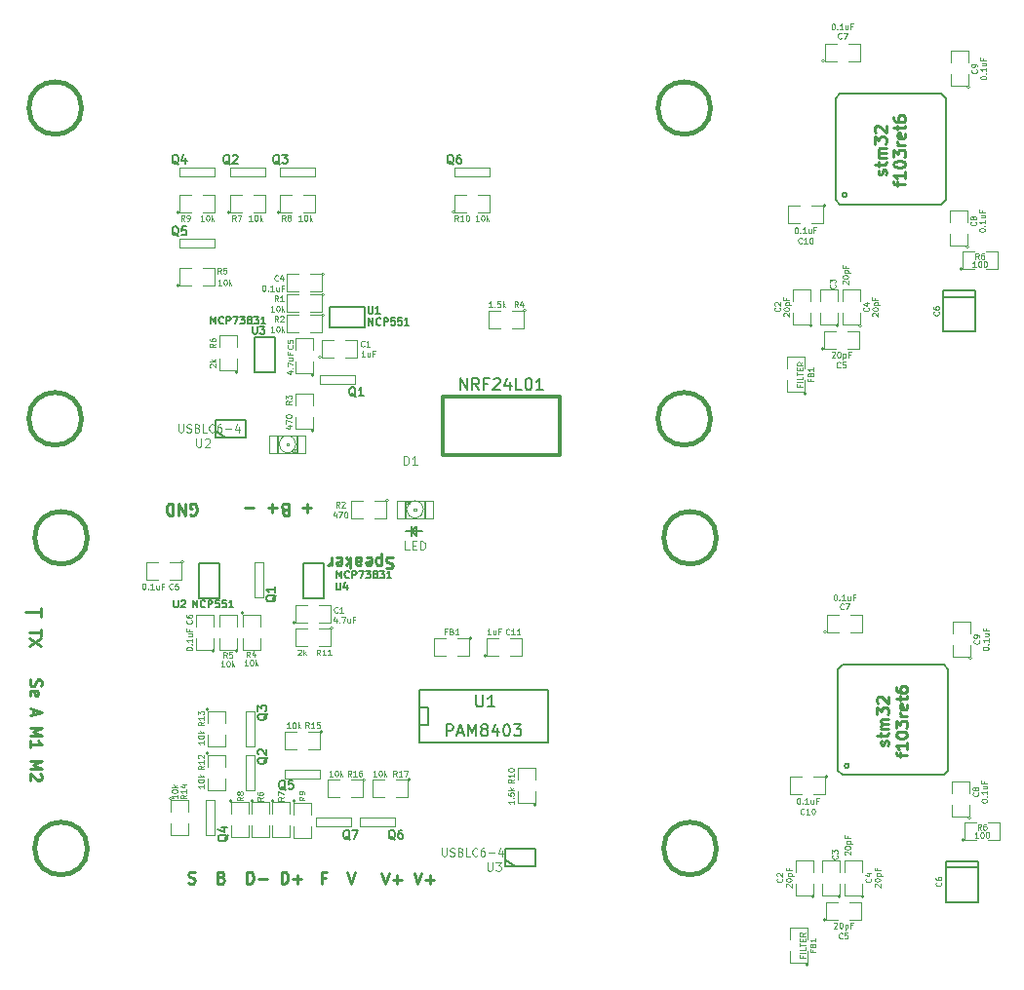
<source format=gto>
G04 (created by PCBNEW (2013-may-18)-stable) date Сб 30 апр 2016 21:14:55*
%MOIN*%
G04 Gerber Fmt 3.4, Leading zero omitted, Abs format*
%FSLAX34Y34*%
G01*
G70*
G90*
G04 APERTURE LIST*
%ADD10C,0.00590551*%
%ADD11C,0.00984252*%
%ADD12C,0.00787402*%
%ADD13C,0.0039*%
%ADD14C,0.0026*%
%ADD15C,0.008*%
%ADD16C,0.005*%
%ADD17C,0.0047*%
%ADD18C,0.012*%
%ADD19C,0.015*%
%ADD20C,0.004*%
%ADD21C,0.0043*%
%ADD22C,0.0051*%
%ADD23C,0.003*%
%ADD24C,0.00393701*%
%ADD25C,0.0035*%
G04 APERTURE END LIST*
G54D10*
G54D11*
X84309Y-67573D02*
X84328Y-67535D01*
X84328Y-67460D01*
X84309Y-67423D01*
X84272Y-67404D01*
X84253Y-67404D01*
X84215Y-67423D01*
X84197Y-67460D01*
X84197Y-67516D01*
X84178Y-67554D01*
X84140Y-67573D01*
X84122Y-67573D01*
X84084Y-67554D01*
X84065Y-67516D01*
X84065Y-67460D01*
X84084Y-67423D01*
X84065Y-67291D02*
X84065Y-67141D01*
X83934Y-67235D02*
X84272Y-67235D01*
X84309Y-67216D01*
X84328Y-67179D01*
X84328Y-67141D01*
X84328Y-67010D02*
X84065Y-67010D01*
X84103Y-67010D02*
X84084Y-66991D01*
X84065Y-66954D01*
X84065Y-66898D01*
X84084Y-66860D01*
X84122Y-66841D01*
X84328Y-66841D01*
X84122Y-66841D02*
X84084Y-66823D01*
X84065Y-66785D01*
X84065Y-66729D01*
X84084Y-66691D01*
X84122Y-66673D01*
X84328Y-66673D01*
X83934Y-66523D02*
X83934Y-66279D01*
X84084Y-66410D01*
X84084Y-66354D01*
X84103Y-66316D01*
X84122Y-66298D01*
X84159Y-66279D01*
X84253Y-66279D01*
X84290Y-66298D01*
X84309Y-66316D01*
X84328Y-66354D01*
X84328Y-66466D01*
X84309Y-66504D01*
X84290Y-66523D01*
X83972Y-66129D02*
X83953Y-66110D01*
X83934Y-66073D01*
X83934Y-65979D01*
X83953Y-65942D01*
X83972Y-65923D01*
X84009Y-65904D01*
X84047Y-65904D01*
X84103Y-65923D01*
X84328Y-66148D01*
X84328Y-65904D01*
X84715Y-67966D02*
X84715Y-67816D01*
X84978Y-67910D02*
X84640Y-67910D01*
X84603Y-67891D01*
X84584Y-67854D01*
X84584Y-67816D01*
X84978Y-67479D02*
X84978Y-67704D01*
X84978Y-67591D02*
X84584Y-67591D01*
X84640Y-67629D01*
X84678Y-67666D01*
X84696Y-67704D01*
X84584Y-67235D02*
X84584Y-67198D01*
X84603Y-67160D01*
X84621Y-67141D01*
X84659Y-67123D01*
X84734Y-67104D01*
X84828Y-67104D01*
X84903Y-67123D01*
X84940Y-67141D01*
X84959Y-67160D01*
X84978Y-67198D01*
X84978Y-67235D01*
X84959Y-67273D01*
X84940Y-67291D01*
X84903Y-67310D01*
X84828Y-67329D01*
X84734Y-67329D01*
X84659Y-67310D01*
X84621Y-67291D01*
X84603Y-67273D01*
X84584Y-67235D01*
X84584Y-66973D02*
X84584Y-66729D01*
X84734Y-66860D01*
X84734Y-66804D01*
X84753Y-66766D01*
X84771Y-66748D01*
X84809Y-66729D01*
X84903Y-66729D01*
X84940Y-66748D01*
X84959Y-66766D01*
X84978Y-66804D01*
X84978Y-66916D01*
X84959Y-66954D01*
X84940Y-66973D01*
X84978Y-66560D02*
X84715Y-66560D01*
X84790Y-66560D02*
X84753Y-66541D01*
X84734Y-66523D01*
X84715Y-66485D01*
X84715Y-66448D01*
X84959Y-66166D02*
X84978Y-66204D01*
X84978Y-66279D01*
X84959Y-66316D01*
X84921Y-66335D01*
X84771Y-66335D01*
X84734Y-66316D01*
X84715Y-66279D01*
X84715Y-66204D01*
X84734Y-66166D01*
X84771Y-66148D01*
X84809Y-66148D01*
X84846Y-66335D01*
X84715Y-66035D02*
X84715Y-65885D01*
X84584Y-65979D02*
X84921Y-65979D01*
X84959Y-65960D01*
X84978Y-65923D01*
X84978Y-65885D01*
X84584Y-65585D02*
X84584Y-65660D01*
X84603Y-65698D01*
X84621Y-65717D01*
X84678Y-65754D01*
X84753Y-65773D01*
X84903Y-65773D01*
X84940Y-65754D01*
X84959Y-65735D01*
X84978Y-65698D01*
X84978Y-65623D01*
X84959Y-65585D01*
X84940Y-65567D01*
X84903Y-65548D01*
X84809Y-65548D01*
X84771Y-65567D01*
X84753Y-65585D01*
X84734Y-65623D01*
X84734Y-65698D01*
X84753Y-65735D01*
X84771Y-65754D01*
X84809Y-65773D01*
X84234Y-48048D02*
X84253Y-48010D01*
X84253Y-47935D01*
X84234Y-47898D01*
X84197Y-47879D01*
X84178Y-47879D01*
X84140Y-47898D01*
X84122Y-47935D01*
X84122Y-47991D01*
X84103Y-48029D01*
X84065Y-48048D01*
X84047Y-48048D01*
X84009Y-48029D01*
X83990Y-47991D01*
X83990Y-47935D01*
X84009Y-47898D01*
X83990Y-47766D02*
X83990Y-47616D01*
X83859Y-47710D02*
X84197Y-47710D01*
X84234Y-47691D01*
X84253Y-47654D01*
X84253Y-47616D01*
X84253Y-47485D02*
X83990Y-47485D01*
X84028Y-47485D02*
X84009Y-47466D01*
X83990Y-47429D01*
X83990Y-47373D01*
X84009Y-47335D01*
X84047Y-47316D01*
X84253Y-47316D01*
X84047Y-47316D02*
X84009Y-47298D01*
X83990Y-47260D01*
X83990Y-47204D01*
X84009Y-47166D01*
X84047Y-47148D01*
X84253Y-47148D01*
X83859Y-46998D02*
X83859Y-46754D01*
X84009Y-46885D01*
X84009Y-46829D01*
X84028Y-46791D01*
X84047Y-46773D01*
X84084Y-46754D01*
X84178Y-46754D01*
X84215Y-46773D01*
X84234Y-46791D01*
X84253Y-46829D01*
X84253Y-46941D01*
X84234Y-46979D01*
X84215Y-46998D01*
X83897Y-46604D02*
X83878Y-46585D01*
X83859Y-46548D01*
X83859Y-46454D01*
X83878Y-46417D01*
X83897Y-46398D01*
X83934Y-46379D01*
X83972Y-46379D01*
X84028Y-46398D01*
X84253Y-46623D01*
X84253Y-46379D01*
X84640Y-48441D02*
X84640Y-48291D01*
X84903Y-48385D02*
X84565Y-48385D01*
X84528Y-48366D01*
X84509Y-48329D01*
X84509Y-48291D01*
X84903Y-47954D02*
X84903Y-48179D01*
X84903Y-48066D02*
X84509Y-48066D01*
X84565Y-48104D01*
X84603Y-48141D01*
X84621Y-48179D01*
X84509Y-47710D02*
X84509Y-47673D01*
X84528Y-47635D01*
X84546Y-47616D01*
X84584Y-47598D01*
X84659Y-47579D01*
X84753Y-47579D01*
X84828Y-47598D01*
X84865Y-47616D01*
X84884Y-47635D01*
X84903Y-47673D01*
X84903Y-47710D01*
X84884Y-47748D01*
X84865Y-47766D01*
X84828Y-47785D01*
X84753Y-47804D01*
X84659Y-47804D01*
X84584Y-47785D01*
X84546Y-47766D01*
X84528Y-47748D01*
X84509Y-47710D01*
X84509Y-47448D02*
X84509Y-47204D01*
X84659Y-47335D01*
X84659Y-47279D01*
X84678Y-47241D01*
X84696Y-47223D01*
X84734Y-47204D01*
X84828Y-47204D01*
X84865Y-47223D01*
X84884Y-47241D01*
X84903Y-47279D01*
X84903Y-47391D01*
X84884Y-47429D01*
X84865Y-47448D01*
X84903Y-47035D02*
X84640Y-47035D01*
X84715Y-47035D02*
X84678Y-47016D01*
X84659Y-46998D01*
X84640Y-46960D01*
X84640Y-46923D01*
X84884Y-46641D02*
X84903Y-46679D01*
X84903Y-46754D01*
X84884Y-46791D01*
X84846Y-46810D01*
X84696Y-46810D01*
X84659Y-46791D01*
X84640Y-46754D01*
X84640Y-46679D01*
X84659Y-46641D01*
X84696Y-46623D01*
X84734Y-46623D01*
X84771Y-46810D01*
X84640Y-46510D02*
X84640Y-46360D01*
X84509Y-46454D02*
X84846Y-46454D01*
X84884Y-46435D01*
X84903Y-46398D01*
X84903Y-46360D01*
X84509Y-46060D02*
X84509Y-46135D01*
X84528Y-46173D01*
X84546Y-46192D01*
X84603Y-46229D01*
X84678Y-46248D01*
X84828Y-46248D01*
X84865Y-46229D01*
X84884Y-46210D01*
X84903Y-46173D01*
X84903Y-46098D01*
X84884Y-46060D01*
X84865Y-46042D01*
X84828Y-46023D01*
X84734Y-46023D01*
X84696Y-46042D01*
X84678Y-46060D01*
X84659Y-46098D01*
X84659Y-46173D01*
X84678Y-46210D01*
X84696Y-46229D01*
X84734Y-46248D01*
X55373Y-63172D02*
X55373Y-62872D01*
X55373Y-63022D02*
X54848Y-63022D01*
X55354Y-63603D02*
X55354Y-63828D01*
X54960Y-63716D02*
X55354Y-63716D01*
X55354Y-63922D02*
X54960Y-64184D01*
X55354Y-64184D02*
X54960Y-63922D01*
X55009Y-65320D02*
X54990Y-65376D01*
X54990Y-65470D01*
X55009Y-65507D01*
X55028Y-65526D01*
X55065Y-65545D01*
X55103Y-65545D01*
X55140Y-65526D01*
X55159Y-65507D01*
X55178Y-65470D01*
X55196Y-65395D01*
X55215Y-65357D01*
X55234Y-65338D01*
X55271Y-65320D01*
X55309Y-65320D01*
X55346Y-65338D01*
X55365Y-65357D01*
X55384Y-65395D01*
X55384Y-65488D01*
X55365Y-65545D01*
X55009Y-65863D02*
X54990Y-65826D01*
X54990Y-65751D01*
X55009Y-65713D01*
X55046Y-65695D01*
X55196Y-65695D01*
X55234Y-65713D01*
X55253Y-65751D01*
X55253Y-65826D01*
X55234Y-65863D01*
X55196Y-65882D01*
X55159Y-65882D01*
X55121Y-65695D01*
X55103Y-66332D02*
X55103Y-66520D01*
X54990Y-66295D02*
X55384Y-66426D01*
X54990Y-66557D01*
X54990Y-66988D02*
X55384Y-66988D01*
X55103Y-67119D01*
X55384Y-67251D01*
X54990Y-67251D01*
X54990Y-67644D02*
X54990Y-67419D01*
X54990Y-67532D02*
X55384Y-67532D01*
X55328Y-67494D01*
X55290Y-67457D01*
X55271Y-67419D01*
X54990Y-68113D02*
X55384Y-68113D01*
X55103Y-68244D01*
X55384Y-68376D01*
X54990Y-68376D01*
X55346Y-68544D02*
X55365Y-68563D01*
X55384Y-68601D01*
X55384Y-68694D01*
X55365Y-68732D01*
X55346Y-68751D01*
X55309Y-68769D01*
X55271Y-68769D01*
X55215Y-68751D01*
X54990Y-68526D01*
X54990Y-68769D01*
X60405Y-72275D02*
X60461Y-72294D01*
X60555Y-72294D01*
X60593Y-72275D01*
X60611Y-72256D01*
X60630Y-72219D01*
X60630Y-72181D01*
X60611Y-72144D01*
X60593Y-72125D01*
X60555Y-72106D01*
X60480Y-72088D01*
X60443Y-72069D01*
X60424Y-72050D01*
X60405Y-72013D01*
X60405Y-71975D01*
X60424Y-71938D01*
X60443Y-71919D01*
X60480Y-71900D01*
X60574Y-71900D01*
X60630Y-71919D01*
X61530Y-72088D02*
X61586Y-72106D01*
X61605Y-72125D01*
X61624Y-72163D01*
X61624Y-72219D01*
X61605Y-72256D01*
X61586Y-72275D01*
X61549Y-72294D01*
X61399Y-72294D01*
X61399Y-71900D01*
X61530Y-71900D01*
X61568Y-71919D01*
X61586Y-71938D01*
X61605Y-71975D01*
X61605Y-72013D01*
X61586Y-72050D01*
X61568Y-72069D01*
X61530Y-72088D01*
X61399Y-72088D01*
X62402Y-72294D02*
X62402Y-71900D01*
X62496Y-71900D01*
X62552Y-71919D01*
X62590Y-71956D01*
X62608Y-71994D01*
X62627Y-72069D01*
X62627Y-72125D01*
X62608Y-72200D01*
X62590Y-72238D01*
X62552Y-72275D01*
X62496Y-72294D01*
X62402Y-72294D01*
X62796Y-72144D02*
X63096Y-72144D01*
X63583Y-72294D02*
X63583Y-71900D01*
X63677Y-71900D01*
X63733Y-71919D01*
X63771Y-71956D01*
X63789Y-71994D01*
X63808Y-72069D01*
X63808Y-72125D01*
X63789Y-72200D01*
X63771Y-72238D01*
X63733Y-72275D01*
X63677Y-72294D01*
X63583Y-72294D01*
X63977Y-72144D02*
X64277Y-72144D01*
X64127Y-72294D02*
X64127Y-71994D01*
X65087Y-72103D02*
X64956Y-72103D01*
X64956Y-72309D02*
X64956Y-71915D01*
X65143Y-71915D01*
X65837Y-71915D02*
X65968Y-72309D01*
X66099Y-71915D01*
X66992Y-71930D02*
X67123Y-72324D01*
X67255Y-71930D01*
X67386Y-72174D02*
X67686Y-72174D01*
X67536Y-72324D02*
X67536Y-72024D01*
X68117Y-71930D02*
X68248Y-72324D01*
X68379Y-71930D01*
X68511Y-72174D02*
X68811Y-72174D01*
X68661Y-72324D02*
X68661Y-72024D01*
X60474Y-59675D02*
X60512Y-59694D01*
X60568Y-59694D01*
X60624Y-59675D01*
X60662Y-59638D01*
X60681Y-59600D01*
X60699Y-59525D01*
X60699Y-59469D01*
X60681Y-59394D01*
X60662Y-59356D01*
X60624Y-59319D01*
X60568Y-59300D01*
X60531Y-59300D01*
X60474Y-59319D01*
X60456Y-59338D01*
X60456Y-59469D01*
X60531Y-59469D01*
X60287Y-59300D02*
X60287Y-59694D01*
X60062Y-59300D01*
X60062Y-59694D01*
X59875Y-59300D02*
X59875Y-59694D01*
X59781Y-59694D01*
X59725Y-59675D01*
X59687Y-59638D01*
X59668Y-59600D01*
X59650Y-59525D01*
X59650Y-59469D01*
X59668Y-59394D01*
X59687Y-59356D01*
X59725Y-59319D01*
X59781Y-59300D01*
X59875Y-59300D01*
X64609Y-59450D02*
X64309Y-59450D01*
X64459Y-59300D02*
X64459Y-59600D01*
X63690Y-59506D02*
X63634Y-59488D01*
X63615Y-59469D01*
X63596Y-59431D01*
X63596Y-59375D01*
X63615Y-59338D01*
X63634Y-59319D01*
X63671Y-59300D01*
X63821Y-59300D01*
X63821Y-59694D01*
X63690Y-59694D01*
X63653Y-59675D01*
X63634Y-59656D01*
X63615Y-59619D01*
X63615Y-59581D01*
X63634Y-59544D01*
X63653Y-59525D01*
X63690Y-59506D01*
X63821Y-59506D01*
X63428Y-59450D02*
X63128Y-59450D01*
X63278Y-59300D02*
X63278Y-59600D01*
X62640Y-59450D02*
X62340Y-59450D01*
X67382Y-61149D02*
X67326Y-61130D01*
X67232Y-61130D01*
X67194Y-61149D01*
X67176Y-61168D01*
X67157Y-61205D01*
X67157Y-61243D01*
X67176Y-61280D01*
X67194Y-61299D01*
X67232Y-61318D01*
X67307Y-61336D01*
X67344Y-61355D01*
X67363Y-61374D01*
X67382Y-61411D01*
X67382Y-61449D01*
X67363Y-61486D01*
X67344Y-61505D01*
X67307Y-61524D01*
X67213Y-61524D01*
X67157Y-61505D01*
X66988Y-61393D02*
X66988Y-60999D01*
X66988Y-61374D02*
X66951Y-61393D01*
X66876Y-61393D01*
X66838Y-61374D01*
X66819Y-61355D01*
X66801Y-61318D01*
X66801Y-61205D01*
X66819Y-61168D01*
X66838Y-61149D01*
X66876Y-61130D01*
X66951Y-61130D01*
X66988Y-61149D01*
X66482Y-61149D02*
X66519Y-61130D01*
X66594Y-61130D01*
X66632Y-61149D01*
X66651Y-61186D01*
X66651Y-61336D01*
X66632Y-61374D01*
X66594Y-61393D01*
X66519Y-61393D01*
X66482Y-61374D01*
X66463Y-61336D01*
X66463Y-61299D01*
X66651Y-61261D01*
X66126Y-61130D02*
X66126Y-61336D01*
X66145Y-61374D01*
X66182Y-61393D01*
X66257Y-61393D01*
X66295Y-61374D01*
X66126Y-61149D02*
X66163Y-61130D01*
X66257Y-61130D01*
X66295Y-61149D01*
X66313Y-61186D01*
X66313Y-61224D01*
X66295Y-61261D01*
X66257Y-61280D01*
X66163Y-61280D01*
X66126Y-61299D01*
X65938Y-61130D02*
X65938Y-61524D01*
X65901Y-61280D02*
X65788Y-61130D01*
X65788Y-61393D02*
X65938Y-61243D01*
X65470Y-61149D02*
X65507Y-61130D01*
X65582Y-61130D01*
X65620Y-61149D01*
X65638Y-61186D01*
X65638Y-61336D01*
X65620Y-61374D01*
X65582Y-61393D01*
X65507Y-61393D01*
X65470Y-61374D01*
X65451Y-61336D01*
X65451Y-61299D01*
X65638Y-61261D01*
X65282Y-61130D02*
X65282Y-61393D01*
X65282Y-61318D02*
X65263Y-61355D01*
X65245Y-61374D01*
X65207Y-61393D01*
X65170Y-61393D01*
G54D12*
X67825Y-60240D02*
X68410Y-60240D01*
X68045Y-60245D02*
X68045Y-60235D01*
X68210Y-60410D02*
X68045Y-60245D01*
X68210Y-60075D02*
X68210Y-60410D01*
X68045Y-60240D02*
X68210Y-60075D01*
X68045Y-60070D02*
X68045Y-60400D01*
G54D13*
X82708Y-72743D02*
G75*
G03X82708Y-72743I-50J0D01*
G74*
G01*
X82658Y-72293D02*
X82658Y-72693D01*
X82658Y-72693D02*
X82058Y-72693D01*
X82058Y-72693D02*
X82058Y-72293D01*
X82058Y-71893D02*
X82058Y-71493D01*
X82058Y-71493D02*
X82658Y-71493D01*
X82658Y-71493D02*
X82658Y-71893D01*
X81802Y-72743D02*
G75*
G03X81802Y-72743I-50J0D01*
G74*
G01*
X81752Y-72293D02*
X81752Y-72693D01*
X81752Y-72693D02*
X81152Y-72693D01*
X81152Y-72693D02*
X81152Y-72293D01*
X81152Y-71893D02*
X81152Y-71493D01*
X81152Y-71493D02*
X81752Y-71493D01*
X81752Y-71493D02*
X81752Y-71893D01*
X82191Y-73534D02*
G75*
G03X82191Y-73534I-50J0D01*
G74*
G01*
X82591Y-73534D02*
X82191Y-73534D01*
X82191Y-73534D02*
X82191Y-72934D01*
X82191Y-72934D02*
X82591Y-72934D01*
X82991Y-72934D02*
X83391Y-72934D01*
X83391Y-72934D02*
X83391Y-73534D01*
X83391Y-73534D02*
X82991Y-73534D01*
X83495Y-72743D02*
G75*
G03X83495Y-72743I-50J0D01*
G74*
G01*
X83445Y-72293D02*
X83445Y-72693D01*
X83445Y-72693D02*
X82845Y-72693D01*
X82845Y-72693D02*
X82845Y-72293D01*
X82845Y-71893D02*
X82845Y-71493D01*
X82845Y-71493D02*
X83445Y-71493D01*
X83445Y-71493D02*
X83445Y-71893D01*
X82270Y-68643D02*
G75*
G03X82270Y-68643I-50J0D01*
G74*
G01*
X81770Y-68643D02*
X82170Y-68643D01*
X82170Y-68643D02*
X82170Y-69243D01*
X82170Y-69243D02*
X81770Y-69243D01*
X81370Y-69243D02*
X80970Y-69243D01*
X80970Y-69243D02*
X80970Y-68643D01*
X80970Y-68643D02*
X81370Y-68643D01*
X87196Y-64593D02*
G75*
G03X87196Y-64593I-50J0D01*
G74*
G01*
X87146Y-64143D02*
X87146Y-64543D01*
X87146Y-64543D02*
X86546Y-64543D01*
X86546Y-64543D02*
X86546Y-64143D01*
X86546Y-63743D02*
X86546Y-63343D01*
X86546Y-63343D02*
X87146Y-63343D01*
X87146Y-63343D02*
X87146Y-63743D01*
X87156Y-70065D02*
G75*
G03X87156Y-70065I-50J0D01*
G74*
G01*
X87106Y-69615D02*
X87106Y-70015D01*
X87106Y-70015D02*
X86506Y-70015D01*
X86506Y-70015D02*
X86506Y-69615D01*
X86506Y-69215D02*
X86506Y-68815D01*
X86506Y-68815D02*
X87106Y-68815D01*
X87106Y-68815D02*
X87106Y-69215D01*
X82230Y-63692D02*
G75*
G03X82230Y-63692I-50J0D01*
G74*
G01*
X82630Y-63692D02*
X82230Y-63692D01*
X82230Y-63692D02*
X82230Y-63092D01*
X82230Y-63092D02*
X82630Y-63092D01*
X83030Y-63092D02*
X83430Y-63092D01*
X83430Y-63092D02*
X83430Y-63692D01*
X83430Y-63692D02*
X83030Y-63692D01*
X81605Y-75065D02*
G75*
G03X81605Y-75065I-50J0D01*
G74*
G01*
X81555Y-74615D02*
X81555Y-75015D01*
X81555Y-75015D02*
X80955Y-75015D01*
X80955Y-75015D02*
X80955Y-74615D01*
X80955Y-74215D02*
X80955Y-73815D01*
X80955Y-73815D02*
X81555Y-73815D01*
X81555Y-73815D02*
X81555Y-74215D01*
G54D14*
X83047Y-68588D02*
X82969Y-68588D01*
X83244Y-68588D02*
X83166Y-68588D01*
X83441Y-68588D02*
X83362Y-68588D01*
X83638Y-68588D02*
X83559Y-68588D01*
X83835Y-68588D02*
X83756Y-68588D01*
X84032Y-68588D02*
X83953Y-68588D01*
X84229Y-68588D02*
X84150Y-68588D01*
X84425Y-68588D02*
X84347Y-68588D01*
X84621Y-68588D02*
X84543Y-68588D01*
X84818Y-68588D02*
X84739Y-68588D01*
X85015Y-68588D02*
X84936Y-68588D01*
X85212Y-68588D02*
X85133Y-68588D01*
X85409Y-68588D02*
X85330Y-68588D01*
X85606Y-68588D02*
X85527Y-68588D01*
X85802Y-68588D02*
X85724Y-68588D01*
X85999Y-68588D02*
X85921Y-68588D01*
X86373Y-68214D02*
X86373Y-68136D01*
X86373Y-68017D02*
X86373Y-67939D01*
X86373Y-67821D02*
X86373Y-67742D01*
X86373Y-67624D02*
X86373Y-67545D01*
X86373Y-67427D02*
X86373Y-67348D01*
X86373Y-67230D02*
X86373Y-67151D01*
X86373Y-67033D02*
X86373Y-66954D01*
X86373Y-66836D02*
X86373Y-66758D01*
X86373Y-66640D02*
X86373Y-66562D01*
X86373Y-66444D02*
X86373Y-66365D01*
X86373Y-66247D02*
X86373Y-66168D01*
X86373Y-66050D02*
X86373Y-65971D01*
X86373Y-65853D02*
X86373Y-65774D01*
X86373Y-65656D02*
X86373Y-65577D01*
X86373Y-65459D02*
X86373Y-65381D01*
X86373Y-65262D02*
X86373Y-65184D01*
X85999Y-64810D02*
X85921Y-64810D01*
X85802Y-64810D02*
X85724Y-64810D01*
X85606Y-64810D02*
X85527Y-64810D01*
X85409Y-64810D02*
X85330Y-64810D01*
X85212Y-64810D02*
X85133Y-64810D01*
X85015Y-64810D02*
X84936Y-64810D01*
X84818Y-64810D02*
X84739Y-64810D01*
X84621Y-64810D02*
X84543Y-64810D01*
X84425Y-64810D02*
X84347Y-64810D01*
X84229Y-64810D02*
X84150Y-64810D01*
X84032Y-64810D02*
X83953Y-64810D01*
X83835Y-64810D02*
X83756Y-64810D01*
X83638Y-64810D02*
X83559Y-64810D01*
X83441Y-64810D02*
X83362Y-64810D01*
X83244Y-64810D02*
X83166Y-64810D01*
X83047Y-64810D02*
X82969Y-64810D01*
X82595Y-65262D02*
X82595Y-65184D01*
X82595Y-65459D02*
X82595Y-65381D01*
X82595Y-65656D02*
X82595Y-65577D01*
X82595Y-65853D02*
X82595Y-65774D01*
X82595Y-66050D02*
X82595Y-65971D01*
X82595Y-66247D02*
X82595Y-66168D01*
X82595Y-66444D02*
X82595Y-66365D01*
X82595Y-66640D02*
X82595Y-66562D01*
X82595Y-66836D02*
X82595Y-66758D01*
X82595Y-67033D02*
X82595Y-66954D01*
X82595Y-67230D02*
X82595Y-67151D01*
X82595Y-67427D02*
X82595Y-67348D01*
X82595Y-67624D02*
X82595Y-67545D01*
X82595Y-67821D02*
X82595Y-67742D01*
X82595Y-68017D02*
X82595Y-67939D01*
X82595Y-68214D02*
X82595Y-68136D01*
G54D15*
X82752Y-68588D02*
X82595Y-68431D01*
X82595Y-68431D02*
X82595Y-64967D01*
X82595Y-64967D02*
X82752Y-64810D01*
X82752Y-64810D02*
X86216Y-64810D01*
X86216Y-64810D02*
X86373Y-64967D01*
X86373Y-64967D02*
X86373Y-68431D01*
X86373Y-68431D02*
X86216Y-68588D01*
X86216Y-68588D02*
X82752Y-68588D01*
G54D16*
X82987Y-68273D02*
G75*
G03X82987Y-68273I-77J0D01*
G74*
G01*
G54D13*
X86930Y-70805D02*
G75*
G03X86930Y-70805I-50J0D01*
G74*
G01*
X87330Y-70805D02*
X86930Y-70805D01*
X86930Y-70805D02*
X86930Y-70205D01*
X86930Y-70205D02*
X87330Y-70205D01*
X87730Y-70205D02*
X88130Y-70205D01*
X88130Y-70205D02*
X88130Y-70805D01*
X88130Y-70805D02*
X87730Y-70805D01*
G54D16*
X86285Y-71755D02*
X87385Y-71755D01*
X86285Y-71530D02*
X86285Y-72930D01*
X86285Y-72930D02*
X87385Y-72930D01*
X87385Y-72930D02*
X87385Y-71530D01*
X87385Y-71530D02*
X86285Y-71530D01*
G54D13*
X82633Y-53218D02*
G75*
G03X82633Y-53218I-50J0D01*
G74*
G01*
X82583Y-52768D02*
X82583Y-53168D01*
X82583Y-53168D02*
X81983Y-53168D01*
X81983Y-53168D02*
X81983Y-52768D01*
X81983Y-52368D02*
X81983Y-51968D01*
X81983Y-51968D02*
X82583Y-51968D01*
X82583Y-51968D02*
X82583Y-52368D01*
X81727Y-53218D02*
G75*
G03X81727Y-53218I-50J0D01*
G74*
G01*
X81677Y-52768D02*
X81677Y-53168D01*
X81677Y-53168D02*
X81077Y-53168D01*
X81077Y-53168D02*
X81077Y-52768D01*
X81077Y-52368D02*
X81077Y-51968D01*
X81077Y-51968D02*
X81677Y-51968D01*
X81677Y-51968D02*
X81677Y-52368D01*
X82116Y-54009D02*
G75*
G03X82116Y-54009I-50J0D01*
G74*
G01*
X82516Y-54009D02*
X82116Y-54009D01*
X82116Y-54009D02*
X82116Y-53409D01*
X82116Y-53409D02*
X82516Y-53409D01*
X82916Y-53409D02*
X83316Y-53409D01*
X83316Y-53409D02*
X83316Y-54009D01*
X83316Y-54009D02*
X82916Y-54009D01*
X83420Y-53218D02*
G75*
G03X83420Y-53218I-50J0D01*
G74*
G01*
X83370Y-52768D02*
X83370Y-53168D01*
X83370Y-53168D02*
X82770Y-53168D01*
X82770Y-53168D02*
X82770Y-52768D01*
X82770Y-52368D02*
X82770Y-51968D01*
X82770Y-51968D02*
X83370Y-51968D01*
X83370Y-51968D02*
X83370Y-52368D01*
X82195Y-49118D02*
G75*
G03X82195Y-49118I-50J0D01*
G74*
G01*
X81695Y-49118D02*
X82095Y-49118D01*
X82095Y-49118D02*
X82095Y-49718D01*
X82095Y-49718D02*
X81695Y-49718D01*
X81295Y-49718D02*
X80895Y-49718D01*
X80895Y-49718D02*
X80895Y-49118D01*
X80895Y-49118D02*
X81295Y-49118D01*
X87121Y-45068D02*
G75*
G03X87121Y-45068I-50J0D01*
G74*
G01*
X87071Y-44618D02*
X87071Y-45018D01*
X87071Y-45018D02*
X86471Y-45018D01*
X86471Y-45018D02*
X86471Y-44618D01*
X86471Y-44218D02*
X86471Y-43818D01*
X86471Y-43818D02*
X87071Y-43818D01*
X87071Y-43818D02*
X87071Y-44218D01*
X87081Y-50540D02*
G75*
G03X87081Y-50540I-50J0D01*
G74*
G01*
X87031Y-50090D02*
X87031Y-50490D01*
X87031Y-50490D02*
X86431Y-50490D01*
X86431Y-50490D02*
X86431Y-50090D01*
X86431Y-49690D02*
X86431Y-49290D01*
X86431Y-49290D02*
X87031Y-49290D01*
X87031Y-49290D02*
X87031Y-49690D01*
X82155Y-44167D02*
G75*
G03X82155Y-44167I-50J0D01*
G74*
G01*
X82555Y-44167D02*
X82155Y-44167D01*
X82155Y-44167D02*
X82155Y-43567D01*
X82155Y-43567D02*
X82555Y-43567D01*
X82955Y-43567D02*
X83355Y-43567D01*
X83355Y-43567D02*
X83355Y-44167D01*
X83355Y-44167D02*
X82955Y-44167D01*
X81530Y-55540D02*
G75*
G03X81530Y-55540I-50J0D01*
G74*
G01*
X81480Y-55090D02*
X81480Y-55490D01*
X81480Y-55490D02*
X80880Y-55490D01*
X80880Y-55490D02*
X80880Y-55090D01*
X80880Y-54690D02*
X80880Y-54290D01*
X80880Y-54290D02*
X81480Y-54290D01*
X81480Y-54290D02*
X81480Y-54690D01*
G54D14*
X82972Y-49063D02*
X82894Y-49063D01*
X83169Y-49063D02*
X83091Y-49063D01*
X83366Y-49063D02*
X83287Y-49063D01*
X83563Y-49063D02*
X83484Y-49063D01*
X83760Y-49063D02*
X83681Y-49063D01*
X83957Y-49063D02*
X83878Y-49063D01*
X84154Y-49063D02*
X84075Y-49063D01*
X84350Y-49063D02*
X84272Y-49063D01*
X84546Y-49063D02*
X84468Y-49063D01*
X84743Y-49063D02*
X84664Y-49063D01*
X84940Y-49063D02*
X84861Y-49063D01*
X85137Y-49063D02*
X85058Y-49063D01*
X85334Y-49063D02*
X85255Y-49063D01*
X85531Y-49063D02*
X85452Y-49063D01*
X85727Y-49063D02*
X85649Y-49063D01*
X85924Y-49063D02*
X85846Y-49063D01*
X86298Y-48689D02*
X86298Y-48611D01*
X86298Y-48492D02*
X86298Y-48414D01*
X86298Y-48296D02*
X86298Y-48217D01*
X86298Y-48099D02*
X86298Y-48020D01*
X86298Y-47902D02*
X86298Y-47823D01*
X86298Y-47705D02*
X86298Y-47626D01*
X86298Y-47508D02*
X86298Y-47429D01*
X86298Y-47311D02*
X86298Y-47233D01*
X86298Y-47115D02*
X86298Y-47037D01*
X86298Y-46919D02*
X86298Y-46840D01*
X86298Y-46722D02*
X86298Y-46643D01*
X86298Y-46525D02*
X86298Y-46446D01*
X86298Y-46328D02*
X86298Y-46249D01*
X86298Y-46131D02*
X86298Y-46052D01*
X86298Y-45934D02*
X86298Y-45856D01*
X86298Y-45737D02*
X86298Y-45659D01*
X85924Y-45285D02*
X85846Y-45285D01*
X85727Y-45285D02*
X85649Y-45285D01*
X85531Y-45285D02*
X85452Y-45285D01*
X85334Y-45285D02*
X85255Y-45285D01*
X85137Y-45285D02*
X85058Y-45285D01*
X84940Y-45285D02*
X84861Y-45285D01*
X84743Y-45285D02*
X84664Y-45285D01*
X84546Y-45285D02*
X84468Y-45285D01*
X84350Y-45285D02*
X84272Y-45285D01*
X84154Y-45285D02*
X84075Y-45285D01*
X83957Y-45285D02*
X83878Y-45285D01*
X83760Y-45285D02*
X83681Y-45285D01*
X83563Y-45285D02*
X83484Y-45285D01*
X83366Y-45285D02*
X83287Y-45285D01*
X83169Y-45285D02*
X83091Y-45285D01*
X82972Y-45285D02*
X82894Y-45285D01*
X82520Y-45737D02*
X82520Y-45659D01*
X82520Y-45934D02*
X82520Y-45856D01*
X82520Y-46131D02*
X82520Y-46052D01*
X82520Y-46328D02*
X82520Y-46249D01*
X82520Y-46525D02*
X82520Y-46446D01*
X82520Y-46722D02*
X82520Y-46643D01*
X82520Y-46919D02*
X82520Y-46840D01*
X82520Y-47115D02*
X82520Y-47037D01*
X82520Y-47311D02*
X82520Y-47233D01*
X82520Y-47508D02*
X82520Y-47429D01*
X82520Y-47705D02*
X82520Y-47626D01*
X82520Y-47902D02*
X82520Y-47823D01*
X82520Y-48099D02*
X82520Y-48020D01*
X82520Y-48296D02*
X82520Y-48217D01*
X82520Y-48492D02*
X82520Y-48414D01*
X82520Y-48689D02*
X82520Y-48611D01*
G54D15*
X82677Y-49063D02*
X82520Y-48906D01*
X82520Y-48906D02*
X82520Y-45442D01*
X82520Y-45442D02*
X82677Y-45285D01*
X82677Y-45285D02*
X86141Y-45285D01*
X86141Y-45285D02*
X86298Y-45442D01*
X86298Y-45442D02*
X86298Y-48906D01*
X86298Y-48906D02*
X86141Y-49063D01*
X86141Y-49063D02*
X82677Y-49063D01*
G54D16*
X82912Y-48748D02*
G75*
G03X82912Y-48748I-77J0D01*
G74*
G01*
G54D13*
X86855Y-51280D02*
G75*
G03X86855Y-51280I-50J0D01*
G74*
G01*
X87255Y-51280D02*
X86855Y-51280D01*
X86855Y-51280D02*
X86855Y-50680D01*
X86855Y-50680D02*
X87255Y-50680D01*
X87655Y-50680D02*
X88055Y-50680D01*
X88055Y-50680D02*
X88055Y-51280D01*
X88055Y-51280D02*
X87655Y-51280D01*
G54D16*
X86210Y-52230D02*
X87310Y-52230D01*
X86210Y-52005D02*
X86210Y-53405D01*
X86210Y-53405D02*
X87310Y-53405D01*
X87310Y-53405D02*
X87310Y-52005D01*
X87310Y-52005D02*
X86210Y-52005D01*
G54D17*
X61300Y-50550D02*
X60100Y-50550D01*
X60100Y-50550D02*
X60100Y-50250D01*
X60100Y-50250D02*
X61300Y-50250D01*
X61300Y-50250D02*
X61300Y-50550D01*
X70700Y-48100D02*
X69500Y-48100D01*
X69500Y-48100D02*
X69500Y-47800D01*
X69500Y-47800D02*
X70700Y-47800D01*
X70700Y-47800D02*
X70700Y-48100D01*
X64725Y-48100D02*
X63525Y-48100D01*
X63525Y-48100D02*
X63525Y-47800D01*
X63525Y-47800D02*
X64725Y-47800D01*
X64725Y-47800D02*
X64725Y-48100D01*
X61300Y-48100D02*
X60100Y-48100D01*
X60100Y-48100D02*
X60100Y-47800D01*
X60100Y-47800D02*
X61300Y-47800D01*
X61300Y-47800D02*
X61300Y-48100D01*
X64900Y-54900D02*
X66100Y-54900D01*
X66100Y-54900D02*
X66100Y-55200D01*
X66100Y-55200D02*
X64900Y-55200D01*
X64900Y-55200D02*
X64900Y-54900D01*
X63025Y-48100D02*
X61825Y-48100D01*
X61825Y-48100D02*
X61825Y-47800D01*
X61825Y-47800D02*
X63025Y-47800D01*
X63025Y-47800D02*
X63025Y-48100D01*
G54D16*
X61650Y-57050D02*
X61350Y-56850D01*
X62350Y-57050D02*
X61325Y-57050D01*
X61325Y-57050D02*
X61325Y-56450D01*
X61325Y-56450D02*
X62350Y-56450D01*
X62350Y-56450D02*
X62350Y-57050D01*
X66425Y-52575D02*
X66425Y-53275D01*
X66425Y-53275D02*
X65225Y-53275D01*
X65225Y-53275D02*
X65225Y-52575D01*
X65225Y-52575D02*
X66425Y-52575D01*
X63350Y-54800D02*
X62650Y-54800D01*
X62650Y-54800D02*
X62650Y-53600D01*
X62650Y-53600D02*
X63350Y-53600D01*
X63350Y-53600D02*
X63350Y-54800D01*
G54D13*
X65050Y-52850D02*
G75*
G03X65050Y-52850I-50J0D01*
G74*
G01*
X64550Y-52850D02*
X64950Y-52850D01*
X64950Y-52850D02*
X64950Y-53450D01*
X64950Y-53450D02*
X64550Y-53450D01*
X64150Y-53450D02*
X63750Y-53450D01*
X63750Y-53450D02*
X63750Y-52850D01*
X63750Y-52850D02*
X64150Y-52850D01*
X63525Y-49350D02*
G75*
G03X63525Y-49350I-50J0D01*
G74*
G01*
X63925Y-49350D02*
X63525Y-49350D01*
X63525Y-49350D02*
X63525Y-48750D01*
X63525Y-48750D02*
X63925Y-48750D01*
X64325Y-48750D02*
X64725Y-48750D01*
X64725Y-48750D02*
X64725Y-49350D01*
X64725Y-49350D02*
X64325Y-49350D01*
X71950Y-52700D02*
G75*
G03X71950Y-52700I-50J0D01*
G74*
G01*
X71450Y-52700D02*
X71850Y-52700D01*
X71850Y-52700D02*
X71850Y-53300D01*
X71850Y-53300D02*
X71450Y-53300D01*
X71050Y-53300D02*
X70650Y-53300D01*
X70650Y-53300D02*
X70650Y-52700D01*
X70650Y-52700D02*
X71050Y-52700D01*
X64700Y-54900D02*
G75*
G03X64700Y-54900I-50J0D01*
G74*
G01*
X64650Y-54450D02*
X64650Y-54850D01*
X64650Y-54850D02*
X64050Y-54850D01*
X64050Y-54850D02*
X64050Y-54450D01*
X64050Y-54050D02*
X64050Y-53650D01*
X64050Y-53650D02*
X64650Y-53650D01*
X64650Y-53650D02*
X64650Y-54050D01*
X62100Y-54800D02*
G75*
G03X62100Y-54800I-50J0D01*
G74*
G01*
X62050Y-54350D02*
X62050Y-54750D01*
X62050Y-54750D02*
X61450Y-54750D01*
X61450Y-54750D02*
X61450Y-54350D01*
X61450Y-53950D02*
X61450Y-53550D01*
X61450Y-53550D02*
X62050Y-53550D01*
X62050Y-53550D02*
X62050Y-53950D01*
X64700Y-56800D02*
G75*
G03X64700Y-56800I-50J0D01*
G74*
G01*
X64650Y-56350D02*
X64650Y-56750D01*
X64650Y-56750D02*
X64050Y-56750D01*
X64050Y-56750D02*
X64050Y-56350D01*
X64050Y-55950D02*
X64050Y-55550D01*
X64050Y-55550D02*
X64650Y-55550D01*
X64650Y-55550D02*
X64650Y-55950D01*
X60100Y-49350D02*
G75*
G03X60100Y-49350I-50J0D01*
G74*
G01*
X60500Y-49350D02*
X60100Y-49350D01*
X60100Y-49350D02*
X60100Y-48750D01*
X60100Y-48750D02*
X60500Y-48750D01*
X60900Y-48750D02*
X61300Y-48750D01*
X61300Y-48750D02*
X61300Y-49350D01*
X61300Y-49350D02*
X60900Y-49350D01*
X65050Y-51450D02*
G75*
G03X65050Y-51450I-50J0D01*
G74*
G01*
X64550Y-51450D02*
X64950Y-51450D01*
X64950Y-51450D02*
X64950Y-52050D01*
X64950Y-52050D02*
X64550Y-52050D01*
X64150Y-52050D02*
X63750Y-52050D01*
X63750Y-52050D02*
X63750Y-51450D01*
X63750Y-51450D02*
X64150Y-51450D01*
X65050Y-52150D02*
G75*
G03X65050Y-52150I-50J0D01*
G74*
G01*
X64550Y-52150D02*
X64950Y-52150D01*
X64950Y-52150D02*
X64950Y-52750D01*
X64950Y-52750D02*
X64550Y-52750D01*
X64150Y-52750D02*
X63750Y-52750D01*
X63750Y-52750D02*
X63750Y-52150D01*
X63750Y-52150D02*
X64150Y-52150D01*
X61825Y-49350D02*
G75*
G03X61825Y-49350I-50J0D01*
G74*
G01*
X62225Y-49350D02*
X61825Y-49350D01*
X61825Y-49350D02*
X61825Y-48750D01*
X61825Y-48750D02*
X62225Y-48750D01*
X62625Y-48750D02*
X63025Y-48750D01*
X63025Y-48750D02*
X63025Y-49350D01*
X63025Y-49350D02*
X62625Y-49350D01*
X64950Y-54300D02*
G75*
G03X64950Y-54300I-50J0D01*
G74*
G01*
X65350Y-54300D02*
X64950Y-54300D01*
X64950Y-54300D02*
X64950Y-53700D01*
X64950Y-53700D02*
X65350Y-53700D01*
X65750Y-53700D02*
X66150Y-53700D01*
X66150Y-53700D02*
X66150Y-54300D01*
X66150Y-54300D02*
X65750Y-54300D01*
X60100Y-51850D02*
G75*
G03X60100Y-51850I-50J0D01*
G74*
G01*
X60500Y-51850D02*
X60100Y-51850D01*
X60100Y-51850D02*
X60100Y-51250D01*
X60100Y-51250D02*
X60500Y-51250D01*
X60900Y-51250D02*
X61300Y-51250D01*
X61300Y-51250D02*
X61300Y-51850D01*
X61300Y-51850D02*
X60900Y-51850D01*
G54D18*
X69100Y-55650D02*
X73100Y-55650D01*
X73100Y-55650D02*
X73100Y-57650D01*
X73100Y-57650D02*
X69100Y-57650D01*
X69100Y-57650D02*
X69100Y-55650D01*
G54D19*
X56750Y-56400D02*
G75*
G03X56750Y-56400I-900J0D01*
G74*
G01*
X56750Y-45770D02*
G75*
G03X56750Y-45770I-900J0D01*
G74*
G01*
X78250Y-45770D02*
G75*
G03X78250Y-45770I-900J0D01*
G74*
G01*
X78250Y-56400D02*
G75*
G03X78250Y-56400I-900J0D01*
G74*
G01*
G54D13*
X69500Y-49325D02*
G75*
G03X69500Y-49325I-50J0D01*
G74*
G01*
X69900Y-49325D02*
X69500Y-49325D01*
X69500Y-49325D02*
X69500Y-48725D01*
X69500Y-48725D02*
X69900Y-48725D01*
X70300Y-48725D02*
X70700Y-48725D01*
X70700Y-48725D02*
X70700Y-49325D01*
X70700Y-49325D02*
X70300Y-49325D01*
G54D14*
X63751Y-57309D02*
X63829Y-57309D01*
X63829Y-57309D02*
X63829Y-57231D01*
X63751Y-57231D02*
X63829Y-57231D01*
X63751Y-57309D02*
X63751Y-57231D01*
X63967Y-57545D02*
X64104Y-57545D01*
X64104Y-57545D02*
X64104Y-57447D01*
X63967Y-57447D02*
X64104Y-57447D01*
X63967Y-57545D02*
X63967Y-57447D01*
X64104Y-57545D02*
X64144Y-57545D01*
X64144Y-57545D02*
X64144Y-57074D01*
X64104Y-57074D02*
X64144Y-57074D01*
X64104Y-57545D02*
X64104Y-57074D01*
X64104Y-57054D02*
X64144Y-57054D01*
X64144Y-57054D02*
X64144Y-56995D01*
X64104Y-56995D02*
X64144Y-56995D01*
X64104Y-57054D02*
X64104Y-56995D01*
X63436Y-57545D02*
X63476Y-57545D01*
X63476Y-57545D02*
X63476Y-57074D01*
X63436Y-57074D02*
X63476Y-57074D01*
X63436Y-57545D02*
X63436Y-57074D01*
X63436Y-57054D02*
X63476Y-57054D01*
X63476Y-57054D02*
X63476Y-56995D01*
X63436Y-56995D02*
X63476Y-56995D01*
X63436Y-57054D02*
X63436Y-56995D01*
X63967Y-57545D02*
X64026Y-57545D01*
X64026Y-57545D02*
X64026Y-57447D01*
X63967Y-57447D02*
X64026Y-57447D01*
X63967Y-57545D02*
X63967Y-57447D01*
G54D20*
X64400Y-57565D02*
X63180Y-57565D01*
X63180Y-57565D02*
X63180Y-56975D01*
X63180Y-56975D02*
X64400Y-56975D01*
X64400Y-56975D02*
X64400Y-57565D01*
X63574Y-57466D02*
G75*
G03X64006Y-57465I215J196D01*
G74*
G01*
X63574Y-57073D02*
G75*
G03X63573Y-57465I215J-196D01*
G74*
G01*
X64005Y-57073D02*
G75*
G03X63573Y-57074I-215J-196D01*
G74*
G01*
X64005Y-57466D02*
G75*
G03X64006Y-57074I-215J196D01*
G74*
G01*
G54D17*
X64750Y-70050D02*
X65950Y-70050D01*
X65950Y-70050D02*
X65950Y-70350D01*
X65950Y-70350D02*
X64750Y-70350D01*
X64750Y-70350D02*
X64750Y-70050D01*
X61000Y-70650D02*
X61000Y-69450D01*
X61000Y-69450D02*
X61300Y-69450D01*
X61300Y-69450D02*
X61300Y-70650D01*
X61300Y-70650D02*
X61000Y-70650D01*
X66250Y-70050D02*
X67450Y-70050D01*
X67450Y-70050D02*
X67450Y-70350D01*
X67450Y-70350D02*
X66250Y-70350D01*
X66250Y-70350D02*
X66250Y-70050D01*
X62350Y-67600D02*
X62350Y-66400D01*
X62350Y-66400D02*
X62650Y-66400D01*
X62650Y-66400D02*
X62650Y-67600D01*
X62650Y-67600D02*
X62350Y-67600D01*
X62350Y-69100D02*
X62350Y-67900D01*
X62350Y-67900D02*
X62650Y-67900D01*
X62650Y-67900D02*
X62650Y-69100D01*
X62650Y-69100D02*
X62350Y-69100D01*
X62675Y-62500D02*
X62675Y-61300D01*
X62675Y-61300D02*
X62975Y-61300D01*
X62975Y-61300D02*
X62975Y-62500D01*
X62975Y-62500D02*
X62675Y-62500D01*
G54D15*
X68295Y-66290D02*
X68595Y-66290D01*
X68595Y-66290D02*
X68595Y-66890D01*
X68595Y-66890D02*
X68295Y-66890D01*
X72695Y-65690D02*
X72695Y-67490D01*
X72695Y-67490D02*
X68295Y-67490D01*
X68295Y-67490D02*
X68295Y-65690D01*
X68295Y-65690D02*
X72695Y-65690D01*
G54D13*
X61912Y-69473D02*
G75*
G03X61912Y-69473I-50J0D01*
G74*
G01*
X61862Y-69923D02*
X61862Y-69523D01*
X61862Y-69523D02*
X62462Y-69523D01*
X62462Y-69523D02*
X62462Y-69923D01*
X62462Y-70323D02*
X62462Y-70723D01*
X62462Y-70723D02*
X61862Y-70723D01*
X61862Y-70723D02*
X61862Y-70323D01*
X63329Y-69473D02*
G75*
G03X63329Y-69473I-50J0D01*
G74*
G01*
X63279Y-69923D02*
X63279Y-69523D01*
X63279Y-69523D02*
X63879Y-69523D01*
X63879Y-69523D02*
X63879Y-69923D01*
X63879Y-70323D02*
X63879Y-70723D01*
X63879Y-70723D02*
X63279Y-70723D01*
X63279Y-70723D02*
X63279Y-70323D01*
X62621Y-69473D02*
G75*
G03X62621Y-69473I-50J0D01*
G74*
G01*
X62571Y-69923D02*
X62571Y-69523D01*
X62571Y-69523D02*
X63171Y-69523D01*
X63171Y-69523D02*
X63171Y-69923D01*
X63171Y-70323D02*
X63171Y-70723D01*
X63171Y-70723D02*
X62571Y-70723D01*
X62571Y-70723D02*
X62571Y-70323D01*
X70600Y-64500D02*
G75*
G03X70600Y-64500I-50J0D01*
G74*
G01*
X71000Y-64500D02*
X70600Y-64500D01*
X70600Y-64500D02*
X70600Y-63900D01*
X70600Y-63900D02*
X71000Y-63900D01*
X71400Y-63900D02*
X71800Y-63900D01*
X71800Y-63900D02*
X71800Y-64500D01*
X71800Y-64500D02*
X71400Y-64500D01*
X62300Y-63050D02*
G75*
G03X62300Y-63050I-50J0D01*
G74*
G01*
X62250Y-63500D02*
X62250Y-63100D01*
X62250Y-63100D02*
X62850Y-63100D01*
X62850Y-63100D02*
X62850Y-63500D01*
X62850Y-63900D02*
X62850Y-64300D01*
X62850Y-64300D02*
X62250Y-64300D01*
X62250Y-64300D02*
X62250Y-63900D01*
X62100Y-64350D02*
G75*
G03X62100Y-64350I-50J0D01*
G74*
G01*
X62050Y-63900D02*
X62050Y-64300D01*
X62050Y-64300D02*
X61450Y-64300D01*
X61450Y-64300D02*
X61450Y-63900D01*
X61450Y-63500D02*
X61450Y-63100D01*
X61450Y-63100D02*
X62050Y-63100D01*
X62050Y-63100D02*
X62050Y-63500D01*
G54D16*
X60775Y-61350D02*
X61475Y-61350D01*
X61475Y-61350D02*
X61475Y-62550D01*
X61475Y-62550D02*
X60775Y-62550D01*
X60775Y-62550D02*
X60775Y-61350D01*
G54D17*
X63700Y-68400D02*
X64900Y-68400D01*
X64900Y-68400D02*
X64900Y-68700D01*
X64900Y-68700D02*
X63700Y-68700D01*
X63700Y-68700D02*
X63700Y-68400D01*
G54D16*
X71550Y-71700D02*
X71250Y-71500D01*
X72250Y-71700D02*
X71225Y-71700D01*
X71225Y-71700D02*
X71225Y-71100D01*
X71225Y-71100D02*
X72250Y-71100D01*
X72250Y-71100D02*
X72250Y-71700D01*
X65025Y-62550D02*
X64325Y-62550D01*
X64325Y-62550D02*
X64325Y-61350D01*
X64325Y-61350D02*
X65025Y-61350D01*
X65025Y-61350D02*
X65025Y-62550D01*
G54D13*
X70100Y-63900D02*
G75*
G03X70100Y-63900I-50J0D01*
G74*
G01*
X69600Y-63900D02*
X70000Y-63900D01*
X70000Y-63900D02*
X70000Y-64500D01*
X70000Y-64500D02*
X69600Y-64500D01*
X69200Y-64500D02*
X68800Y-64500D01*
X68800Y-64500D02*
X68800Y-63900D01*
X68800Y-63900D02*
X69200Y-63900D01*
X61300Y-64350D02*
G75*
G03X61300Y-64350I-50J0D01*
G74*
G01*
X61250Y-63900D02*
X61250Y-64300D01*
X61250Y-64300D02*
X60650Y-64300D01*
X60650Y-64300D02*
X60650Y-63900D01*
X60650Y-63500D02*
X60650Y-63100D01*
X60650Y-63100D02*
X61250Y-63100D01*
X61250Y-63100D02*
X61250Y-63500D01*
X72300Y-69600D02*
G75*
G03X72300Y-69600I-50J0D01*
G74*
G01*
X72250Y-69150D02*
X72250Y-69550D01*
X72250Y-69550D02*
X71650Y-69550D01*
X71650Y-69550D02*
X71650Y-69150D01*
X71650Y-68750D02*
X71650Y-68350D01*
X71650Y-68350D02*
X72250Y-68350D01*
X72250Y-68350D02*
X72250Y-68750D01*
X64060Y-63380D02*
G75*
G03X64060Y-63380I-50J0D01*
G74*
G01*
X64460Y-63380D02*
X64060Y-63380D01*
X64060Y-63380D02*
X64060Y-62780D01*
X64060Y-62780D02*
X64460Y-62780D01*
X64860Y-62780D02*
X65260Y-62780D01*
X65260Y-62780D02*
X65260Y-63380D01*
X65260Y-63380D02*
X64860Y-63380D01*
X67250Y-59200D02*
G75*
G03X67250Y-59200I-50J0D01*
G74*
G01*
X66750Y-59200D02*
X67150Y-59200D01*
X67150Y-59200D02*
X67150Y-59800D01*
X67150Y-59800D02*
X66750Y-59800D01*
X66350Y-59800D02*
X65950Y-59800D01*
X65950Y-59800D02*
X65950Y-59200D01*
X65950Y-59200D02*
X66350Y-59200D01*
X65360Y-63560D02*
G75*
G03X65360Y-63560I-50J0D01*
G74*
G01*
X64860Y-63560D02*
X65260Y-63560D01*
X65260Y-63560D02*
X65260Y-64160D01*
X65260Y-64160D02*
X64860Y-64160D01*
X64460Y-64160D02*
X64060Y-64160D01*
X64060Y-64160D02*
X64060Y-63560D01*
X64060Y-63560D02*
X64460Y-63560D01*
X61100Y-67850D02*
G75*
G03X61100Y-67850I-50J0D01*
G74*
G01*
X61050Y-68300D02*
X61050Y-67900D01*
X61050Y-67900D02*
X61650Y-67900D01*
X61650Y-67900D02*
X61650Y-68300D01*
X61650Y-68700D02*
X61650Y-69100D01*
X61650Y-69100D02*
X61050Y-69100D01*
X61050Y-69100D02*
X61050Y-68700D01*
X65000Y-67100D02*
G75*
G03X65000Y-67100I-50J0D01*
G74*
G01*
X64500Y-67100D02*
X64900Y-67100D01*
X64900Y-67100D02*
X64900Y-67700D01*
X64900Y-67700D02*
X64500Y-67700D01*
X64100Y-67700D02*
X63700Y-67700D01*
X63700Y-67700D02*
X63700Y-67100D01*
X63700Y-67100D02*
X64100Y-67100D01*
X59850Y-69400D02*
G75*
G03X59850Y-69400I-50J0D01*
G74*
G01*
X59800Y-69850D02*
X59800Y-69450D01*
X59800Y-69450D02*
X60400Y-69450D01*
X60400Y-69450D02*
X60400Y-69850D01*
X60400Y-70250D02*
X60400Y-70650D01*
X60400Y-70650D02*
X59800Y-70650D01*
X59800Y-70650D02*
X59800Y-70250D01*
X61100Y-66350D02*
G75*
G03X61100Y-66350I-50J0D01*
G74*
G01*
X61050Y-66800D02*
X61050Y-66400D01*
X61050Y-66400D02*
X61650Y-66400D01*
X61650Y-66400D02*
X61650Y-66800D01*
X61650Y-67200D02*
X61650Y-67600D01*
X61650Y-67600D02*
X61050Y-67600D01*
X61050Y-67600D02*
X61050Y-67200D01*
X64050Y-69475D02*
G75*
G03X64050Y-69475I-50J0D01*
G74*
G01*
X64000Y-69925D02*
X64000Y-69525D01*
X64000Y-69525D02*
X64600Y-69525D01*
X64600Y-69525D02*
X64600Y-69925D01*
X64600Y-70325D02*
X64600Y-70725D01*
X64600Y-70725D02*
X64000Y-70725D01*
X64000Y-70725D02*
X64000Y-70325D01*
X60250Y-61300D02*
G75*
G03X60250Y-61300I-50J0D01*
G74*
G01*
X59750Y-61300D02*
X60150Y-61300D01*
X60150Y-61300D02*
X60150Y-61900D01*
X60150Y-61900D02*
X59750Y-61900D01*
X59350Y-61900D02*
X58950Y-61900D01*
X58950Y-61900D02*
X58950Y-61300D01*
X58950Y-61300D02*
X59350Y-61300D01*
G54D19*
X78450Y-60470D02*
G75*
G03X78450Y-60470I-900J0D01*
G74*
G01*
X78450Y-71100D02*
G75*
G03X78450Y-71100I-900J0D01*
G74*
G01*
G54D13*
X68000Y-68750D02*
G75*
G03X68000Y-68750I-50J0D01*
G74*
G01*
X67500Y-68750D02*
X67900Y-68750D01*
X67900Y-68750D02*
X67900Y-69350D01*
X67900Y-69350D02*
X67500Y-69350D01*
X67100Y-69350D02*
X66700Y-69350D01*
X66700Y-69350D02*
X66700Y-68750D01*
X66700Y-68750D02*
X67100Y-68750D01*
X66450Y-68750D02*
G75*
G03X66450Y-68750I-50J0D01*
G74*
G01*
X65950Y-68750D02*
X66350Y-68750D01*
X66350Y-68750D02*
X66350Y-69350D01*
X66350Y-69350D02*
X65950Y-69350D01*
X65550Y-69350D02*
X65150Y-69350D01*
X65150Y-69350D02*
X65150Y-68750D01*
X65150Y-68750D02*
X65550Y-68750D01*
G54D19*
X56950Y-71100D02*
G75*
G03X56950Y-71100I-900J0D01*
G74*
G01*
X56950Y-60470D02*
G75*
G03X56950Y-60470I-900J0D01*
G74*
G01*
G54D14*
X68189Y-59461D02*
X68111Y-59461D01*
X68111Y-59461D02*
X68111Y-59539D01*
X68189Y-59539D02*
X68111Y-59539D01*
X68189Y-59461D02*
X68189Y-59539D01*
X67973Y-59225D02*
X67836Y-59225D01*
X67836Y-59225D02*
X67836Y-59323D01*
X67973Y-59323D02*
X67836Y-59323D01*
X67973Y-59225D02*
X67973Y-59323D01*
X67836Y-59225D02*
X67796Y-59225D01*
X67796Y-59225D02*
X67796Y-59696D01*
X67836Y-59696D02*
X67796Y-59696D01*
X67836Y-59225D02*
X67836Y-59696D01*
X67836Y-59716D02*
X67796Y-59716D01*
X67796Y-59716D02*
X67796Y-59775D01*
X67836Y-59775D02*
X67796Y-59775D01*
X67836Y-59716D02*
X67836Y-59775D01*
X68504Y-59225D02*
X68464Y-59225D01*
X68464Y-59225D02*
X68464Y-59696D01*
X68504Y-59696D02*
X68464Y-59696D01*
X68504Y-59225D02*
X68504Y-59696D01*
X68504Y-59716D02*
X68464Y-59716D01*
X68464Y-59716D02*
X68464Y-59775D01*
X68504Y-59775D02*
X68464Y-59775D01*
X68504Y-59716D02*
X68504Y-59775D01*
X67973Y-59225D02*
X67914Y-59225D01*
X67914Y-59225D02*
X67914Y-59323D01*
X67973Y-59323D02*
X67914Y-59323D01*
X67973Y-59225D02*
X67973Y-59323D01*
G54D20*
X67540Y-59205D02*
X68760Y-59205D01*
X68760Y-59205D02*
X68760Y-59795D01*
X68760Y-59795D02*
X67540Y-59795D01*
X67540Y-59795D02*
X67540Y-59205D01*
X68365Y-59303D02*
G75*
G03X67933Y-59304I-215J-196D01*
G74*
G01*
X68365Y-59696D02*
G75*
G03X68366Y-59304I-215J196D01*
G74*
G01*
X67934Y-59696D02*
G75*
G03X68366Y-59695I215J196D01*
G74*
G01*
X67934Y-59303D02*
G75*
G03X67933Y-59695I215J-196D01*
G74*
G01*
G54D21*
X82576Y-71338D02*
X82585Y-71347D01*
X82595Y-71376D01*
X82595Y-71394D01*
X82585Y-71422D01*
X82567Y-71441D01*
X82548Y-71451D01*
X82510Y-71460D01*
X82482Y-71460D01*
X82445Y-71451D01*
X82426Y-71441D01*
X82407Y-71422D01*
X82398Y-71394D01*
X82398Y-71376D01*
X82407Y-71347D01*
X82417Y-71338D01*
X82398Y-71272D02*
X82398Y-71150D01*
X82473Y-71216D01*
X82473Y-71188D01*
X82482Y-71169D01*
X82492Y-71160D01*
X82510Y-71150D01*
X82557Y-71150D01*
X82576Y-71160D01*
X82585Y-71169D01*
X82595Y-71188D01*
X82595Y-71244D01*
X82585Y-71263D01*
X82576Y-71272D01*
X82850Y-71314D02*
X82840Y-71305D01*
X82831Y-71286D01*
X82831Y-71239D01*
X82840Y-71220D01*
X82850Y-71211D01*
X82868Y-71201D01*
X82887Y-71201D01*
X82915Y-71211D01*
X83028Y-71323D01*
X83028Y-71201D01*
X82831Y-71079D02*
X82831Y-71061D01*
X82840Y-71042D01*
X82850Y-71032D01*
X82868Y-71023D01*
X82906Y-71014D01*
X82953Y-71014D01*
X82990Y-71023D01*
X83009Y-71032D01*
X83018Y-71042D01*
X83028Y-71061D01*
X83028Y-71079D01*
X83018Y-71098D01*
X83009Y-71108D01*
X82990Y-71117D01*
X82953Y-71126D01*
X82906Y-71126D01*
X82868Y-71117D01*
X82850Y-71108D01*
X82840Y-71098D01*
X82831Y-71079D01*
X82897Y-70929D02*
X83094Y-70929D01*
X82906Y-70929D02*
X82897Y-70911D01*
X82897Y-70873D01*
X82906Y-70854D01*
X82915Y-70845D01*
X82934Y-70835D01*
X82990Y-70835D01*
X83009Y-70845D01*
X83018Y-70854D01*
X83028Y-70873D01*
X83028Y-70911D01*
X83018Y-70929D01*
X82925Y-70685D02*
X82925Y-70751D01*
X83028Y-70751D02*
X82831Y-70751D01*
X82831Y-70657D01*
X80686Y-72125D02*
X80696Y-72135D01*
X80705Y-72163D01*
X80705Y-72182D01*
X80696Y-72210D01*
X80677Y-72229D01*
X80658Y-72238D01*
X80621Y-72247D01*
X80592Y-72247D01*
X80555Y-72238D01*
X80536Y-72229D01*
X80517Y-72210D01*
X80508Y-72182D01*
X80508Y-72163D01*
X80517Y-72135D01*
X80527Y-72125D01*
X80527Y-72050D02*
X80517Y-72041D01*
X80508Y-72022D01*
X80508Y-71975D01*
X80517Y-71957D01*
X80527Y-71947D01*
X80546Y-71938D01*
X80564Y-71938D01*
X80592Y-71947D01*
X80705Y-72060D01*
X80705Y-71938D01*
X80842Y-72416D02*
X80832Y-72407D01*
X80823Y-72388D01*
X80823Y-72341D01*
X80832Y-72322D01*
X80842Y-72313D01*
X80861Y-72304D01*
X80879Y-72304D01*
X80907Y-72313D01*
X81020Y-72426D01*
X81020Y-72304D01*
X80823Y-72182D02*
X80823Y-72163D01*
X80832Y-72144D01*
X80842Y-72135D01*
X80861Y-72125D01*
X80898Y-72116D01*
X80945Y-72116D01*
X80982Y-72125D01*
X81001Y-72135D01*
X81011Y-72144D01*
X81020Y-72163D01*
X81020Y-72182D01*
X81011Y-72200D01*
X81001Y-72210D01*
X80982Y-72219D01*
X80945Y-72229D01*
X80898Y-72229D01*
X80861Y-72219D01*
X80842Y-72210D01*
X80832Y-72200D01*
X80823Y-72182D01*
X80889Y-72032D02*
X81086Y-72032D01*
X80898Y-72032D02*
X80889Y-72013D01*
X80889Y-71975D01*
X80898Y-71957D01*
X80907Y-71947D01*
X80926Y-71938D01*
X80982Y-71938D01*
X81001Y-71947D01*
X81011Y-71957D01*
X81020Y-71975D01*
X81020Y-72013D01*
X81011Y-72032D01*
X80917Y-71788D02*
X80917Y-71853D01*
X81020Y-71853D02*
X80823Y-71853D01*
X80823Y-71760D01*
X82758Y-74161D02*
X82748Y-74171D01*
X82720Y-74180D01*
X82702Y-74180D01*
X82673Y-74171D01*
X82655Y-74152D01*
X82645Y-74133D01*
X82636Y-74096D01*
X82636Y-74068D01*
X82645Y-74030D01*
X82655Y-74011D01*
X82673Y-73993D01*
X82702Y-73983D01*
X82720Y-73983D01*
X82748Y-73993D01*
X82758Y-74002D01*
X82936Y-73983D02*
X82842Y-73983D01*
X82833Y-74077D01*
X82842Y-74068D01*
X82861Y-74058D01*
X82908Y-74058D01*
X82927Y-74068D01*
X82936Y-74077D01*
X82945Y-74096D01*
X82945Y-74143D01*
X82936Y-74161D01*
X82927Y-74171D01*
X82908Y-74180D01*
X82861Y-74180D01*
X82842Y-74171D01*
X82833Y-74161D01*
X82467Y-73648D02*
X82476Y-73638D01*
X82495Y-73629D01*
X82542Y-73629D01*
X82561Y-73638D01*
X82570Y-73648D01*
X82580Y-73666D01*
X82580Y-73685D01*
X82570Y-73713D01*
X82458Y-73826D01*
X82580Y-73826D01*
X82702Y-73629D02*
X82720Y-73629D01*
X82739Y-73638D01*
X82748Y-73648D01*
X82758Y-73666D01*
X82767Y-73704D01*
X82767Y-73751D01*
X82758Y-73788D01*
X82748Y-73807D01*
X82739Y-73817D01*
X82720Y-73826D01*
X82702Y-73826D01*
X82683Y-73817D01*
X82673Y-73807D01*
X82664Y-73788D01*
X82655Y-73751D01*
X82655Y-73704D01*
X82664Y-73666D01*
X82673Y-73648D01*
X82683Y-73638D01*
X82702Y-73629D01*
X82852Y-73695D02*
X82852Y-73892D01*
X82852Y-73704D02*
X82870Y-73695D01*
X82908Y-73695D01*
X82927Y-73704D01*
X82936Y-73713D01*
X82945Y-73732D01*
X82945Y-73788D01*
X82936Y-73807D01*
X82927Y-73817D01*
X82908Y-73826D01*
X82870Y-73826D01*
X82852Y-73817D01*
X83096Y-73723D02*
X83030Y-73723D01*
X83030Y-73826D02*
X83030Y-73629D01*
X83124Y-73629D01*
X83718Y-72125D02*
X83727Y-72135D01*
X83737Y-72163D01*
X83737Y-72182D01*
X83727Y-72210D01*
X83708Y-72229D01*
X83690Y-72238D01*
X83652Y-72247D01*
X83624Y-72247D01*
X83586Y-72238D01*
X83568Y-72229D01*
X83549Y-72210D01*
X83540Y-72182D01*
X83540Y-72163D01*
X83549Y-72135D01*
X83558Y-72125D01*
X83605Y-71957D02*
X83737Y-71957D01*
X83530Y-72003D02*
X83671Y-72050D01*
X83671Y-71928D01*
X83873Y-72416D02*
X83864Y-72407D01*
X83854Y-72388D01*
X83854Y-72341D01*
X83864Y-72322D01*
X83873Y-72313D01*
X83892Y-72304D01*
X83911Y-72304D01*
X83939Y-72313D01*
X84051Y-72426D01*
X84051Y-72304D01*
X83854Y-72182D02*
X83854Y-72163D01*
X83864Y-72144D01*
X83873Y-72135D01*
X83892Y-72125D01*
X83930Y-72116D01*
X83976Y-72116D01*
X84014Y-72125D01*
X84033Y-72135D01*
X84042Y-72144D01*
X84051Y-72163D01*
X84051Y-72182D01*
X84042Y-72200D01*
X84033Y-72210D01*
X84014Y-72219D01*
X83976Y-72229D01*
X83930Y-72229D01*
X83892Y-72219D01*
X83873Y-72210D01*
X83864Y-72200D01*
X83854Y-72182D01*
X83920Y-72032D02*
X84117Y-72032D01*
X83930Y-72032D02*
X83920Y-72013D01*
X83920Y-71975D01*
X83930Y-71957D01*
X83939Y-71947D01*
X83958Y-71938D01*
X84014Y-71938D01*
X84033Y-71947D01*
X84042Y-71957D01*
X84051Y-71975D01*
X84051Y-72013D01*
X84042Y-72032D01*
X83948Y-71788D02*
X83948Y-71853D01*
X84051Y-71853D02*
X83854Y-71853D01*
X83854Y-71760D01*
X81444Y-69909D02*
X81434Y-69919D01*
X81406Y-69928D01*
X81387Y-69928D01*
X81359Y-69919D01*
X81340Y-69900D01*
X81331Y-69881D01*
X81322Y-69844D01*
X81322Y-69816D01*
X81331Y-69778D01*
X81340Y-69759D01*
X81359Y-69741D01*
X81387Y-69731D01*
X81406Y-69731D01*
X81434Y-69741D01*
X81444Y-69750D01*
X81631Y-69928D02*
X81519Y-69928D01*
X81575Y-69928D02*
X81575Y-69731D01*
X81556Y-69759D01*
X81537Y-69778D01*
X81519Y-69788D01*
X81753Y-69731D02*
X81772Y-69731D01*
X81791Y-69741D01*
X81800Y-69750D01*
X81809Y-69769D01*
X81819Y-69806D01*
X81819Y-69853D01*
X81809Y-69891D01*
X81800Y-69909D01*
X81791Y-69919D01*
X81772Y-69928D01*
X81753Y-69928D01*
X81734Y-69919D01*
X81725Y-69909D01*
X81716Y-69891D01*
X81706Y-69853D01*
X81706Y-69806D01*
X81716Y-69769D01*
X81725Y-69750D01*
X81734Y-69741D01*
X81753Y-69731D01*
X81247Y-69377D02*
X81265Y-69377D01*
X81284Y-69386D01*
X81293Y-69396D01*
X81303Y-69414D01*
X81312Y-69452D01*
X81312Y-69499D01*
X81303Y-69536D01*
X81293Y-69555D01*
X81284Y-69565D01*
X81265Y-69574D01*
X81247Y-69574D01*
X81228Y-69565D01*
X81218Y-69555D01*
X81209Y-69536D01*
X81200Y-69499D01*
X81200Y-69452D01*
X81209Y-69414D01*
X81218Y-69396D01*
X81228Y-69386D01*
X81247Y-69377D01*
X81397Y-69555D02*
X81406Y-69565D01*
X81397Y-69574D01*
X81387Y-69565D01*
X81397Y-69555D01*
X81397Y-69574D01*
X81594Y-69574D02*
X81481Y-69574D01*
X81537Y-69574D02*
X81537Y-69377D01*
X81519Y-69405D01*
X81500Y-69424D01*
X81481Y-69433D01*
X81762Y-69443D02*
X81762Y-69574D01*
X81678Y-69443D02*
X81678Y-69546D01*
X81687Y-69565D01*
X81706Y-69574D01*
X81734Y-69574D01*
X81753Y-69565D01*
X81762Y-69555D01*
X81922Y-69471D02*
X81856Y-69471D01*
X81856Y-69574D02*
X81856Y-69377D01*
X81950Y-69377D01*
X87419Y-63976D02*
X87428Y-63985D01*
X87437Y-64013D01*
X87437Y-64032D01*
X87428Y-64060D01*
X87409Y-64079D01*
X87390Y-64088D01*
X87353Y-64098D01*
X87325Y-64098D01*
X87287Y-64088D01*
X87268Y-64079D01*
X87250Y-64060D01*
X87240Y-64032D01*
X87240Y-64013D01*
X87250Y-63985D01*
X87259Y-63976D01*
X87437Y-63882D02*
X87437Y-63845D01*
X87428Y-63826D01*
X87419Y-63816D01*
X87390Y-63798D01*
X87353Y-63788D01*
X87278Y-63788D01*
X87259Y-63798D01*
X87250Y-63807D01*
X87240Y-63826D01*
X87240Y-63863D01*
X87250Y-63882D01*
X87259Y-63891D01*
X87278Y-63901D01*
X87325Y-63901D01*
X87343Y-63891D01*
X87353Y-63882D01*
X87362Y-63863D01*
X87362Y-63826D01*
X87353Y-63807D01*
X87343Y-63798D01*
X87325Y-63788D01*
X87555Y-64267D02*
X87555Y-64248D01*
X87565Y-64229D01*
X87574Y-64220D01*
X87593Y-64210D01*
X87630Y-64201D01*
X87677Y-64201D01*
X87715Y-64210D01*
X87734Y-64220D01*
X87743Y-64229D01*
X87752Y-64248D01*
X87752Y-64267D01*
X87743Y-64285D01*
X87734Y-64295D01*
X87715Y-64304D01*
X87677Y-64314D01*
X87630Y-64314D01*
X87593Y-64304D01*
X87574Y-64295D01*
X87565Y-64285D01*
X87555Y-64267D01*
X87734Y-64117D02*
X87743Y-64107D01*
X87752Y-64117D01*
X87743Y-64126D01*
X87734Y-64117D01*
X87752Y-64117D01*
X87752Y-63920D02*
X87752Y-64032D01*
X87752Y-63976D02*
X87555Y-63976D01*
X87583Y-63995D01*
X87602Y-64013D01*
X87612Y-64032D01*
X87621Y-63751D02*
X87752Y-63751D01*
X87621Y-63835D02*
X87724Y-63835D01*
X87743Y-63826D01*
X87752Y-63807D01*
X87752Y-63779D01*
X87743Y-63760D01*
X87734Y-63751D01*
X87649Y-63591D02*
X87649Y-63657D01*
X87752Y-63657D02*
X87555Y-63657D01*
X87555Y-63563D01*
X87385Y-69187D02*
X87395Y-69197D01*
X87404Y-69225D01*
X87404Y-69244D01*
X87395Y-69272D01*
X87376Y-69291D01*
X87357Y-69300D01*
X87320Y-69309D01*
X87292Y-69309D01*
X87254Y-69300D01*
X87235Y-69291D01*
X87217Y-69272D01*
X87207Y-69244D01*
X87207Y-69225D01*
X87217Y-69197D01*
X87226Y-69187D01*
X87292Y-69075D02*
X87282Y-69094D01*
X87273Y-69103D01*
X87254Y-69112D01*
X87245Y-69112D01*
X87226Y-69103D01*
X87217Y-69094D01*
X87207Y-69075D01*
X87207Y-69037D01*
X87217Y-69018D01*
X87226Y-69009D01*
X87245Y-69000D01*
X87254Y-69000D01*
X87273Y-69009D01*
X87282Y-69018D01*
X87292Y-69037D01*
X87292Y-69075D01*
X87301Y-69094D01*
X87310Y-69103D01*
X87329Y-69112D01*
X87367Y-69112D01*
X87385Y-69103D01*
X87395Y-69094D01*
X87404Y-69075D01*
X87404Y-69037D01*
X87395Y-69018D01*
X87385Y-69009D01*
X87367Y-69000D01*
X87329Y-69000D01*
X87310Y-69009D01*
X87301Y-69018D01*
X87292Y-69037D01*
X87507Y-69478D02*
X87507Y-69459D01*
X87517Y-69441D01*
X87526Y-69431D01*
X87545Y-69422D01*
X87582Y-69412D01*
X87629Y-69412D01*
X87667Y-69422D01*
X87685Y-69431D01*
X87695Y-69441D01*
X87704Y-69459D01*
X87704Y-69478D01*
X87695Y-69497D01*
X87685Y-69506D01*
X87667Y-69516D01*
X87629Y-69525D01*
X87582Y-69525D01*
X87545Y-69516D01*
X87526Y-69506D01*
X87517Y-69497D01*
X87507Y-69478D01*
X87685Y-69328D02*
X87695Y-69319D01*
X87704Y-69328D01*
X87695Y-69337D01*
X87685Y-69328D01*
X87704Y-69328D01*
X87704Y-69131D02*
X87704Y-69244D01*
X87704Y-69187D02*
X87507Y-69187D01*
X87535Y-69206D01*
X87554Y-69225D01*
X87564Y-69244D01*
X87573Y-68962D02*
X87704Y-68962D01*
X87573Y-69047D02*
X87676Y-69047D01*
X87695Y-69037D01*
X87704Y-69018D01*
X87704Y-68990D01*
X87695Y-68972D01*
X87685Y-68962D01*
X87601Y-68803D02*
X87601Y-68868D01*
X87704Y-68868D02*
X87507Y-68868D01*
X87507Y-68775D01*
X82797Y-62902D02*
X82788Y-62911D01*
X82760Y-62920D01*
X82741Y-62920D01*
X82713Y-62911D01*
X82694Y-62892D01*
X82685Y-62873D01*
X82675Y-62836D01*
X82675Y-62808D01*
X82685Y-62770D01*
X82694Y-62752D01*
X82713Y-62733D01*
X82741Y-62723D01*
X82760Y-62723D01*
X82788Y-62733D01*
X82797Y-62742D01*
X82863Y-62723D02*
X82994Y-62723D01*
X82910Y-62920D01*
X82506Y-62408D02*
X82525Y-62408D01*
X82544Y-62418D01*
X82553Y-62427D01*
X82563Y-62446D01*
X82572Y-62483D01*
X82572Y-62530D01*
X82563Y-62568D01*
X82553Y-62587D01*
X82544Y-62596D01*
X82525Y-62605D01*
X82506Y-62605D01*
X82488Y-62596D01*
X82478Y-62587D01*
X82469Y-62568D01*
X82459Y-62530D01*
X82459Y-62483D01*
X82469Y-62446D01*
X82478Y-62427D01*
X82488Y-62418D01*
X82506Y-62408D01*
X82656Y-62587D02*
X82666Y-62596D01*
X82656Y-62605D01*
X82647Y-62596D01*
X82656Y-62587D01*
X82656Y-62605D01*
X82853Y-62605D02*
X82741Y-62605D01*
X82797Y-62605D02*
X82797Y-62408D01*
X82778Y-62437D01*
X82760Y-62455D01*
X82741Y-62465D01*
X83022Y-62474D02*
X83022Y-62605D01*
X82938Y-62474D02*
X82938Y-62577D01*
X82947Y-62596D01*
X82966Y-62605D01*
X82994Y-62605D01*
X83013Y-62596D01*
X83022Y-62587D01*
X83182Y-62502D02*
X83116Y-62502D01*
X83116Y-62605D02*
X83116Y-62408D01*
X83210Y-62408D01*
X81744Y-74580D02*
X81744Y-74645D01*
X81847Y-74645D02*
X81650Y-74645D01*
X81650Y-74551D01*
X81744Y-74411D02*
X81753Y-74383D01*
X81762Y-74373D01*
X81781Y-74364D01*
X81809Y-74364D01*
X81828Y-74373D01*
X81837Y-74383D01*
X81847Y-74401D01*
X81847Y-74476D01*
X81650Y-74476D01*
X81650Y-74411D01*
X81659Y-74392D01*
X81669Y-74383D01*
X81687Y-74373D01*
X81706Y-74373D01*
X81725Y-74383D01*
X81734Y-74392D01*
X81744Y-74411D01*
X81744Y-74476D01*
X81847Y-74176D02*
X81847Y-74289D01*
X81847Y-74233D02*
X81650Y-74233D01*
X81678Y-74251D01*
X81697Y-74270D01*
X81706Y-74289D01*
X81382Y-74777D02*
X81382Y-74842D01*
X81485Y-74842D02*
X81288Y-74842D01*
X81288Y-74748D01*
X81485Y-74673D02*
X81288Y-74673D01*
X81485Y-74486D02*
X81485Y-74580D01*
X81288Y-74580D01*
X81288Y-74448D02*
X81288Y-74336D01*
X81485Y-74392D02*
X81288Y-74392D01*
X81382Y-74270D02*
X81382Y-74204D01*
X81485Y-74176D02*
X81485Y-74270D01*
X81288Y-74270D01*
X81288Y-74176D01*
X81485Y-73979D02*
X81391Y-74045D01*
X81485Y-74092D02*
X81288Y-74092D01*
X81288Y-74017D01*
X81297Y-73998D01*
X81307Y-73989D01*
X81325Y-73979D01*
X81354Y-73979D01*
X81372Y-73989D01*
X81382Y-73998D01*
X81391Y-74017D01*
X81391Y-74092D01*
X87497Y-70459D02*
X87431Y-70365D01*
X87384Y-70459D02*
X87384Y-70262D01*
X87459Y-70262D01*
X87478Y-70272D01*
X87487Y-70281D01*
X87497Y-70300D01*
X87497Y-70328D01*
X87487Y-70347D01*
X87478Y-70356D01*
X87459Y-70365D01*
X87384Y-70365D01*
X87666Y-70262D02*
X87628Y-70262D01*
X87609Y-70272D01*
X87600Y-70281D01*
X87581Y-70309D01*
X87572Y-70347D01*
X87572Y-70422D01*
X87581Y-70440D01*
X87590Y-70450D01*
X87609Y-70459D01*
X87647Y-70459D01*
X87666Y-70450D01*
X87675Y-70440D01*
X87684Y-70422D01*
X87684Y-70375D01*
X87675Y-70356D01*
X87666Y-70347D01*
X87647Y-70337D01*
X87609Y-70337D01*
X87590Y-70347D01*
X87581Y-70356D01*
X87572Y-70375D01*
X87398Y-70734D02*
X87286Y-70734D01*
X87342Y-70734D02*
X87342Y-70537D01*
X87323Y-70565D01*
X87304Y-70584D01*
X87286Y-70594D01*
X87520Y-70537D02*
X87539Y-70537D01*
X87558Y-70547D01*
X87567Y-70556D01*
X87576Y-70575D01*
X87586Y-70612D01*
X87586Y-70659D01*
X87576Y-70697D01*
X87567Y-70715D01*
X87558Y-70725D01*
X87539Y-70734D01*
X87520Y-70734D01*
X87501Y-70725D01*
X87492Y-70715D01*
X87483Y-70697D01*
X87473Y-70659D01*
X87473Y-70612D01*
X87483Y-70575D01*
X87492Y-70556D01*
X87501Y-70547D01*
X87520Y-70537D01*
X87708Y-70537D02*
X87727Y-70537D01*
X87745Y-70547D01*
X87755Y-70556D01*
X87764Y-70575D01*
X87773Y-70612D01*
X87773Y-70659D01*
X87764Y-70697D01*
X87755Y-70715D01*
X87745Y-70725D01*
X87727Y-70734D01*
X87708Y-70734D01*
X87689Y-70725D01*
X87680Y-70715D01*
X87670Y-70697D01*
X87661Y-70659D01*
X87661Y-70612D01*
X87670Y-70575D01*
X87680Y-70556D01*
X87689Y-70547D01*
X87708Y-70537D01*
G54D17*
X86120Y-72262D02*
X86130Y-72272D01*
X86139Y-72300D01*
X86139Y-72319D01*
X86130Y-72347D01*
X86111Y-72366D01*
X86092Y-72375D01*
X86055Y-72384D01*
X86027Y-72384D01*
X85989Y-72375D01*
X85970Y-72366D01*
X85952Y-72347D01*
X85942Y-72319D01*
X85942Y-72300D01*
X85952Y-72272D01*
X85961Y-72262D01*
X85942Y-72093D02*
X85942Y-72131D01*
X85952Y-72150D01*
X85961Y-72159D01*
X85989Y-72178D01*
X86027Y-72187D01*
X86102Y-72187D01*
X86120Y-72178D01*
X86130Y-72169D01*
X86139Y-72150D01*
X86139Y-72112D01*
X86130Y-72093D01*
X86120Y-72084D01*
X86102Y-72075D01*
X86055Y-72075D01*
X86036Y-72084D01*
X86027Y-72093D01*
X86017Y-72112D01*
X86017Y-72150D01*
X86027Y-72169D01*
X86036Y-72178D01*
X86055Y-72187D01*
G54D21*
X82501Y-51813D02*
X82510Y-51822D01*
X82520Y-51851D01*
X82520Y-51869D01*
X82510Y-51897D01*
X82492Y-51916D01*
X82473Y-51926D01*
X82435Y-51935D01*
X82407Y-51935D01*
X82370Y-51926D01*
X82351Y-51916D01*
X82332Y-51897D01*
X82323Y-51869D01*
X82323Y-51851D01*
X82332Y-51822D01*
X82342Y-51813D01*
X82323Y-51747D02*
X82323Y-51625D01*
X82398Y-51691D01*
X82398Y-51663D01*
X82407Y-51644D01*
X82417Y-51635D01*
X82435Y-51625D01*
X82482Y-51625D01*
X82501Y-51635D01*
X82510Y-51644D01*
X82520Y-51663D01*
X82520Y-51719D01*
X82510Y-51738D01*
X82501Y-51747D01*
X82775Y-51789D02*
X82765Y-51780D01*
X82756Y-51761D01*
X82756Y-51714D01*
X82765Y-51695D01*
X82775Y-51686D01*
X82793Y-51676D01*
X82812Y-51676D01*
X82840Y-51686D01*
X82953Y-51798D01*
X82953Y-51676D01*
X82756Y-51554D02*
X82756Y-51536D01*
X82765Y-51517D01*
X82775Y-51507D01*
X82793Y-51498D01*
X82831Y-51489D01*
X82878Y-51489D01*
X82915Y-51498D01*
X82934Y-51507D01*
X82943Y-51517D01*
X82953Y-51536D01*
X82953Y-51554D01*
X82943Y-51573D01*
X82934Y-51583D01*
X82915Y-51592D01*
X82878Y-51601D01*
X82831Y-51601D01*
X82793Y-51592D01*
X82775Y-51583D01*
X82765Y-51573D01*
X82756Y-51554D01*
X82822Y-51404D02*
X83019Y-51404D01*
X82831Y-51404D02*
X82822Y-51386D01*
X82822Y-51348D01*
X82831Y-51329D01*
X82840Y-51320D01*
X82859Y-51310D01*
X82915Y-51310D01*
X82934Y-51320D01*
X82943Y-51329D01*
X82953Y-51348D01*
X82953Y-51386D01*
X82943Y-51404D01*
X82850Y-51160D02*
X82850Y-51226D01*
X82953Y-51226D02*
X82756Y-51226D01*
X82756Y-51132D01*
X80611Y-52600D02*
X80621Y-52610D01*
X80630Y-52638D01*
X80630Y-52657D01*
X80621Y-52685D01*
X80602Y-52704D01*
X80583Y-52713D01*
X80546Y-52722D01*
X80517Y-52722D01*
X80480Y-52713D01*
X80461Y-52704D01*
X80442Y-52685D01*
X80433Y-52657D01*
X80433Y-52638D01*
X80442Y-52610D01*
X80452Y-52600D01*
X80452Y-52525D02*
X80442Y-52516D01*
X80433Y-52497D01*
X80433Y-52450D01*
X80442Y-52432D01*
X80452Y-52422D01*
X80471Y-52413D01*
X80489Y-52413D01*
X80517Y-52422D01*
X80630Y-52535D01*
X80630Y-52413D01*
X80767Y-52891D02*
X80757Y-52882D01*
X80748Y-52863D01*
X80748Y-52816D01*
X80757Y-52797D01*
X80767Y-52788D01*
X80786Y-52779D01*
X80804Y-52779D01*
X80832Y-52788D01*
X80945Y-52901D01*
X80945Y-52779D01*
X80748Y-52657D02*
X80748Y-52638D01*
X80757Y-52619D01*
X80767Y-52610D01*
X80786Y-52600D01*
X80823Y-52591D01*
X80870Y-52591D01*
X80907Y-52600D01*
X80926Y-52610D01*
X80936Y-52619D01*
X80945Y-52638D01*
X80945Y-52657D01*
X80936Y-52675D01*
X80926Y-52685D01*
X80907Y-52694D01*
X80870Y-52704D01*
X80823Y-52704D01*
X80786Y-52694D01*
X80767Y-52685D01*
X80757Y-52675D01*
X80748Y-52657D01*
X80814Y-52507D02*
X81011Y-52507D01*
X80823Y-52507D02*
X80814Y-52488D01*
X80814Y-52450D01*
X80823Y-52432D01*
X80832Y-52422D01*
X80851Y-52413D01*
X80907Y-52413D01*
X80926Y-52422D01*
X80936Y-52432D01*
X80945Y-52450D01*
X80945Y-52488D01*
X80936Y-52507D01*
X80842Y-52263D02*
X80842Y-52328D01*
X80945Y-52328D02*
X80748Y-52328D01*
X80748Y-52235D01*
X82683Y-54636D02*
X82673Y-54646D01*
X82645Y-54655D01*
X82627Y-54655D01*
X82598Y-54646D01*
X82580Y-54627D01*
X82570Y-54608D01*
X82561Y-54571D01*
X82561Y-54543D01*
X82570Y-54505D01*
X82580Y-54486D01*
X82598Y-54468D01*
X82627Y-54458D01*
X82645Y-54458D01*
X82673Y-54468D01*
X82683Y-54477D01*
X82861Y-54458D02*
X82767Y-54458D01*
X82758Y-54552D01*
X82767Y-54543D01*
X82786Y-54533D01*
X82833Y-54533D01*
X82852Y-54543D01*
X82861Y-54552D01*
X82870Y-54571D01*
X82870Y-54618D01*
X82861Y-54636D01*
X82852Y-54646D01*
X82833Y-54655D01*
X82786Y-54655D01*
X82767Y-54646D01*
X82758Y-54636D01*
X82392Y-54123D02*
X82401Y-54113D01*
X82420Y-54104D01*
X82467Y-54104D01*
X82486Y-54113D01*
X82495Y-54123D01*
X82505Y-54141D01*
X82505Y-54160D01*
X82495Y-54188D01*
X82383Y-54301D01*
X82505Y-54301D01*
X82627Y-54104D02*
X82645Y-54104D01*
X82664Y-54113D01*
X82673Y-54123D01*
X82683Y-54141D01*
X82692Y-54179D01*
X82692Y-54226D01*
X82683Y-54263D01*
X82673Y-54282D01*
X82664Y-54292D01*
X82645Y-54301D01*
X82627Y-54301D01*
X82608Y-54292D01*
X82598Y-54282D01*
X82589Y-54263D01*
X82580Y-54226D01*
X82580Y-54179D01*
X82589Y-54141D01*
X82598Y-54123D01*
X82608Y-54113D01*
X82627Y-54104D01*
X82777Y-54170D02*
X82777Y-54367D01*
X82777Y-54179D02*
X82795Y-54170D01*
X82833Y-54170D01*
X82852Y-54179D01*
X82861Y-54188D01*
X82870Y-54207D01*
X82870Y-54263D01*
X82861Y-54282D01*
X82852Y-54292D01*
X82833Y-54301D01*
X82795Y-54301D01*
X82777Y-54292D01*
X83021Y-54198D02*
X82955Y-54198D01*
X82955Y-54301D02*
X82955Y-54104D01*
X83049Y-54104D01*
X83643Y-52600D02*
X83652Y-52610D01*
X83662Y-52638D01*
X83662Y-52657D01*
X83652Y-52685D01*
X83633Y-52704D01*
X83615Y-52713D01*
X83577Y-52722D01*
X83549Y-52722D01*
X83511Y-52713D01*
X83493Y-52704D01*
X83474Y-52685D01*
X83465Y-52657D01*
X83465Y-52638D01*
X83474Y-52610D01*
X83483Y-52600D01*
X83530Y-52432D02*
X83662Y-52432D01*
X83455Y-52478D02*
X83596Y-52525D01*
X83596Y-52403D01*
X83798Y-52891D02*
X83789Y-52882D01*
X83779Y-52863D01*
X83779Y-52816D01*
X83789Y-52797D01*
X83798Y-52788D01*
X83817Y-52779D01*
X83836Y-52779D01*
X83864Y-52788D01*
X83976Y-52901D01*
X83976Y-52779D01*
X83779Y-52657D02*
X83779Y-52638D01*
X83789Y-52619D01*
X83798Y-52610D01*
X83817Y-52600D01*
X83855Y-52591D01*
X83901Y-52591D01*
X83939Y-52600D01*
X83958Y-52610D01*
X83967Y-52619D01*
X83976Y-52638D01*
X83976Y-52657D01*
X83967Y-52675D01*
X83958Y-52685D01*
X83939Y-52694D01*
X83901Y-52704D01*
X83855Y-52704D01*
X83817Y-52694D01*
X83798Y-52685D01*
X83789Y-52675D01*
X83779Y-52657D01*
X83845Y-52507D02*
X84042Y-52507D01*
X83855Y-52507D02*
X83845Y-52488D01*
X83845Y-52450D01*
X83855Y-52432D01*
X83864Y-52422D01*
X83883Y-52413D01*
X83939Y-52413D01*
X83958Y-52422D01*
X83967Y-52432D01*
X83976Y-52450D01*
X83976Y-52488D01*
X83967Y-52507D01*
X83873Y-52263D02*
X83873Y-52328D01*
X83976Y-52328D02*
X83779Y-52328D01*
X83779Y-52235D01*
X81369Y-50384D02*
X81359Y-50394D01*
X81331Y-50403D01*
X81312Y-50403D01*
X81284Y-50394D01*
X81265Y-50375D01*
X81256Y-50356D01*
X81247Y-50319D01*
X81247Y-50291D01*
X81256Y-50253D01*
X81265Y-50234D01*
X81284Y-50216D01*
X81312Y-50206D01*
X81331Y-50206D01*
X81359Y-50216D01*
X81369Y-50225D01*
X81556Y-50403D02*
X81444Y-50403D01*
X81500Y-50403D02*
X81500Y-50206D01*
X81481Y-50234D01*
X81462Y-50253D01*
X81444Y-50263D01*
X81678Y-50206D02*
X81697Y-50206D01*
X81716Y-50216D01*
X81725Y-50225D01*
X81734Y-50244D01*
X81744Y-50281D01*
X81744Y-50328D01*
X81734Y-50366D01*
X81725Y-50384D01*
X81716Y-50394D01*
X81697Y-50403D01*
X81678Y-50403D01*
X81659Y-50394D01*
X81650Y-50384D01*
X81641Y-50366D01*
X81631Y-50328D01*
X81631Y-50281D01*
X81641Y-50244D01*
X81650Y-50225D01*
X81659Y-50216D01*
X81678Y-50206D01*
X81172Y-49852D02*
X81190Y-49852D01*
X81209Y-49861D01*
X81218Y-49871D01*
X81228Y-49889D01*
X81237Y-49927D01*
X81237Y-49974D01*
X81228Y-50011D01*
X81218Y-50030D01*
X81209Y-50040D01*
X81190Y-50049D01*
X81172Y-50049D01*
X81153Y-50040D01*
X81143Y-50030D01*
X81134Y-50011D01*
X81125Y-49974D01*
X81125Y-49927D01*
X81134Y-49889D01*
X81143Y-49871D01*
X81153Y-49861D01*
X81172Y-49852D01*
X81322Y-50030D02*
X81331Y-50040D01*
X81322Y-50049D01*
X81312Y-50040D01*
X81322Y-50030D01*
X81322Y-50049D01*
X81519Y-50049D02*
X81406Y-50049D01*
X81462Y-50049D02*
X81462Y-49852D01*
X81444Y-49880D01*
X81425Y-49899D01*
X81406Y-49908D01*
X81687Y-49918D02*
X81687Y-50049D01*
X81603Y-49918D02*
X81603Y-50021D01*
X81612Y-50040D01*
X81631Y-50049D01*
X81659Y-50049D01*
X81678Y-50040D01*
X81687Y-50030D01*
X81847Y-49946D02*
X81781Y-49946D01*
X81781Y-50049D02*
X81781Y-49852D01*
X81875Y-49852D01*
X87344Y-44451D02*
X87353Y-44460D01*
X87362Y-44488D01*
X87362Y-44507D01*
X87353Y-44535D01*
X87334Y-44554D01*
X87315Y-44563D01*
X87278Y-44573D01*
X87250Y-44573D01*
X87212Y-44563D01*
X87193Y-44554D01*
X87175Y-44535D01*
X87165Y-44507D01*
X87165Y-44488D01*
X87175Y-44460D01*
X87184Y-44451D01*
X87362Y-44357D02*
X87362Y-44320D01*
X87353Y-44301D01*
X87344Y-44291D01*
X87315Y-44273D01*
X87278Y-44263D01*
X87203Y-44263D01*
X87184Y-44273D01*
X87175Y-44282D01*
X87165Y-44301D01*
X87165Y-44338D01*
X87175Y-44357D01*
X87184Y-44366D01*
X87203Y-44376D01*
X87250Y-44376D01*
X87268Y-44366D01*
X87278Y-44357D01*
X87287Y-44338D01*
X87287Y-44301D01*
X87278Y-44282D01*
X87268Y-44273D01*
X87250Y-44263D01*
X87480Y-44742D02*
X87480Y-44723D01*
X87490Y-44704D01*
X87499Y-44695D01*
X87518Y-44685D01*
X87555Y-44676D01*
X87602Y-44676D01*
X87640Y-44685D01*
X87659Y-44695D01*
X87668Y-44704D01*
X87677Y-44723D01*
X87677Y-44742D01*
X87668Y-44760D01*
X87659Y-44770D01*
X87640Y-44779D01*
X87602Y-44789D01*
X87555Y-44789D01*
X87518Y-44779D01*
X87499Y-44770D01*
X87490Y-44760D01*
X87480Y-44742D01*
X87659Y-44592D02*
X87668Y-44582D01*
X87677Y-44592D01*
X87668Y-44601D01*
X87659Y-44592D01*
X87677Y-44592D01*
X87677Y-44395D02*
X87677Y-44507D01*
X87677Y-44451D02*
X87480Y-44451D01*
X87508Y-44470D01*
X87527Y-44488D01*
X87537Y-44507D01*
X87546Y-44226D02*
X87677Y-44226D01*
X87546Y-44310D02*
X87649Y-44310D01*
X87668Y-44301D01*
X87677Y-44282D01*
X87677Y-44254D01*
X87668Y-44235D01*
X87659Y-44226D01*
X87574Y-44066D02*
X87574Y-44132D01*
X87677Y-44132D02*
X87480Y-44132D01*
X87480Y-44038D01*
X87310Y-49662D02*
X87320Y-49672D01*
X87329Y-49700D01*
X87329Y-49719D01*
X87320Y-49747D01*
X87301Y-49766D01*
X87282Y-49775D01*
X87245Y-49784D01*
X87217Y-49784D01*
X87179Y-49775D01*
X87160Y-49766D01*
X87142Y-49747D01*
X87132Y-49719D01*
X87132Y-49700D01*
X87142Y-49672D01*
X87151Y-49662D01*
X87217Y-49550D02*
X87207Y-49569D01*
X87198Y-49578D01*
X87179Y-49587D01*
X87170Y-49587D01*
X87151Y-49578D01*
X87142Y-49569D01*
X87132Y-49550D01*
X87132Y-49512D01*
X87142Y-49493D01*
X87151Y-49484D01*
X87170Y-49475D01*
X87179Y-49475D01*
X87198Y-49484D01*
X87207Y-49493D01*
X87217Y-49512D01*
X87217Y-49550D01*
X87226Y-49569D01*
X87235Y-49578D01*
X87254Y-49587D01*
X87292Y-49587D01*
X87310Y-49578D01*
X87320Y-49569D01*
X87329Y-49550D01*
X87329Y-49512D01*
X87320Y-49493D01*
X87310Y-49484D01*
X87292Y-49475D01*
X87254Y-49475D01*
X87235Y-49484D01*
X87226Y-49493D01*
X87217Y-49512D01*
X87432Y-49953D02*
X87432Y-49934D01*
X87442Y-49916D01*
X87451Y-49906D01*
X87470Y-49897D01*
X87507Y-49887D01*
X87554Y-49887D01*
X87592Y-49897D01*
X87610Y-49906D01*
X87620Y-49916D01*
X87629Y-49934D01*
X87629Y-49953D01*
X87620Y-49972D01*
X87610Y-49981D01*
X87592Y-49991D01*
X87554Y-50000D01*
X87507Y-50000D01*
X87470Y-49991D01*
X87451Y-49981D01*
X87442Y-49972D01*
X87432Y-49953D01*
X87610Y-49803D02*
X87620Y-49794D01*
X87629Y-49803D01*
X87620Y-49812D01*
X87610Y-49803D01*
X87629Y-49803D01*
X87629Y-49606D02*
X87629Y-49719D01*
X87629Y-49662D02*
X87432Y-49662D01*
X87460Y-49681D01*
X87479Y-49700D01*
X87489Y-49719D01*
X87498Y-49437D02*
X87629Y-49437D01*
X87498Y-49522D02*
X87601Y-49522D01*
X87620Y-49512D01*
X87629Y-49493D01*
X87629Y-49465D01*
X87620Y-49447D01*
X87610Y-49437D01*
X87526Y-49278D02*
X87526Y-49343D01*
X87629Y-49343D02*
X87432Y-49343D01*
X87432Y-49250D01*
X82722Y-43377D02*
X82713Y-43386D01*
X82685Y-43395D01*
X82666Y-43395D01*
X82638Y-43386D01*
X82619Y-43367D01*
X82610Y-43348D01*
X82600Y-43311D01*
X82600Y-43283D01*
X82610Y-43245D01*
X82619Y-43227D01*
X82638Y-43208D01*
X82666Y-43198D01*
X82685Y-43198D01*
X82713Y-43208D01*
X82722Y-43217D01*
X82788Y-43198D02*
X82919Y-43198D01*
X82835Y-43395D01*
X82431Y-42883D02*
X82450Y-42883D01*
X82469Y-42893D01*
X82478Y-42902D01*
X82488Y-42921D01*
X82497Y-42958D01*
X82497Y-43005D01*
X82488Y-43043D01*
X82478Y-43062D01*
X82469Y-43071D01*
X82450Y-43080D01*
X82431Y-43080D01*
X82413Y-43071D01*
X82403Y-43062D01*
X82394Y-43043D01*
X82384Y-43005D01*
X82384Y-42958D01*
X82394Y-42921D01*
X82403Y-42902D01*
X82413Y-42893D01*
X82431Y-42883D01*
X82581Y-43062D02*
X82591Y-43071D01*
X82581Y-43080D01*
X82572Y-43071D01*
X82581Y-43062D01*
X82581Y-43080D01*
X82778Y-43080D02*
X82666Y-43080D01*
X82722Y-43080D02*
X82722Y-42883D01*
X82703Y-42912D01*
X82685Y-42930D01*
X82666Y-42940D01*
X82947Y-42949D02*
X82947Y-43080D01*
X82863Y-42949D02*
X82863Y-43052D01*
X82872Y-43071D01*
X82891Y-43080D01*
X82919Y-43080D01*
X82938Y-43071D01*
X82947Y-43062D01*
X83107Y-42977D02*
X83041Y-42977D01*
X83041Y-43080D02*
X83041Y-42883D01*
X83135Y-42883D01*
X81669Y-55055D02*
X81669Y-55120D01*
X81772Y-55120D02*
X81575Y-55120D01*
X81575Y-55026D01*
X81669Y-54886D02*
X81678Y-54858D01*
X81687Y-54848D01*
X81706Y-54839D01*
X81734Y-54839D01*
X81753Y-54848D01*
X81762Y-54858D01*
X81772Y-54876D01*
X81772Y-54951D01*
X81575Y-54951D01*
X81575Y-54886D01*
X81584Y-54867D01*
X81594Y-54858D01*
X81612Y-54848D01*
X81631Y-54848D01*
X81650Y-54858D01*
X81659Y-54867D01*
X81669Y-54886D01*
X81669Y-54951D01*
X81772Y-54651D02*
X81772Y-54764D01*
X81772Y-54708D02*
X81575Y-54708D01*
X81603Y-54726D01*
X81622Y-54745D01*
X81631Y-54764D01*
X81307Y-55252D02*
X81307Y-55317D01*
X81410Y-55317D02*
X81213Y-55317D01*
X81213Y-55223D01*
X81410Y-55148D02*
X81213Y-55148D01*
X81410Y-54961D02*
X81410Y-55055D01*
X81213Y-55055D01*
X81213Y-54923D02*
X81213Y-54811D01*
X81410Y-54867D02*
X81213Y-54867D01*
X81307Y-54745D02*
X81307Y-54679D01*
X81410Y-54651D02*
X81410Y-54745D01*
X81213Y-54745D01*
X81213Y-54651D01*
X81410Y-54454D02*
X81316Y-54520D01*
X81410Y-54567D02*
X81213Y-54567D01*
X81213Y-54492D01*
X81222Y-54473D01*
X81232Y-54464D01*
X81250Y-54454D01*
X81279Y-54454D01*
X81297Y-54464D01*
X81307Y-54473D01*
X81316Y-54492D01*
X81316Y-54567D01*
X87422Y-50934D02*
X87356Y-50840D01*
X87309Y-50934D02*
X87309Y-50737D01*
X87384Y-50737D01*
X87403Y-50747D01*
X87412Y-50756D01*
X87422Y-50775D01*
X87422Y-50803D01*
X87412Y-50822D01*
X87403Y-50831D01*
X87384Y-50840D01*
X87309Y-50840D01*
X87591Y-50737D02*
X87553Y-50737D01*
X87534Y-50747D01*
X87525Y-50756D01*
X87506Y-50784D01*
X87497Y-50822D01*
X87497Y-50897D01*
X87506Y-50915D01*
X87515Y-50925D01*
X87534Y-50934D01*
X87572Y-50934D01*
X87591Y-50925D01*
X87600Y-50915D01*
X87609Y-50897D01*
X87609Y-50850D01*
X87600Y-50831D01*
X87591Y-50822D01*
X87572Y-50812D01*
X87534Y-50812D01*
X87515Y-50822D01*
X87506Y-50831D01*
X87497Y-50850D01*
X87323Y-51209D02*
X87211Y-51209D01*
X87267Y-51209D02*
X87267Y-51012D01*
X87248Y-51040D01*
X87229Y-51059D01*
X87211Y-51069D01*
X87445Y-51012D02*
X87464Y-51012D01*
X87483Y-51022D01*
X87492Y-51031D01*
X87501Y-51050D01*
X87511Y-51087D01*
X87511Y-51134D01*
X87501Y-51172D01*
X87492Y-51190D01*
X87483Y-51200D01*
X87464Y-51209D01*
X87445Y-51209D01*
X87426Y-51200D01*
X87417Y-51190D01*
X87408Y-51172D01*
X87398Y-51134D01*
X87398Y-51087D01*
X87408Y-51050D01*
X87417Y-51031D01*
X87426Y-51022D01*
X87445Y-51012D01*
X87633Y-51012D02*
X87652Y-51012D01*
X87670Y-51022D01*
X87680Y-51031D01*
X87689Y-51050D01*
X87698Y-51087D01*
X87698Y-51134D01*
X87689Y-51172D01*
X87680Y-51190D01*
X87670Y-51200D01*
X87652Y-51209D01*
X87633Y-51209D01*
X87614Y-51200D01*
X87605Y-51190D01*
X87595Y-51172D01*
X87586Y-51134D01*
X87586Y-51087D01*
X87595Y-51050D01*
X87605Y-51031D01*
X87614Y-51022D01*
X87633Y-51012D01*
G54D17*
X86045Y-52737D02*
X86055Y-52747D01*
X86064Y-52775D01*
X86064Y-52794D01*
X86055Y-52822D01*
X86036Y-52841D01*
X86017Y-52850D01*
X85980Y-52859D01*
X85952Y-52859D01*
X85914Y-52850D01*
X85895Y-52841D01*
X85877Y-52822D01*
X85867Y-52794D01*
X85867Y-52775D01*
X85877Y-52747D01*
X85886Y-52737D01*
X85867Y-52568D02*
X85867Y-52606D01*
X85877Y-52625D01*
X85886Y-52634D01*
X85914Y-52653D01*
X85952Y-52662D01*
X86027Y-52662D01*
X86045Y-52653D01*
X86055Y-52644D01*
X86064Y-52625D01*
X86064Y-52587D01*
X86055Y-52568D01*
X86045Y-52559D01*
X86027Y-52550D01*
X85980Y-52550D01*
X85961Y-52559D01*
X85952Y-52568D01*
X85942Y-52587D01*
X85942Y-52625D01*
X85952Y-52644D01*
X85961Y-52653D01*
X85980Y-52662D01*
G54D22*
X60071Y-50150D02*
X60042Y-50135D01*
X60014Y-50107D01*
X59971Y-50064D01*
X59942Y-50050D01*
X59914Y-50050D01*
X59928Y-50121D02*
X59900Y-50107D01*
X59871Y-50078D01*
X59857Y-50021D01*
X59857Y-49921D01*
X59871Y-49864D01*
X59900Y-49835D01*
X59928Y-49821D01*
X59985Y-49821D01*
X60014Y-49835D01*
X60042Y-49864D01*
X60057Y-49921D01*
X60057Y-50021D01*
X60042Y-50078D01*
X60014Y-50107D01*
X59985Y-50121D01*
X59928Y-50121D01*
X60328Y-49821D02*
X60185Y-49821D01*
X60171Y-49964D01*
X60185Y-49950D01*
X60214Y-49935D01*
X60285Y-49935D01*
X60314Y-49950D01*
X60328Y-49964D01*
X60342Y-49992D01*
X60342Y-50064D01*
X60328Y-50092D01*
X60314Y-50107D01*
X60285Y-50121D01*
X60214Y-50121D01*
X60185Y-50107D01*
X60171Y-50092D01*
X69471Y-47700D02*
X69442Y-47685D01*
X69414Y-47657D01*
X69371Y-47614D01*
X69342Y-47600D01*
X69314Y-47600D01*
X69328Y-47671D02*
X69300Y-47657D01*
X69271Y-47628D01*
X69257Y-47571D01*
X69257Y-47471D01*
X69271Y-47414D01*
X69300Y-47385D01*
X69328Y-47371D01*
X69385Y-47371D01*
X69414Y-47385D01*
X69442Y-47414D01*
X69457Y-47471D01*
X69457Y-47571D01*
X69442Y-47628D01*
X69414Y-47657D01*
X69385Y-47671D01*
X69328Y-47671D01*
X69714Y-47371D02*
X69657Y-47371D01*
X69628Y-47385D01*
X69614Y-47400D01*
X69585Y-47442D01*
X69571Y-47500D01*
X69571Y-47614D01*
X69585Y-47642D01*
X69600Y-47657D01*
X69628Y-47671D01*
X69685Y-47671D01*
X69714Y-47657D01*
X69728Y-47642D01*
X69742Y-47614D01*
X69742Y-47542D01*
X69728Y-47514D01*
X69714Y-47500D01*
X69685Y-47485D01*
X69628Y-47485D01*
X69600Y-47500D01*
X69585Y-47514D01*
X69571Y-47542D01*
X63521Y-47700D02*
X63492Y-47685D01*
X63464Y-47657D01*
X63421Y-47614D01*
X63392Y-47600D01*
X63364Y-47600D01*
X63378Y-47671D02*
X63350Y-47657D01*
X63321Y-47628D01*
X63307Y-47571D01*
X63307Y-47471D01*
X63321Y-47414D01*
X63350Y-47385D01*
X63378Y-47371D01*
X63435Y-47371D01*
X63464Y-47385D01*
X63492Y-47414D01*
X63507Y-47471D01*
X63507Y-47571D01*
X63492Y-47628D01*
X63464Y-47657D01*
X63435Y-47671D01*
X63378Y-47671D01*
X63607Y-47371D02*
X63792Y-47371D01*
X63692Y-47485D01*
X63735Y-47485D01*
X63764Y-47500D01*
X63778Y-47514D01*
X63792Y-47542D01*
X63792Y-47614D01*
X63778Y-47642D01*
X63764Y-47657D01*
X63735Y-47671D01*
X63650Y-47671D01*
X63621Y-47657D01*
X63607Y-47642D01*
X60071Y-47700D02*
X60042Y-47685D01*
X60014Y-47657D01*
X59971Y-47614D01*
X59942Y-47600D01*
X59914Y-47600D01*
X59928Y-47671D02*
X59900Y-47657D01*
X59871Y-47628D01*
X59857Y-47571D01*
X59857Y-47471D01*
X59871Y-47414D01*
X59900Y-47385D01*
X59928Y-47371D01*
X59985Y-47371D01*
X60014Y-47385D01*
X60042Y-47414D01*
X60057Y-47471D01*
X60057Y-47571D01*
X60042Y-47628D01*
X60014Y-47657D01*
X59985Y-47671D01*
X59928Y-47671D01*
X60314Y-47471D02*
X60314Y-47671D01*
X60242Y-47357D02*
X60171Y-47571D01*
X60357Y-47571D01*
X66121Y-55650D02*
X66092Y-55635D01*
X66064Y-55607D01*
X66021Y-55564D01*
X65992Y-55550D01*
X65964Y-55550D01*
X65978Y-55621D02*
X65950Y-55607D01*
X65921Y-55578D01*
X65907Y-55521D01*
X65907Y-55421D01*
X65921Y-55364D01*
X65950Y-55335D01*
X65978Y-55321D01*
X66035Y-55321D01*
X66064Y-55335D01*
X66092Y-55364D01*
X66107Y-55421D01*
X66107Y-55521D01*
X66092Y-55578D01*
X66064Y-55607D01*
X66035Y-55621D01*
X65978Y-55621D01*
X66392Y-55621D02*
X66221Y-55621D01*
X66307Y-55621D02*
X66307Y-55321D01*
X66278Y-55364D01*
X66250Y-55392D01*
X66221Y-55407D01*
X61821Y-47700D02*
X61792Y-47685D01*
X61764Y-47657D01*
X61721Y-47614D01*
X61692Y-47600D01*
X61664Y-47600D01*
X61678Y-47671D02*
X61650Y-47657D01*
X61621Y-47628D01*
X61607Y-47571D01*
X61607Y-47471D01*
X61621Y-47414D01*
X61650Y-47385D01*
X61678Y-47371D01*
X61735Y-47371D01*
X61764Y-47385D01*
X61792Y-47414D01*
X61807Y-47471D01*
X61807Y-47571D01*
X61792Y-47628D01*
X61764Y-47657D01*
X61735Y-47671D01*
X61678Y-47671D01*
X61921Y-47400D02*
X61935Y-47385D01*
X61964Y-47371D01*
X62035Y-47371D01*
X62064Y-47385D01*
X62078Y-47400D01*
X62092Y-47428D01*
X62092Y-47457D01*
X62078Y-47500D01*
X61907Y-47671D01*
X62092Y-47671D01*
G54D23*
X60671Y-57071D02*
X60671Y-57314D01*
X60685Y-57342D01*
X60700Y-57357D01*
X60728Y-57371D01*
X60785Y-57371D01*
X60814Y-57357D01*
X60828Y-57342D01*
X60842Y-57314D01*
X60842Y-57071D01*
X60971Y-57100D02*
X60985Y-57085D01*
X61014Y-57071D01*
X61085Y-57071D01*
X61114Y-57085D01*
X61128Y-57100D01*
X61142Y-57128D01*
X61142Y-57157D01*
X61128Y-57200D01*
X60957Y-57371D01*
X61142Y-57371D01*
G54D24*
X60069Y-56585D02*
X60069Y-56809D01*
X60082Y-56835D01*
X60096Y-56848D01*
X60122Y-56861D01*
X60174Y-56861D01*
X60201Y-56848D01*
X60214Y-56835D01*
X60227Y-56809D01*
X60227Y-56585D01*
X60345Y-56848D02*
X60384Y-56861D01*
X60450Y-56861D01*
X60476Y-56848D01*
X60489Y-56835D01*
X60502Y-56809D01*
X60502Y-56782D01*
X60489Y-56756D01*
X60476Y-56743D01*
X60450Y-56730D01*
X60397Y-56717D01*
X60371Y-56704D01*
X60358Y-56690D01*
X60345Y-56664D01*
X60345Y-56638D01*
X60358Y-56612D01*
X60371Y-56599D01*
X60397Y-56585D01*
X60463Y-56585D01*
X60502Y-56599D01*
X60712Y-56717D02*
X60752Y-56730D01*
X60765Y-56743D01*
X60778Y-56769D01*
X60778Y-56809D01*
X60765Y-56835D01*
X60752Y-56848D01*
X60725Y-56861D01*
X60620Y-56861D01*
X60620Y-56585D01*
X60712Y-56585D01*
X60739Y-56599D01*
X60752Y-56612D01*
X60765Y-56638D01*
X60765Y-56664D01*
X60752Y-56690D01*
X60739Y-56704D01*
X60712Y-56717D01*
X60620Y-56717D01*
X61027Y-56861D02*
X60896Y-56861D01*
X60896Y-56585D01*
X61277Y-56835D02*
X61264Y-56848D01*
X61224Y-56861D01*
X61198Y-56861D01*
X61159Y-56848D01*
X61132Y-56822D01*
X61119Y-56795D01*
X61106Y-56743D01*
X61106Y-56704D01*
X61119Y-56651D01*
X61132Y-56625D01*
X61159Y-56599D01*
X61198Y-56585D01*
X61224Y-56585D01*
X61264Y-56599D01*
X61277Y-56612D01*
X61513Y-56585D02*
X61460Y-56585D01*
X61434Y-56599D01*
X61421Y-56612D01*
X61395Y-56651D01*
X61382Y-56704D01*
X61382Y-56809D01*
X61395Y-56835D01*
X61408Y-56848D01*
X61434Y-56861D01*
X61487Y-56861D01*
X61513Y-56848D01*
X61526Y-56835D01*
X61539Y-56809D01*
X61539Y-56743D01*
X61526Y-56717D01*
X61513Y-56704D01*
X61487Y-56690D01*
X61434Y-56690D01*
X61408Y-56704D01*
X61395Y-56717D01*
X61382Y-56743D01*
X61657Y-56756D02*
X61867Y-56756D01*
X62117Y-56677D02*
X62117Y-56861D01*
X62051Y-56572D02*
X61985Y-56769D01*
X62156Y-56769D01*
G54D16*
X66559Y-52551D02*
X66559Y-52753D01*
X66571Y-52777D01*
X66583Y-52789D01*
X66607Y-52801D01*
X66654Y-52801D01*
X66678Y-52789D01*
X66690Y-52777D01*
X66702Y-52753D01*
X66702Y-52551D01*
X66952Y-52801D02*
X66809Y-52801D01*
X66880Y-52801D02*
X66880Y-52551D01*
X66857Y-52586D01*
X66833Y-52610D01*
X66809Y-52622D01*
X66571Y-53201D02*
X66571Y-52951D01*
X66714Y-53201D01*
X66714Y-52951D01*
X66976Y-53177D02*
X66964Y-53189D01*
X66928Y-53201D01*
X66904Y-53201D01*
X66869Y-53189D01*
X66845Y-53165D01*
X66833Y-53141D01*
X66821Y-53094D01*
X66821Y-53058D01*
X66833Y-53010D01*
X66845Y-52986D01*
X66869Y-52963D01*
X66904Y-52951D01*
X66928Y-52951D01*
X66964Y-52963D01*
X66976Y-52975D01*
X67083Y-53201D02*
X67083Y-52951D01*
X67178Y-52951D01*
X67202Y-52963D01*
X67214Y-52975D01*
X67226Y-52998D01*
X67226Y-53034D01*
X67214Y-53058D01*
X67202Y-53070D01*
X67178Y-53082D01*
X67083Y-53082D01*
X67452Y-52951D02*
X67333Y-52951D01*
X67321Y-53070D01*
X67333Y-53058D01*
X67357Y-53046D01*
X67416Y-53046D01*
X67440Y-53058D01*
X67452Y-53070D01*
X67464Y-53094D01*
X67464Y-53153D01*
X67452Y-53177D01*
X67440Y-53189D01*
X67416Y-53201D01*
X67357Y-53201D01*
X67333Y-53189D01*
X67321Y-53177D01*
X67690Y-52951D02*
X67571Y-52951D01*
X67559Y-53070D01*
X67571Y-53058D01*
X67595Y-53046D01*
X67654Y-53046D01*
X67678Y-53058D01*
X67690Y-53070D01*
X67702Y-53094D01*
X67702Y-53153D01*
X67690Y-53177D01*
X67678Y-53189D01*
X67654Y-53201D01*
X67595Y-53201D01*
X67571Y-53189D01*
X67559Y-53177D01*
X67940Y-53201D02*
X67797Y-53201D01*
X67869Y-53201D02*
X67869Y-52951D01*
X67845Y-52986D01*
X67821Y-53010D01*
X67797Y-53022D01*
X62609Y-53251D02*
X62609Y-53453D01*
X62621Y-53477D01*
X62633Y-53489D01*
X62657Y-53501D01*
X62704Y-53501D01*
X62728Y-53489D01*
X62740Y-53477D01*
X62752Y-53453D01*
X62752Y-53251D01*
X62847Y-53251D02*
X63002Y-53251D01*
X62919Y-53346D01*
X62954Y-53346D01*
X62978Y-53358D01*
X62990Y-53370D01*
X63002Y-53394D01*
X63002Y-53453D01*
X62990Y-53477D01*
X62978Y-53489D01*
X62954Y-53501D01*
X62883Y-53501D01*
X62859Y-53489D01*
X62847Y-53477D01*
X61171Y-53151D02*
X61171Y-52901D01*
X61254Y-53079D01*
X61338Y-52901D01*
X61338Y-53151D01*
X61600Y-53127D02*
X61588Y-53139D01*
X61552Y-53151D01*
X61528Y-53151D01*
X61492Y-53139D01*
X61469Y-53115D01*
X61457Y-53091D01*
X61445Y-53044D01*
X61445Y-53008D01*
X61457Y-52960D01*
X61469Y-52936D01*
X61492Y-52913D01*
X61528Y-52901D01*
X61552Y-52901D01*
X61588Y-52913D01*
X61600Y-52925D01*
X61707Y-53151D02*
X61707Y-52901D01*
X61802Y-52901D01*
X61826Y-52913D01*
X61838Y-52925D01*
X61850Y-52948D01*
X61850Y-52984D01*
X61838Y-53008D01*
X61826Y-53020D01*
X61802Y-53032D01*
X61707Y-53032D01*
X61933Y-52901D02*
X62100Y-52901D01*
X61992Y-53151D01*
X62171Y-52901D02*
X62326Y-52901D01*
X62242Y-52996D01*
X62278Y-52996D01*
X62302Y-53008D01*
X62314Y-53020D01*
X62326Y-53044D01*
X62326Y-53103D01*
X62314Y-53127D01*
X62302Y-53139D01*
X62278Y-53151D01*
X62207Y-53151D01*
X62183Y-53139D01*
X62171Y-53127D01*
X62469Y-53008D02*
X62445Y-52996D01*
X62433Y-52984D01*
X62421Y-52960D01*
X62421Y-52948D01*
X62433Y-52925D01*
X62445Y-52913D01*
X62469Y-52901D01*
X62516Y-52901D01*
X62540Y-52913D01*
X62552Y-52925D01*
X62564Y-52948D01*
X62564Y-52960D01*
X62552Y-52984D01*
X62540Y-52996D01*
X62516Y-53008D01*
X62469Y-53008D01*
X62445Y-53020D01*
X62433Y-53032D01*
X62421Y-53055D01*
X62421Y-53103D01*
X62433Y-53127D01*
X62445Y-53139D01*
X62469Y-53151D01*
X62516Y-53151D01*
X62540Y-53139D01*
X62552Y-53127D01*
X62564Y-53103D01*
X62564Y-53055D01*
X62552Y-53032D01*
X62540Y-53020D01*
X62516Y-53008D01*
X62647Y-52901D02*
X62802Y-52901D01*
X62719Y-52996D01*
X62754Y-52996D01*
X62778Y-53008D01*
X62790Y-53020D01*
X62802Y-53044D01*
X62802Y-53103D01*
X62790Y-53127D01*
X62778Y-53139D01*
X62754Y-53151D01*
X62683Y-53151D01*
X62659Y-53139D01*
X62647Y-53127D01*
X63040Y-53151D02*
X62897Y-53151D01*
X62969Y-53151D02*
X62969Y-52901D01*
X62945Y-52936D01*
X62921Y-52960D01*
X62897Y-52972D01*
G54D21*
X63467Y-53079D02*
X63401Y-52985D01*
X63354Y-53079D02*
X63354Y-52882D01*
X63429Y-52882D01*
X63448Y-52892D01*
X63457Y-52901D01*
X63467Y-52920D01*
X63467Y-52948D01*
X63457Y-52967D01*
X63448Y-52976D01*
X63429Y-52985D01*
X63354Y-52985D01*
X63542Y-52901D02*
X63551Y-52892D01*
X63570Y-52882D01*
X63617Y-52882D01*
X63636Y-52892D01*
X63645Y-52901D01*
X63654Y-52920D01*
X63654Y-52939D01*
X63645Y-52967D01*
X63532Y-53079D01*
X63654Y-53079D01*
X63332Y-53429D02*
X63220Y-53429D01*
X63276Y-53429D02*
X63276Y-53232D01*
X63257Y-53260D01*
X63238Y-53279D01*
X63220Y-53289D01*
X63454Y-53232D02*
X63473Y-53232D01*
X63492Y-53242D01*
X63501Y-53251D01*
X63510Y-53270D01*
X63520Y-53307D01*
X63520Y-53354D01*
X63510Y-53392D01*
X63501Y-53410D01*
X63492Y-53420D01*
X63473Y-53429D01*
X63454Y-53429D01*
X63435Y-53420D01*
X63426Y-53410D01*
X63417Y-53392D01*
X63407Y-53354D01*
X63407Y-53307D01*
X63417Y-53270D01*
X63426Y-53251D01*
X63435Y-53242D01*
X63454Y-53232D01*
X63604Y-53429D02*
X63604Y-53232D01*
X63623Y-53354D02*
X63679Y-53429D01*
X63679Y-53298D02*
X63604Y-53373D01*
X63717Y-49629D02*
X63651Y-49535D01*
X63604Y-49629D02*
X63604Y-49432D01*
X63679Y-49432D01*
X63698Y-49442D01*
X63707Y-49451D01*
X63717Y-49470D01*
X63717Y-49498D01*
X63707Y-49517D01*
X63698Y-49526D01*
X63679Y-49535D01*
X63604Y-49535D01*
X63829Y-49517D02*
X63810Y-49507D01*
X63801Y-49498D01*
X63792Y-49479D01*
X63792Y-49470D01*
X63801Y-49451D01*
X63810Y-49442D01*
X63829Y-49432D01*
X63867Y-49432D01*
X63886Y-49442D01*
X63895Y-49451D01*
X63904Y-49470D01*
X63904Y-49479D01*
X63895Y-49498D01*
X63886Y-49507D01*
X63867Y-49517D01*
X63829Y-49517D01*
X63810Y-49526D01*
X63801Y-49535D01*
X63792Y-49554D01*
X63792Y-49592D01*
X63801Y-49610D01*
X63810Y-49620D01*
X63829Y-49629D01*
X63867Y-49629D01*
X63886Y-49620D01*
X63895Y-49610D01*
X63904Y-49592D01*
X63904Y-49554D01*
X63895Y-49535D01*
X63886Y-49526D01*
X63867Y-49517D01*
X64282Y-49629D02*
X64170Y-49629D01*
X64226Y-49629D02*
X64226Y-49432D01*
X64207Y-49460D01*
X64188Y-49479D01*
X64170Y-49489D01*
X64404Y-49432D02*
X64423Y-49432D01*
X64442Y-49442D01*
X64451Y-49451D01*
X64460Y-49470D01*
X64470Y-49507D01*
X64470Y-49554D01*
X64460Y-49592D01*
X64451Y-49610D01*
X64442Y-49620D01*
X64423Y-49629D01*
X64404Y-49629D01*
X64385Y-49620D01*
X64376Y-49610D01*
X64367Y-49592D01*
X64357Y-49554D01*
X64357Y-49507D01*
X64367Y-49470D01*
X64376Y-49451D01*
X64385Y-49442D01*
X64404Y-49432D01*
X64554Y-49629D02*
X64554Y-49432D01*
X64573Y-49554D02*
X64629Y-49629D01*
X64629Y-49498D02*
X64554Y-49573D01*
X71667Y-52579D02*
X71601Y-52485D01*
X71554Y-52579D02*
X71554Y-52382D01*
X71629Y-52382D01*
X71648Y-52392D01*
X71657Y-52401D01*
X71667Y-52420D01*
X71667Y-52448D01*
X71657Y-52467D01*
X71648Y-52476D01*
X71629Y-52485D01*
X71554Y-52485D01*
X71836Y-52448D02*
X71836Y-52579D01*
X71789Y-52373D02*
X71742Y-52514D01*
X71864Y-52514D01*
X70785Y-52579D02*
X70673Y-52579D01*
X70729Y-52579D02*
X70729Y-52382D01*
X70710Y-52410D01*
X70692Y-52429D01*
X70673Y-52439D01*
X70870Y-52560D02*
X70879Y-52570D01*
X70870Y-52579D01*
X70860Y-52570D01*
X70870Y-52560D01*
X70870Y-52579D01*
X71057Y-52382D02*
X70964Y-52382D01*
X70954Y-52476D01*
X70964Y-52467D01*
X70982Y-52457D01*
X71029Y-52457D01*
X71048Y-52467D01*
X71057Y-52476D01*
X71067Y-52495D01*
X71067Y-52542D01*
X71057Y-52560D01*
X71048Y-52570D01*
X71029Y-52579D01*
X70982Y-52579D01*
X70964Y-52570D01*
X70954Y-52560D01*
X71151Y-52579D02*
X71151Y-52382D01*
X71170Y-52504D02*
X71226Y-52579D01*
X71226Y-52448D02*
X71151Y-52523D01*
X63960Y-53882D02*
X63970Y-53892D01*
X63979Y-53920D01*
X63979Y-53939D01*
X63970Y-53967D01*
X63951Y-53986D01*
X63932Y-53995D01*
X63895Y-54004D01*
X63867Y-54004D01*
X63829Y-53995D01*
X63810Y-53986D01*
X63792Y-53967D01*
X63782Y-53939D01*
X63782Y-53920D01*
X63792Y-53892D01*
X63801Y-53882D01*
X63782Y-53704D02*
X63782Y-53798D01*
X63876Y-53807D01*
X63867Y-53798D01*
X63857Y-53779D01*
X63857Y-53732D01*
X63867Y-53713D01*
X63876Y-53704D01*
X63895Y-53695D01*
X63942Y-53695D01*
X63960Y-53704D01*
X63970Y-53713D01*
X63979Y-53732D01*
X63979Y-53779D01*
X63970Y-53798D01*
X63960Y-53807D01*
X63848Y-54776D02*
X63979Y-54776D01*
X63773Y-54823D02*
X63914Y-54870D01*
X63914Y-54748D01*
X63960Y-54673D02*
X63970Y-54664D01*
X63979Y-54673D01*
X63970Y-54682D01*
X63960Y-54673D01*
X63979Y-54673D01*
X63782Y-54598D02*
X63782Y-54467D01*
X63979Y-54551D01*
X63848Y-54307D02*
X63979Y-54307D01*
X63848Y-54392D02*
X63951Y-54392D01*
X63970Y-54382D01*
X63979Y-54363D01*
X63979Y-54335D01*
X63970Y-54317D01*
X63960Y-54307D01*
X63876Y-54148D02*
X63876Y-54213D01*
X63979Y-54213D02*
X63782Y-54213D01*
X63782Y-54120D01*
X61329Y-53832D02*
X61235Y-53898D01*
X61329Y-53945D02*
X61132Y-53945D01*
X61132Y-53870D01*
X61142Y-53851D01*
X61151Y-53842D01*
X61170Y-53832D01*
X61198Y-53832D01*
X61217Y-53842D01*
X61226Y-53851D01*
X61235Y-53870D01*
X61235Y-53945D01*
X61132Y-53663D02*
X61132Y-53701D01*
X61142Y-53720D01*
X61151Y-53729D01*
X61179Y-53748D01*
X61217Y-53757D01*
X61292Y-53757D01*
X61310Y-53748D01*
X61320Y-53739D01*
X61329Y-53720D01*
X61329Y-53682D01*
X61320Y-53663D01*
X61310Y-53654D01*
X61292Y-53645D01*
X61245Y-53645D01*
X61226Y-53654D01*
X61217Y-53663D01*
X61207Y-53682D01*
X61207Y-53720D01*
X61217Y-53739D01*
X61226Y-53748D01*
X61245Y-53757D01*
X61151Y-54636D02*
X61142Y-54626D01*
X61132Y-54607D01*
X61132Y-54560D01*
X61142Y-54542D01*
X61151Y-54532D01*
X61170Y-54523D01*
X61189Y-54523D01*
X61217Y-54532D01*
X61329Y-54645D01*
X61329Y-54523D01*
X61329Y-54439D02*
X61132Y-54439D01*
X61254Y-54420D02*
X61329Y-54363D01*
X61198Y-54363D02*
X61273Y-54439D01*
X63929Y-55782D02*
X63835Y-55848D01*
X63929Y-55895D02*
X63732Y-55895D01*
X63732Y-55820D01*
X63742Y-55801D01*
X63751Y-55792D01*
X63770Y-55782D01*
X63798Y-55782D01*
X63817Y-55792D01*
X63826Y-55801D01*
X63835Y-55820D01*
X63835Y-55895D01*
X63732Y-55717D02*
X63732Y-55595D01*
X63807Y-55660D01*
X63807Y-55632D01*
X63817Y-55613D01*
X63826Y-55604D01*
X63845Y-55595D01*
X63892Y-55595D01*
X63910Y-55604D01*
X63920Y-55613D01*
X63929Y-55632D01*
X63929Y-55689D01*
X63920Y-55707D01*
X63910Y-55717D01*
X63798Y-56650D02*
X63929Y-56650D01*
X63723Y-56696D02*
X63864Y-56743D01*
X63864Y-56621D01*
X63732Y-56565D02*
X63732Y-56434D01*
X63929Y-56518D01*
X63732Y-56321D02*
X63732Y-56303D01*
X63742Y-56284D01*
X63751Y-56274D01*
X63770Y-56265D01*
X63807Y-56256D01*
X63854Y-56256D01*
X63892Y-56265D01*
X63910Y-56274D01*
X63920Y-56284D01*
X63929Y-56303D01*
X63929Y-56321D01*
X63920Y-56340D01*
X63910Y-56349D01*
X63892Y-56359D01*
X63854Y-56368D01*
X63807Y-56368D01*
X63770Y-56359D01*
X63751Y-56349D01*
X63742Y-56340D01*
X63732Y-56321D01*
X60267Y-49629D02*
X60201Y-49535D01*
X60154Y-49629D02*
X60154Y-49432D01*
X60229Y-49432D01*
X60248Y-49442D01*
X60257Y-49451D01*
X60267Y-49470D01*
X60267Y-49498D01*
X60257Y-49517D01*
X60248Y-49526D01*
X60229Y-49535D01*
X60154Y-49535D01*
X60360Y-49629D02*
X60398Y-49629D01*
X60417Y-49620D01*
X60426Y-49610D01*
X60445Y-49582D01*
X60454Y-49545D01*
X60454Y-49470D01*
X60445Y-49451D01*
X60436Y-49442D01*
X60417Y-49432D01*
X60379Y-49432D01*
X60360Y-49442D01*
X60351Y-49451D01*
X60342Y-49470D01*
X60342Y-49517D01*
X60351Y-49535D01*
X60360Y-49545D01*
X60379Y-49554D01*
X60417Y-49554D01*
X60436Y-49545D01*
X60445Y-49535D01*
X60454Y-49517D01*
X60932Y-49629D02*
X60820Y-49629D01*
X60876Y-49629D02*
X60876Y-49432D01*
X60857Y-49460D01*
X60838Y-49479D01*
X60820Y-49489D01*
X61054Y-49432D02*
X61073Y-49432D01*
X61092Y-49442D01*
X61101Y-49451D01*
X61110Y-49470D01*
X61120Y-49507D01*
X61120Y-49554D01*
X61110Y-49592D01*
X61101Y-49610D01*
X61092Y-49620D01*
X61073Y-49629D01*
X61054Y-49629D01*
X61035Y-49620D01*
X61026Y-49610D01*
X61017Y-49592D01*
X61007Y-49554D01*
X61007Y-49507D01*
X61017Y-49470D01*
X61026Y-49451D01*
X61035Y-49442D01*
X61054Y-49432D01*
X61204Y-49629D02*
X61204Y-49432D01*
X61223Y-49554D02*
X61279Y-49629D01*
X61279Y-49498D02*
X61204Y-49573D01*
X63467Y-51660D02*
X63457Y-51670D01*
X63429Y-51679D01*
X63410Y-51679D01*
X63382Y-51670D01*
X63363Y-51651D01*
X63354Y-51632D01*
X63345Y-51595D01*
X63345Y-51567D01*
X63354Y-51529D01*
X63363Y-51510D01*
X63382Y-51492D01*
X63410Y-51482D01*
X63429Y-51482D01*
X63457Y-51492D01*
X63467Y-51501D01*
X63636Y-51548D02*
X63636Y-51679D01*
X63589Y-51473D02*
X63542Y-51614D01*
X63664Y-51614D01*
X62976Y-51832D02*
X62995Y-51832D01*
X63013Y-51842D01*
X63023Y-51851D01*
X63032Y-51870D01*
X63042Y-51907D01*
X63042Y-51954D01*
X63032Y-51992D01*
X63023Y-52010D01*
X63013Y-52020D01*
X62995Y-52029D01*
X62976Y-52029D01*
X62957Y-52020D01*
X62948Y-52010D01*
X62938Y-51992D01*
X62929Y-51954D01*
X62929Y-51907D01*
X62938Y-51870D01*
X62948Y-51851D01*
X62957Y-51842D01*
X62976Y-51832D01*
X63126Y-52010D02*
X63135Y-52020D01*
X63126Y-52029D01*
X63117Y-52020D01*
X63126Y-52010D01*
X63126Y-52029D01*
X63323Y-52029D02*
X63210Y-52029D01*
X63267Y-52029D02*
X63267Y-51832D01*
X63248Y-51860D01*
X63229Y-51879D01*
X63210Y-51889D01*
X63492Y-51898D02*
X63492Y-52029D01*
X63407Y-51898D02*
X63407Y-52001D01*
X63417Y-52020D01*
X63436Y-52029D01*
X63464Y-52029D01*
X63482Y-52020D01*
X63492Y-52010D01*
X63651Y-51926D02*
X63586Y-51926D01*
X63586Y-52029D02*
X63586Y-51832D01*
X63679Y-51832D01*
X63467Y-52379D02*
X63401Y-52285D01*
X63354Y-52379D02*
X63354Y-52182D01*
X63429Y-52182D01*
X63448Y-52192D01*
X63457Y-52201D01*
X63467Y-52220D01*
X63467Y-52248D01*
X63457Y-52267D01*
X63448Y-52276D01*
X63429Y-52285D01*
X63354Y-52285D01*
X63654Y-52379D02*
X63542Y-52379D01*
X63598Y-52379D02*
X63598Y-52182D01*
X63579Y-52210D01*
X63560Y-52229D01*
X63542Y-52239D01*
X63332Y-52729D02*
X63220Y-52729D01*
X63276Y-52729D02*
X63276Y-52532D01*
X63257Y-52560D01*
X63238Y-52579D01*
X63220Y-52589D01*
X63454Y-52532D02*
X63473Y-52532D01*
X63492Y-52542D01*
X63501Y-52551D01*
X63510Y-52570D01*
X63520Y-52607D01*
X63520Y-52654D01*
X63510Y-52692D01*
X63501Y-52710D01*
X63492Y-52720D01*
X63473Y-52729D01*
X63454Y-52729D01*
X63435Y-52720D01*
X63426Y-52710D01*
X63417Y-52692D01*
X63407Y-52654D01*
X63407Y-52607D01*
X63417Y-52570D01*
X63426Y-52551D01*
X63435Y-52542D01*
X63454Y-52532D01*
X63604Y-52729D02*
X63604Y-52532D01*
X63623Y-52654D02*
X63679Y-52729D01*
X63679Y-52598D02*
X63604Y-52673D01*
X62017Y-49629D02*
X61951Y-49535D01*
X61904Y-49629D02*
X61904Y-49432D01*
X61979Y-49432D01*
X61998Y-49442D01*
X62007Y-49451D01*
X62017Y-49470D01*
X62017Y-49498D01*
X62007Y-49517D01*
X61998Y-49526D01*
X61979Y-49535D01*
X61904Y-49535D01*
X62082Y-49432D02*
X62214Y-49432D01*
X62129Y-49629D01*
X62582Y-49629D02*
X62470Y-49629D01*
X62526Y-49629D02*
X62526Y-49432D01*
X62507Y-49460D01*
X62488Y-49479D01*
X62470Y-49489D01*
X62704Y-49432D02*
X62723Y-49432D01*
X62742Y-49442D01*
X62751Y-49451D01*
X62760Y-49470D01*
X62770Y-49507D01*
X62770Y-49554D01*
X62760Y-49592D01*
X62751Y-49610D01*
X62742Y-49620D01*
X62723Y-49629D01*
X62704Y-49629D01*
X62685Y-49620D01*
X62676Y-49610D01*
X62667Y-49592D01*
X62657Y-49554D01*
X62657Y-49507D01*
X62667Y-49470D01*
X62676Y-49451D01*
X62685Y-49442D01*
X62704Y-49432D01*
X62854Y-49629D02*
X62854Y-49432D01*
X62873Y-49554D02*
X62929Y-49629D01*
X62929Y-49498D02*
X62854Y-49573D01*
X66417Y-53910D02*
X66407Y-53920D01*
X66379Y-53929D01*
X66360Y-53929D01*
X66332Y-53920D01*
X66313Y-53901D01*
X66304Y-53882D01*
X66295Y-53845D01*
X66295Y-53817D01*
X66304Y-53779D01*
X66313Y-53760D01*
X66332Y-53742D01*
X66360Y-53732D01*
X66379Y-53732D01*
X66407Y-53742D01*
X66417Y-53751D01*
X66604Y-53929D02*
X66492Y-53929D01*
X66548Y-53929D02*
X66548Y-53732D01*
X66529Y-53760D01*
X66510Y-53779D01*
X66492Y-53789D01*
X66432Y-54279D02*
X66320Y-54279D01*
X66376Y-54279D02*
X66376Y-54082D01*
X66357Y-54110D01*
X66338Y-54129D01*
X66320Y-54139D01*
X66601Y-54148D02*
X66601Y-54279D01*
X66517Y-54148D02*
X66517Y-54251D01*
X66526Y-54270D01*
X66545Y-54279D01*
X66573Y-54279D01*
X66592Y-54270D01*
X66601Y-54260D01*
X66761Y-54176D02*
X66695Y-54176D01*
X66695Y-54279D02*
X66695Y-54082D01*
X66789Y-54082D01*
X61517Y-51429D02*
X61451Y-51335D01*
X61404Y-51429D02*
X61404Y-51232D01*
X61479Y-51232D01*
X61498Y-51242D01*
X61507Y-51251D01*
X61517Y-51270D01*
X61517Y-51298D01*
X61507Y-51317D01*
X61498Y-51326D01*
X61479Y-51335D01*
X61404Y-51335D01*
X61695Y-51232D02*
X61601Y-51232D01*
X61592Y-51326D01*
X61601Y-51317D01*
X61620Y-51307D01*
X61667Y-51307D01*
X61686Y-51317D01*
X61695Y-51326D01*
X61704Y-51345D01*
X61704Y-51392D01*
X61695Y-51410D01*
X61686Y-51420D01*
X61667Y-51429D01*
X61620Y-51429D01*
X61601Y-51420D01*
X61592Y-51410D01*
X61532Y-51829D02*
X61420Y-51829D01*
X61476Y-51829D02*
X61476Y-51632D01*
X61457Y-51660D01*
X61438Y-51679D01*
X61420Y-51689D01*
X61654Y-51632D02*
X61673Y-51632D01*
X61692Y-51642D01*
X61701Y-51651D01*
X61710Y-51670D01*
X61720Y-51707D01*
X61720Y-51754D01*
X61710Y-51792D01*
X61701Y-51810D01*
X61692Y-51820D01*
X61673Y-51829D01*
X61654Y-51829D01*
X61635Y-51820D01*
X61626Y-51810D01*
X61617Y-51792D01*
X61607Y-51754D01*
X61607Y-51707D01*
X61617Y-51670D01*
X61626Y-51651D01*
X61635Y-51642D01*
X61654Y-51632D01*
X61804Y-51829D02*
X61804Y-51632D01*
X61823Y-51754D02*
X61879Y-51829D01*
X61879Y-51698D02*
X61804Y-51773D01*
G54D15*
X69690Y-55411D02*
X69690Y-55011D01*
X69919Y-55411D01*
X69919Y-55011D01*
X70338Y-55411D02*
X70204Y-55221D01*
X70109Y-55411D02*
X70109Y-55011D01*
X70261Y-55011D01*
X70300Y-55030D01*
X70319Y-55050D01*
X70338Y-55088D01*
X70338Y-55145D01*
X70319Y-55183D01*
X70300Y-55202D01*
X70261Y-55221D01*
X70109Y-55221D01*
X70642Y-55202D02*
X70509Y-55202D01*
X70509Y-55411D02*
X70509Y-55011D01*
X70700Y-55011D01*
X70833Y-55050D02*
X70852Y-55030D01*
X70890Y-55011D01*
X70985Y-55011D01*
X71023Y-55030D01*
X71042Y-55050D01*
X71061Y-55088D01*
X71061Y-55126D01*
X71042Y-55183D01*
X70814Y-55411D01*
X71061Y-55411D01*
X71404Y-55145D02*
X71404Y-55411D01*
X71309Y-54992D02*
X71214Y-55278D01*
X71461Y-55278D01*
X71804Y-55411D02*
X71614Y-55411D01*
X71614Y-55011D01*
X72014Y-55011D02*
X72052Y-55011D01*
X72090Y-55030D01*
X72109Y-55050D01*
X72128Y-55088D01*
X72147Y-55164D01*
X72147Y-55259D01*
X72128Y-55335D01*
X72109Y-55373D01*
X72090Y-55392D01*
X72052Y-55411D01*
X72014Y-55411D01*
X71976Y-55392D01*
X71957Y-55373D01*
X71938Y-55335D01*
X71919Y-55259D01*
X71919Y-55164D01*
X71938Y-55088D01*
X71957Y-55050D01*
X71976Y-55030D01*
X72014Y-55011D01*
X72528Y-55411D02*
X72300Y-55411D01*
X72414Y-55411D02*
X72414Y-55011D01*
X72376Y-55069D01*
X72338Y-55107D01*
X72300Y-55126D01*
G54D21*
X69623Y-49629D02*
X69557Y-49535D01*
X69510Y-49629D02*
X69510Y-49432D01*
X69585Y-49432D01*
X69604Y-49442D01*
X69613Y-49451D01*
X69623Y-49470D01*
X69623Y-49498D01*
X69613Y-49517D01*
X69604Y-49526D01*
X69585Y-49535D01*
X69510Y-49535D01*
X69810Y-49629D02*
X69698Y-49629D01*
X69754Y-49629D02*
X69754Y-49432D01*
X69735Y-49460D01*
X69717Y-49479D01*
X69698Y-49489D01*
X69932Y-49432D02*
X69951Y-49432D01*
X69970Y-49442D01*
X69979Y-49451D01*
X69989Y-49470D01*
X69998Y-49507D01*
X69998Y-49554D01*
X69989Y-49592D01*
X69979Y-49610D01*
X69970Y-49620D01*
X69951Y-49629D01*
X69932Y-49629D01*
X69914Y-49620D01*
X69904Y-49610D01*
X69895Y-49592D01*
X69886Y-49554D01*
X69886Y-49507D01*
X69895Y-49470D01*
X69904Y-49451D01*
X69914Y-49442D01*
X69932Y-49432D01*
X70332Y-49629D02*
X70220Y-49629D01*
X70276Y-49629D02*
X70276Y-49432D01*
X70257Y-49460D01*
X70238Y-49479D01*
X70220Y-49489D01*
X70454Y-49432D02*
X70473Y-49432D01*
X70492Y-49442D01*
X70501Y-49451D01*
X70510Y-49470D01*
X70520Y-49507D01*
X70520Y-49554D01*
X70510Y-49592D01*
X70501Y-49610D01*
X70492Y-49620D01*
X70473Y-49629D01*
X70454Y-49629D01*
X70435Y-49620D01*
X70426Y-49610D01*
X70417Y-49592D01*
X70407Y-49554D01*
X70407Y-49507D01*
X70417Y-49470D01*
X70426Y-49451D01*
X70435Y-49442D01*
X70454Y-49432D01*
X70604Y-49629D02*
X70604Y-49432D01*
X70623Y-49554D02*
X70679Y-49629D01*
X70679Y-49498D02*
X70604Y-49573D01*
G54D22*
X65921Y-70800D02*
X65892Y-70785D01*
X65864Y-70757D01*
X65821Y-70714D01*
X65792Y-70700D01*
X65764Y-70700D01*
X65778Y-70771D02*
X65750Y-70757D01*
X65721Y-70728D01*
X65707Y-70671D01*
X65707Y-70571D01*
X65721Y-70514D01*
X65750Y-70485D01*
X65778Y-70471D01*
X65835Y-70471D01*
X65864Y-70485D01*
X65892Y-70514D01*
X65907Y-70571D01*
X65907Y-70671D01*
X65892Y-70728D01*
X65864Y-70757D01*
X65835Y-70771D01*
X65778Y-70771D01*
X66007Y-70471D02*
X66207Y-70471D01*
X66078Y-70771D01*
X61750Y-70628D02*
X61735Y-70657D01*
X61707Y-70685D01*
X61664Y-70728D01*
X61650Y-70757D01*
X61650Y-70785D01*
X61721Y-70771D02*
X61707Y-70800D01*
X61678Y-70828D01*
X61621Y-70842D01*
X61521Y-70842D01*
X61464Y-70828D01*
X61435Y-70800D01*
X61421Y-70771D01*
X61421Y-70714D01*
X61435Y-70685D01*
X61464Y-70657D01*
X61521Y-70642D01*
X61621Y-70642D01*
X61678Y-70657D01*
X61707Y-70685D01*
X61721Y-70714D01*
X61721Y-70771D01*
X61521Y-70385D02*
X61721Y-70385D01*
X61407Y-70457D02*
X61621Y-70528D01*
X61621Y-70342D01*
X67471Y-70800D02*
X67442Y-70785D01*
X67414Y-70757D01*
X67371Y-70714D01*
X67342Y-70700D01*
X67314Y-70700D01*
X67328Y-70771D02*
X67300Y-70757D01*
X67271Y-70728D01*
X67257Y-70671D01*
X67257Y-70571D01*
X67271Y-70514D01*
X67300Y-70485D01*
X67328Y-70471D01*
X67385Y-70471D01*
X67414Y-70485D01*
X67442Y-70514D01*
X67457Y-70571D01*
X67457Y-70671D01*
X67442Y-70728D01*
X67414Y-70757D01*
X67385Y-70771D01*
X67328Y-70771D01*
X67714Y-70471D02*
X67657Y-70471D01*
X67628Y-70485D01*
X67614Y-70500D01*
X67585Y-70542D01*
X67571Y-70600D01*
X67571Y-70714D01*
X67585Y-70742D01*
X67600Y-70757D01*
X67628Y-70771D01*
X67685Y-70771D01*
X67714Y-70757D01*
X67728Y-70742D01*
X67742Y-70714D01*
X67742Y-70642D01*
X67728Y-70614D01*
X67714Y-70600D01*
X67685Y-70585D01*
X67628Y-70585D01*
X67600Y-70600D01*
X67585Y-70614D01*
X67571Y-70642D01*
X63100Y-66478D02*
X63085Y-66507D01*
X63057Y-66535D01*
X63014Y-66578D01*
X63000Y-66607D01*
X63000Y-66635D01*
X63071Y-66621D02*
X63057Y-66650D01*
X63028Y-66678D01*
X62971Y-66692D01*
X62871Y-66692D01*
X62814Y-66678D01*
X62785Y-66650D01*
X62771Y-66621D01*
X62771Y-66564D01*
X62785Y-66535D01*
X62814Y-66507D01*
X62871Y-66492D01*
X62971Y-66492D01*
X63028Y-66507D01*
X63057Y-66535D01*
X63071Y-66564D01*
X63071Y-66621D01*
X62771Y-66392D02*
X62771Y-66207D01*
X62885Y-66307D01*
X62885Y-66264D01*
X62900Y-66235D01*
X62914Y-66221D01*
X62942Y-66207D01*
X63014Y-66207D01*
X63042Y-66221D01*
X63057Y-66235D01*
X63071Y-66264D01*
X63071Y-66350D01*
X63057Y-66378D01*
X63042Y-66392D01*
X63100Y-67978D02*
X63085Y-68007D01*
X63057Y-68035D01*
X63014Y-68078D01*
X63000Y-68107D01*
X63000Y-68135D01*
X63071Y-68121D02*
X63057Y-68150D01*
X63028Y-68178D01*
X62971Y-68192D01*
X62871Y-68192D01*
X62814Y-68178D01*
X62785Y-68150D01*
X62771Y-68121D01*
X62771Y-68064D01*
X62785Y-68035D01*
X62814Y-68007D01*
X62871Y-67992D01*
X62971Y-67992D01*
X63028Y-68007D01*
X63057Y-68035D01*
X63071Y-68064D01*
X63071Y-68121D01*
X62800Y-67878D02*
X62785Y-67864D01*
X62771Y-67835D01*
X62771Y-67764D01*
X62785Y-67735D01*
X62800Y-67721D01*
X62828Y-67707D01*
X62857Y-67707D01*
X62900Y-67721D01*
X63071Y-67892D01*
X63071Y-67707D01*
X63400Y-62428D02*
X63385Y-62457D01*
X63357Y-62485D01*
X63314Y-62528D01*
X63300Y-62557D01*
X63300Y-62585D01*
X63371Y-62571D02*
X63357Y-62600D01*
X63328Y-62628D01*
X63271Y-62642D01*
X63171Y-62642D01*
X63114Y-62628D01*
X63085Y-62600D01*
X63071Y-62571D01*
X63071Y-62514D01*
X63085Y-62485D01*
X63114Y-62457D01*
X63171Y-62442D01*
X63271Y-62442D01*
X63328Y-62457D01*
X63357Y-62485D01*
X63371Y-62514D01*
X63371Y-62571D01*
X63371Y-62157D02*
X63371Y-62328D01*
X63371Y-62242D02*
X63071Y-62242D01*
X63114Y-62271D01*
X63142Y-62300D01*
X63157Y-62328D01*
G54D15*
X70240Y-65852D02*
X70240Y-66175D01*
X70259Y-66213D01*
X70278Y-66233D01*
X70316Y-66252D01*
X70392Y-66252D01*
X70430Y-66233D01*
X70450Y-66213D01*
X70469Y-66175D01*
X70469Y-65852D01*
X70869Y-66252D02*
X70640Y-66252D01*
X70754Y-66252D02*
X70754Y-65852D01*
X70716Y-65909D01*
X70678Y-65947D01*
X70640Y-65966D01*
X69228Y-67252D02*
X69228Y-66852D01*
X69380Y-66852D01*
X69419Y-66871D01*
X69438Y-66890D01*
X69457Y-66928D01*
X69457Y-66985D01*
X69438Y-67023D01*
X69419Y-67042D01*
X69380Y-67061D01*
X69228Y-67061D01*
X69609Y-67137D02*
X69800Y-67137D01*
X69571Y-67252D02*
X69704Y-66852D01*
X69838Y-67252D01*
X69971Y-67252D02*
X69971Y-66852D01*
X70104Y-67137D01*
X70238Y-66852D01*
X70238Y-67252D01*
X70485Y-67023D02*
X70447Y-67004D01*
X70428Y-66985D01*
X70409Y-66947D01*
X70409Y-66928D01*
X70428Y-66890D01*
X70447Y-66871D01*
X70485Y-66852D01*
X70561Y-66852D01*
X70600Y-66871D01*
X70619Y-66890D01*
X70638Y-66928D01*
X70638Y-66947D01*
X70619Y-66985D01*
X70600Y-67004D01*
X70561Y-67023D01*
X70485Y-67023D01*
X70447Y-67042D01*
X70428Y-67061D01*
X70409Y-67099D01*
X70409Y-67175D01*
X70428Y-67213D01*
X70447Y-67233D01*
X70485Y-67252D01*
X70561Y-67252D01*
X70600Y-67233D01*
X70619Y-67213D01*
X70638Y-67175D01*
X70638Y-67099D01*
X70619Y-67061D01*
X70600Y-67042D01*
X70561Y-67023D01*
X70980Y-66985D02*
X70980Y-67252D01*
X70885Y-66833D02*
X70790Y-67118D01*
X71038Y-67118D01*
X71266Y-66852D02*
X71304Y-66852D01*
X71342Y-66871D01*
X71361Y-66890D01*
X71380Y-66928D01*
X71400Y-67004D01*
X71400Y-67099D01*
X71380Y-67175D01*
X71361Y-67213D01*
X71342Y-67233D01*
X71304Y-67252D01*
X71266Y-67252D01*
X71228Y-67233D01*
X71209Y-67213D01*
X71190Y-67175D01*
X71171Y-67099D01*
X71171Y-67004D01*
X71190Y-66928D01*
X71209Y-66890D01*
X71228Y-66871D01*
X71266Y-66852D01*
X71533Y-66852D02*
X71780Y-66852D01*
X71647Y-67004D01*
X71704Y-67004D01*
X71742Y-67023D01*
X71761Y-67042D01*
X71780Y-67080D01*
X71780Y-67175D01*
X71761Y-67213D01*
X71742Y-67233D01*
X71704Y-67252D01*
X71590Y-67252D01*
X71552Y-67233D01*
X71533Y-67213D01*
G54D21*
X62271Y-69339D02*
X62178Y-69405D01*
X62271Y-69452D02*
X62074Y-69452D01*
X62074Y-69377D01*
X62084Y-69358D01*
X62093Y-69348D01*
X62112Y-69339D01*
X62140Y-69339D01*
X62159Y-69348D01*
X62168Y-69358D01*
X62178Y-69377D01*
X62178Y-69452D01*
X62159Y-69226D02*
X62149Y-69245D01*
X62140Y-69255D01*
X62121Y-69264D01*
X62112Y-69264D01*
X62093Y-69255D01*
X62084Y-69245D01*
X62074Y-69226D01*
X62074Y-69189D01*
X62084Y-69170D01*
X62093Y-69161D01*
X62112Y-69151D01*
X62121Y-69151D01*
X62140Y-69161D01*
X62149Y-69170D01*
X62159Y-69189D01*
X62159Y-69226D01*
X62168Y-69245D01*
X62178Y-69255D01*
X62196Y-69264D01*
X62234Y-69264D01*
X62253Y-69255D01*
X62262Y-69245D01*
X62271Y-69226D01*
X62271Y-69189D01*
X62262Y-69170D01*
X62253Y-69161D01*
X62234Y-69151D01*
X62196Y-69151D01*
X62178Y-69161D01*
X62168Y-69170D01*
X62159Y-69189D01*
X63669Y-69349D02*
X63575Y-69415D01*
X63669Y-69461D02*
X63472Y-69461D01*
X63472Y-69386D01*
X63481Y-69368D01*
X63491Y-69358D01*
X63510Y-69349D01*
X63538Y-69349D01*
X63556Y-69358D01*
X63566Y-69368D01*
X63575Y-69386D01*
X63575Y-69461D01*
X63472Y-69283D02*
X63472Y-69152D01*
X63669Y-69236D01*
X62950Y-69349D02*
X62857Y-69415D01*
X62950Y-69461D02*
X62753Y-69461D01*
X62753Y-69386D01*
X62763Y-69368D01*
X62772Y-69358D01*
X62791Y-69349D01*
X62819Y-69349D01*
X62838Y-69358D01*
X62847Y-69368D01*
X62857Y-69386D01*
X62857Y-69461D01*
X62753Y-69180D02*
X62753Y-69218D01*
X62763Y-69236D01*
X62772Y-69246D01*
X62800Y-69264D01*
X62838Y-69274D01*
X62913Y-69274D01*
X62932Y-69264D01*
X62941Y-69255D01*
X62950Y-69236D01*
X62950Y-69199D01*
X62941Y-69180D01*
X62932Y-69171D01*
X62913Y-69161D01*
X62866Y-69161D01*
X62847Y-69171D01*
X62838Y-69180D01*
X62829Y-69199D01*
X62829Y-69236D01*
X62838Y-69255D01*
X62847Y-69264D01*
X62866Y-69274D01*
X71373Y-63760D02*
X71363Y-63770D01*
X71335Y-63779D01*
X71317Y-63779D01*
X71288Y-63770D01*
X71270Y-63751D01*
X71260Y-63732D01*
X71251Y-63695D01*
X71251Y-63667D01*
X71260Y-63629D01*
X71270Y-63610D01*
X71288Y-63592D01*
X71317Y-63582D01*
X71335Y-63582D01*
X71363Y-63592D01*
X71373Y-63601D01*
X71560Y-63779D02*
X71448Y-63779D01*
X71504Y-63779D02*
X71504Y-63582D01*
X71485Y-63610D01*
X71467Y-63629D01*
X71448Y-63639D01*
X71748Y-63779D02*
X71636Y-63779D01*
X71692Y-63779D02*
X71692Y-63582D01*
X71673Y-63610D01*
X71654Y-63629D01*
X71636Y-63639D01*
X70732Y-63779D02*
X70620Y-63779D01*
X70676Y-63779D02*
X70676Y-63582D01*
X70657Y-63610D01*
X70638Y-63629D01*
X70620Y-63639D01*
X70901Y-63648D02*
X70901Y-63779D01*
X70817Y-63648D02*
X70817Y-63751D01*
X70826Y-63770D01*
X70845Y-63779D01*
X70873Y-63779D01*
X70892Y-63770D01*
X70901Y-63760D01*
X71061Y-63676D02*
X70995Y-63676D01*
X70995Y-63779D02*
X70995Y-63582D01*
X71089Y-63582D01*
X62507Y-64557D02*
X62441Y-64463D01*
X62394Y-64557D02*
X62394Y-64360D01*
X62469Y-64360D01*
X62488Y-64369D01*
X62497Y-64379D01*
X62507Y-64397D01*
X62507Y-64425D01*
X62497Y-64444D01*
X62488Y-64454D01*
X62469Y-64463D01*
X62394Y-64463D01*
X62676Y-64425D02*
X62676Y-64557D01*
X62629Y-64350D02*
X62582Y-64491D01*
X62704Y-64491D01*
X62432Y-64842D02*
X62320Y-64842D01*
X62376Y-64842D02*
X62376Y-64645D01*
X62357Y-64673D01*
X62338Y-64692D01*
X62320Y-64702D01*
X62554Y-64645D02*
X62573Y-64645D01*
X62592Y-64655D01*
X62601Y-64664D01*
X62610Y-64683D01*
X62620Y-64720D01*
X62620Y-64767D01*
X62610Y-64805D01*
X62601Y-64823D01*
X62592Y-64833D01*
X62573Y-64842D01*
X62554Y-64842D01*
X62535Y-64833D01*
X62526Y-64823D01*
X62517Y-64805D01*
X62507Y-64767D01*
X62507Y-64720D01*
X62517Y-64683D01*
X62526Y-64664D01*
X62535Y-64655D01*
X62554Y-64645D01*
X62704Y-64842D02*
X62704Y-64645D01*
X62723Y-64767D02*
X62779Y-64842D01*
X62779Y-64711D02*
X62704Y-64786D01*
X61717Y-64579D02*
X61651Y-64485D01*
X61604Y-64579D02*
X61604Y-64382D01*
X61679Y-64382D01*
X61698Y-64392D01*
X61707Y-64401D01*
X61717Y-64420D01*
X61717Y-64448D01*
X61707Y-64467D01*
X61698Y-64476D01*
X61679Y-64485D01*
X61604Y-64485D01*
X61895Y-64382D02*
X61801Y-64382D01*
X61792Y-64476D01*
X61801Y-64467D01*
X61820Y-64457D01*
X61867Y-64457D01*
X61886Y-64467D01*
X61895Y-64476D01*
X61904Y-64495D01*
X61904Y-64542D01*
X61895Y-64560D01*
X61886Y-64570D01*
X61867Y-64579D01*
X61820Y-64579D01*
X61801Y-64570D01*
X61792Y-64560D01*
X61632Y-64879D02*
X61520Y-64879D01*
X61576Y-64879D02*
X61576Y-64682D01*
X61557Y-64710D01*
X61538Y-64729D01*
X61520Y-64739D01*
X61754Y-64682D02*
X61773Y-64682D01*
X61792Y-64692D01*
X61801Y-64701D01*
X61810Y-64720D01*
X61820Y-64757D01*
X61820Y-64804D01*
X61810Y-64842D01*
X61801Y-64860D01*
X61792Y-64870D01*
X61773Y-64879D01*
X61754Y-64879D01*
X61735Y-64870D01*
X61726Y-64860D01*
X61717Y-64842D01*
X61707Y-64804D01*
X61707Y-64757D01*
X61717Y-64720D01*
X61726Y-64701D01*
X61735Y-64692D01*
X61754Y-64682D01*
X61904Y-64879D02*
X61904Y-64682D01*
X61923Y-64804D02*
X61979Y-64879D01*
X61979Y-64748D02*
X61904Y-64823D01*
G54D16*
X59909Y-62601D02*
X59909Y-62803D01*
X59921Y-62827D01*
X59933Y-62839D01*
X59957Y-62851D01*
X60004Y-62851D01*
X60028Y-62839D01*
X60040Y-62827D01*
X60052Y-62803D01*
X60052Y-62601D01*
X60159Y-62625D02*
X60171Y-62613D01*
X60195Y-62601D01*
X60254Y-62601D01*
X60278Y-62613D01*
X60290Y-62625D01*
X60302Y-62648D01*
X60302Y-62672D01*
X60290Y-62708D01*
X60147Y-62851D01*
X60302Y-62851D01*
X60571Y-62851D02*
X60571Y-62601D01*
X60714Y-62851D01*
X60714Y-62601D01*
X60976Y-62827D02*
X60964Y-62839D01*
X60928Y-62851D01*
X60904Y-62851D01*
X60869Y-62839D01*
X60845Y-62815D01*
X60833Y-62791D01*
X60821Y-62744D01*
X60821Y-62708D01*
X60833Y-62660D01*
X60845Y-62636D01*
X60869Y-62613D01*
X60904Y-62601D01*
X60928Y-62601D01*
X60964Y-62613D01*
X60976Y-62625D01*
X61083Y-62851D02*
X61083Y-62601D01*
X61178Y-62601D01*
X61202Y-62613D01*
X61214Y-62625D01*
X61226Y-62648D01*
X61226Y-62684D01*
X61214Y-62708D01*
X61202Y-62720D01*
X61178Y-62732D01*
X61083Y-62732D01*
X61452Y-62601D02*
X61333Y-62601D01*
X61321Y-62720D01*
X61333Y-62708D01*
X61357Y-62696D01*
X61416Y-62696D01*
X61440Y-62708D01*
X61452Y-62720D01*
X61464Y-62744D01*
X61464Y-62803D01*
X61452Y-62827D01*
X61440Y-62839D01*
X61416Y-62851D01*
X61357Y-62851D01*
X61333Y-62839D01*
X61321Y-62827D01*
X61690Y-62601D02*
X61571Y-62601D01*
X61559Y-62720D01*
X61571Y-62708D01*
X61595Y-62696D01*
X61654Y-62696D01*
X61678Y-62708D01*
X61690Y-62720D01*
X61702Y-62744D01*
X61702Y-62803D01*
X61690Y-62827D01*
X61678Y-62839D01*
X61654Y-62851D01*
X61595Y-62851D01*
X61571Y-62839D01*
X61559Y-62827D01*
X61940Y-62851D02*
X61797Y-62851D01*
X61869Y-62851D02*
X61869Y-62601D01*
X61845Y-62636D01*
X61821Y-62660D01*
X61797Y-62672D01*
G54D22*
X63721Y-69100D02*
X63692Y-69085D01*
X63664Y-69057D01*
X63621Y-69014D01*
X63592Y-69000D01*
X63564Y-69000D01*
X63578Y-69071D02*
X63550Y-69057D01*
X63521Y-69028D01*
X63507Y-68971D01*
X63507Y-68871D01*
X63521Y-68814D01*
X63550Y-68785D01*
X63578Y-68771D01*
X63635Y-68771D01*
X63664Y-68785D01*
X63692Y-68814D01*
X63707Y-68871D01*
X63707Y-68971D01*
X63692Y-69028D01*
X63664Y-69057D01*
X63635Y-69071D01*
X63578Y-69071D01*
X63978Y-68771D02*
X63835Y-68771D01*
X63821Y-68914D01*
X63835Y-68900D01*
X63864Y-68885D01*
X63935Y-68885D01*
X63964Y-68900D01*
X63978Y-68914D01*
X63992Y-68942D01*
X63992Y-69014D01*
X63978Y-69042D01*
X63964Y-69057D01*
X63935Y-69071D01*
X63864Y-69071D01*
X63835Y-69057D01*
X63821Y-69042D01*
G54D23*
X70621Y-71571D02*
X70621Y-71814D01*
X70635Y-71842D01*
X70650Y-71857D01*
X70678Y-71871D01*
X70735Y-71871D01*
X70764Y-71857D01*
X70778Y-71842D01*
X70792Y-71814D01*
X70792Y-71571D01*
X70907Y-71571D02*
X71092Y-71571D01*
X70992Y-71685D01*
X71035Y-71685D01*
X71064Y-71700D01*
X71078Y-71714D01*
X71092Y-71742D01*
X71092Y-71814D01*
X71078Y-71842D01*
X71064Y-71857D01*
X71035Y-71871D01*
X70950Y-71871D01*
X70921Y-71857D01*
X70907Y-71842D01*
G54D24*
X69069Y-71085D02*
X69069Y-71309D01*
X69082Y-71335D01*
X69096Y-71348D01*
X69122Y-71361D01*
X69174Y-71361D01*
X69201Y-71348D01*
X69214Y-71335D01*
X69227Y-71309D01*
X69227Y-71085D01*
X69345Y-71348D02*
X69384Y-71361D01*
X69450Y-71361D01*
X69476Y-71348D01*
X69489Y-71335D01*
X69502Y-71309D01*
X69502Y-71282D01*
X69489Y-71256D01*
X69476Y-71243D01*
X69450Y-71230D01*
X69397Y-71217D01*
X69371Y-71204D01*
X69358Y-71190D01*
X69345Y-71164D01*
X69345Y-71138D01*
X69358Y-71112D01*
X69371Y-71099D01*
X69397Y-71085D01*
X69463Y-71085D01*
X69502Y-71099D01*
X69712Y-71217D02*
X69752Y-71230D01*
X69765Y-71243D01*
X69778Y-71269D01*
X69778Y-71309D01*
X69765Y-71335D01*
X69752Y-71348D01*
X69725Y-71361D01*
X69620Y-71361D01*
X69620Y-71085D01*
X69712Y-71085D01*
X69739Y-71099D01*
X69752Y-71112D01*
X69765Y-71138D01*
X69765Y-71164D01*
X69752Y-71190D01*
X69739Y-71204D01*
X69712Y-71217D01*
X69620Y-71217D01*
X70027Y-71361D02*
X69896Y-71361D01*
X69896Y-71085D01*
X70277Y-71335D02*
X70264Y-71348D01*
X70224Y-71361D01*
X70198Y-71361D01*
X70159Y-71348D01*
X70132Y-71322D01*
X70119Y-71295D01*
X70106Y-71243D01*
X70106Y-71204D01*
X70119Y-71151D01*
X70132Y-71125D01*
X70159Y-71099D01*
X70198Y-71085D01*
X70224Y-71085D01*
X70264Y-71099D01*
X70277Y-71112D01*
X70513Y-71085D02*
X70460Y-71085D01*
X70434Y-71099D01*
X70421Y-71112D01*
X70395Y-71151D01*
X70382Y-71204D01*
X70382Y-71309D01*
X70395Y-71335D01*
X70408Y-71348D01*
X70434Y-71361D01*
X70487Y-71361D01*
X70513Y-71348D01*
X70526Y-71335D01*
X70539Y-71309D01*
X70539Y-71243D01*
X70526Y-71217D01*
X70513Y-71204D01*
X70487Y-71190D01*
X70434Y-71190D01*
X70408Y-71204D01*
X70395Y-71217D01*
X70382Y-71243D01*
X70657Y-71256D02*
X70867Y-71256D01*
X71117Y-71177D02*
X71117Y-71361D01*
X71051Y-71072D02*
X70985Y-71269D01*
X71156Y-71269D01*
G54D16*
X65459Y-62001D02*
X65459Y-62203D01*
X65471Y-62227D01*
X65483Y-62239D01*
X65507Y-62251D01*
X65554Y-62251D01*
X65578Y-62239D01*
X65590Y-62227D01*
X65602Y-62203D01*
X65602Y-62001D01*
X65828Y-62084D02*
X65828Y-62251D01*
X65769Y-61989D02*
X65709Y-62167D01*
X65864Y-62167D01*
X65471Y-61851D02*
X65471Y-61601D01*
X65554Y-61779D01*
X65638Y-61601D01*
X65638Y-61851D01*
X65900Y-61827D02*
X65888Y-61839D01*
X65852Y-61851D01*
X65828Y-61851D01*
X65792Y-61839D01*
X65769Y-61815D01*
X65757Y-61791D01*
X65745Y-61744D01*
X65745Y-61708D01*
X65757Y-61660D01*
X65769Y-61636D01*
X65792Y-61613D01*
X65828Y-61601D01*
X65852Y-61601D01*
X65888Y-61613D01*
X65900Y-61625D01*
X66007Y-61851D02*
X66007Y-61601D01*
X66102Y-61601D01*
X66126Y-61613D01*
X66138Y-61625D01*
X66150Y-61648D01*
X66150Y-61684D01*
X66138Y-61708D01*
X66126Y-61720D01*
X66102Y-61732D01*
X66007Y-61732D01*
X66233Y-61601D02*
X66400Y-61601D01*
X66292Y-61851D01*
X66471Y-61601D02*
X66626Y-61601D01*
X66542Y-61696D01*
X66578Y-61696D01*
X66602Y-61708D01*
X66614Y-61720D01*
X66626Y-61744D01*
X66626Y-61803D01*
X66614Y-61827D01*
X66602Y-61839D01*
X66578Y-61851D01*
X66507Y-61851D01*
X66483Y-61839D01*
X66471Y-61827D01*
X66769Y-61708D02*
X66745Y-61696D01*
X66733Y-61684D01*
X66721Y-61660D01*
X66721Y-61648D01*
X66733Y-61625D01*
X66745Y-61613D01*
X66769Y-61601D01*
X66816Y-61601D01*
X66840Y-61613D01*
X66852Y-61625D01*
X66864Y-61648D01*
X66864Y-61660D01*
X66852Y-61684D01*
X66840Y-61696D01*
X66816Y-61708D01*
X66769Y-61708D01*
X66745Y-61720D01*
X66733Y-61732D01*
X66721Y-61755D01*
X66721Y-61803D01*
X66733Y-61827D01*
X66745Y-61839D01*
X66769Y-61851D01*
X66816Y-61851D01*
X66840Y-61839D01*
X66852Y-61827D01*
X66864Y-61803D01*
X66864Y-61755D01*
X66852Y-61732D01*
X66840Y-61720D01*
X66816Y-61708D01*
X66947Y-61601D02*
X67102Y-61601D01*
X67019Y-61696D01*
X67054Y-61696D01*
X67078Y-61708D01*
X67090Y-61720D01*
X67102Y-61744D01*
X67102Y-61803D01*
X67090Y-61827D01*
X67078Y-61839D01*
X67054Y-61851D01*
X66983Y-61851D01*
X66959Y-61839D01*
X66947Y-61827D01*
X67340Y-61851D02*
X67197Y-61851D01*
X67269Y-61851D02*
X67269Y-61601D01*
X67245Y-61636D01*
X67221Y-61660D01*
X67197Y-61672D01*
G54D21*
X69235Y-63676D02*
X69170Y-63676D01*
X69170Y-63779D02*
X69170Y-63582D01*
X69263Y-63582D01*
X69404Y-63676D02*
X69432Y-63685D01*
X69442Y-63695D01*
X69451Y-63714D01*
X69451Y-63742D01*
X69442Y-63760D01*
X69432Y-63770D01*
X69414Y-63779D01*
X69339Y-63779D01*
X69339Y-63582D01*
X69404Y-63582D01*
X69423Y-63592D01*
X69432Y-63601D01*
X69442Y-63620D01*
X69442Y-63639D01*
X69432Y-63657D01*
X69423Y-63667D01*
X69404Y-63676D01*
X69339Y-63676D01*
X69639Y-63779D02*
X69526Y-63779D01*
X69582Y-63779D02*
X69582Y-63582D01*
X69564Y-63610D01*
X69545Y-63629D01*
X69526Y-63639D01*
X60510Y-63282D02*
X60520Y-63292D01*
X60529Y-63320D01*
X60529Y-63339D01*
X60520Y-63367D01*
X60501Y-63386D01*
X60482Y-63395D01*
X60445Y-63404D01*
X60417Y-63404D01*
X60379Y-63395D01*
X60360Y-63386D01*
X60342Y-63367D01*
X60332Y-63339D01*
X60332Y-63320D01*
X60342Y-63292D01*
X60351Y-63282D01*
X60332Y-63113D02*
X60332Y-63151D01*
X60342Y-63170D01*
X60351Y-63179D01*
X60379Y-63198D01*
X60417Y-63207D01*
X60492Y-63207D01*
X60510Y-63198D01*
X60520Y-63189D01*
X60529Y-63170D01*
X60529Y-63132D01*
X60520Y-63113D01*
X60510Y-63104D01*
X60492Y-63095D01*
X60445Y-63095D01*
X60426Y-63104D01*
X60417Y-63113D01*
X60407Y-63132D01*
X60407Y-63170D01*
X60417Y-63189D01*
X60426Y-63198D01*
X60445Y-63207D01*
X60332Y-64273D02*
X60332Y-64254D01*
X60342Y-64236D01*
X60351Y-64226D01*
X60370Y-64217D01*
X60407Y-64207D01*
X60454Y-64207D01*
X60492Y-64217D01*
X60510Y-64226D01*
X60520Y-64236D01*
X60529Y-64254D01*
X60529Y-64273D01*
X60520Y-64292D01*
X60510Y-64301D01*
X60492Y-64311D01*
X60454Y-64320D01*
X60407Y-64320D01*
X60370Y-64311D01*
X60351Y-64301D01*
X60342Y-64292D01*
X60332Y-64273D01*
X60510Y-64123D02*
X60520Y-64114D01*
X60529Y-64123D01*
X60520Y-64132D01*
X60510Y-64123D01*
X60529Y-64123D01*
X60529Y-63926D02*
X60529Y-64039D01*
X60529Y-63982D02*
X60332Y-63982D01*
X60360Y-64001D01*
X60379Y-64020D01*
X60389Y-64039D01*
X60398Y-63757D02*
X60529Y-63757D01*
X60398Y-63842D02*
X60501Y-63842D01*
X60520Y-63832D01*
X60529Y-63813D01*
X60529Y-63785D01*
X60520Y-63767D01*
X60510Y-63757D01*
X60426Y-63598D02*
X60426Y-63663D01*
X60529Y-63663D02*
X60332Y-63663D01*
X60332Y-63570D01*
X71529Y-68726D02*
X71435Y-68792D01*
X71529Y-68839D02*
X71332Y-68839D01*
X71332Y-68764D01*
X71342Y-68745D01*
X71351Y-68736D01*
X71370Y-68726D01*
X71398Y-68726D01*
X71417Y-68736D01*
X71426Y-68745D01*
X71435Y-68764D01*
X71435Y-68839D01*
X71529Y-68539D02*
X71529Y-68651D01*
X71529Y-68595D02*
X71332Y-68595D01*
X71360Y-68614D01*
X71379Y-68632D01*
X71389Y-68651D01*
X71332Y-68417D02*
X71332Y-68398D01*
X71342Y-68379D01*
X71351Y-68370D01*
X71370Y-68360D01*
X71407Y-68351D01*
X71454Y-68351D01*
X71492Y-68360D01*
X71510Y-68370D01*
X71520Y-68379D01*
X71529Y-68398D01*
X71529Y-68417D01*
X71520Y-68435D01*
X71510Y-68445D01*
X71492Y-68454D01*
X71454Y-68463D01*
X71407Y-68463D01*
X71370Y-68454D01*
X71351Y-68445D01*
X71342Y-68435D01*
X71332Y-68417D01*
X71529Y-69464D02*
X71529Y-69576D01*
X71529Y-69520D02*
X71332Y-69520D01*
X71360Y-69539D01*
X71379Y-69557D01*
X71389Y-69576D01*
X71510Y-69379D02*
X71520Y-69370D01*
X71529Y-69379D01*
X71520Y-69389D01*
X71510Y-69379D01*
X71529Y-69379D01*
X71332Y-69192D02*
X71332Y-69285D01*
X71426Y-69295D01*
X71417Y-69285D01*
X71407Y-69267D01*
X71407Y-69220D01*
X71417Y-69201D01*
X71426Y-69192D01*
X71445Y-69182D01*
X71492Y-69182D01*
X71510Y-69192D01*
X71520Y-69201D01*
X71529Y-69220D01*
X71529Y-69267D01*
X71520Y-69285D01*
X71510Y-69295D01*
X71529Y-69098D02*
X71332Y-69098D01*
X71454Y-69079D02*
X71529Y-69023D01*
X71398Y-69023D02*
X71473Y-69098D01*
X65502Y-63015D02*
X65492Y-63025D01*
X65464Y-63034D01*
X65445Y-63034D01*
X65417Y-63025D01*
X65398Y-63006D01*
X65389Y-62987D01*
X65380Y-62950D01*
X65380Y-62922D01*
X65389Y-62884D01*
X65398Y-62865D01*
X65417Y-62847D01*
X65445Y-62837D01*
X65464Y-62837D01*
X65492Y-62847D01*
X65502Y-62856D01*
X65689Y-63034D02*
X65577Y-63034D01*
X65633Y-63034D02*
X65633Y-62837D01*
X65614Y-62865D01*
X65595Y-62884D01*
X65577Y-62894D01*
X65458Y-63253D02*
X65458Y-63384D01*
X65411Y-63178D02*
X65364Y-63319D01*
X65486Y-63319D01*
X65561Y-63365D02*
X65570Y-63375D01*
X65561Y-63384D01*
X65552Y-63375D01*
X65561Y-63365D01*
X65561Y-63384D01*
X65636Y-63187D02*
X65767Y-63187D01*
X65683Y-63384D01*
X65927Y-63253D02*
X65927Y-63384D01*
X65842Y-63253D02*
X65842Y-63356D01*
X65852Y-63375D01*
X65871Y-63384D01*
X65899Y-63384D01*
X65917Y-63375D01*
X65927Y-63365D01*
X66086Y-63281D02*
X66021Y-63281D01*
X66021Y-63384D02*
X66021Y-63187D01*
X66114Y-63187D01*
X65567Y-59429D02*
X65501Y-59335D01*
X65454Y-59429D02*
X65454Y-59232D01*
X65529Y-59232D01*
X65548Y-59242D01*
X65557Y-59251D01*
X65567Y-59270D01*
X65567Y-59298D01*
X65557Y-59317D01*
X65548Y-59326D01*
X65529Y-59335D01*
X65454Y-59335D01*
X65642Y-59251D02*
X65651Y-59242D01*
X65670Y-59232D01*
X65717Y-59232D01*
X65736Y-59242D01*
X65745Y-59251D01*
X65754Y-59270D01*
X65754Y-59289D01*
X65745Y-59317D01*
X65632Y-59429D01*
X65754Y-59429D01*
X65449Y-59648D02*
X65449Y-59779D01*
X65403Y-59573D02*
X65356Y-59714D01*
X65478Y-59714D01*
X65534Y-59582D02*
X65665Y-59582D01*
X65581Y-59779D01*
X65778Y-59582D02*
X65797Y-59582D01*
X65815Y-59592D01*
X65825Y-59601D01*
X65834Y-59620D01*
X65843Y-59657D01*
X65843Y-59704D01*
X65834Y-59742D01*
X65825Y-59760D01*
X65815Y-59770D01*
X65797Y-59779D01*
X65778Y-59779D01*
X65759Y-59770D01*
X65750Y-59760D01*
X65740Y-59742D01*
X65731Y-59704D01*
X65731Y-59657D01*
X65740Y-59620D01*
X65750Y-59601D01*
X65759Y-59592D01*
X65778Y-59582D01*
X64908Y-64489D02*
X64842Y-64395D01*
X64795Y-64489D02*
X64795Y-64292D01*
X64870Y-64292D01*
X64889Y-64302D01*
X64898Y-64311D01*
X64908Y-64330D01*
X64908Y-64358D01*
X64898Y-64377D01*
X64889Y-64386D01*
X64870Y-64395D01*
X64795Y-64395D01*
X65095Y-64489D02*
X64983Y-64489D01*
X65039Y-64489D02*
X65039Y-64292D01*
X65020Y-64320D01*
X65002Y-64339D01*
X64983Y-64349D01*
X65283Y-64489D02*
X65171Y-64489D01*
X65227Y-64489D02*
X65227Y-64292D01*
X65208Y-64320D01*
X65189Y-64339D01*
X65171Y-64349D01*
X64148Y-64311D02*
X64158Y-64302D01*
X64177Y-64292D01*
X64224Y-64292D01*
X64242Y-64302D01*
X64252Y-64311D01*
X64261Y-64330D01*
X64261Y-64349D01*
X64252Y-64377D01*
X64139Y-64489D01*
X64261Y-64489D01*
X64345Y-64489D02*
X64345Y-64292D01*
X64364Y-64414D02*
X64421Y-64489D01*
X64421Y-64358D02*
X64345Y-64433D01*
X60929Y-68276D02*
X60835Y-68342D01*
X60929Y-68389D02*
X60732Y-68389D01*
X60732Y-68314D01*
X60742Y-68295D01*
X60751Y-68286D01*
X60770Y-68276D01*
X60798Y-68276D01*
X60817Y-68286D01*
X60826Y-68295D01*
X60835Y-68314D01*
X60835Y-68389D01*
X60929Y-68089D02*
X60929Y-68201D01*
X60929Y-68145D02*
X60732Y-68145D01*
X60760Y-68164D01*
X60779Y-68182D01*
X60789Y-68201D01*
X60751Y-68013D02*
X60742Y-68004D01*
X60732Y-67985D01*
X60732Y-67938D01*
X60742Y-67920D01*
X60751Y-67910D01*
X60770Y-67901D01*
X60789Y-67901D01*
X60817Y-67910D01*
X60929Y-68023D01*
X60929Y-67901D01*
X60929Y-68917D02*
X60929Y-69029D01*
X60929Y-68973D02*
X60732Y-68973D01*
X60760Y-68992D01*
X60779Y-69011D01*
X60789Y-69029D01*
X60732Y-68795D02*
X60732Y-68776D01*
X60742Y-68757D01*
X60751Y-68748D01*
X60770Y-68739D01*
X60807Y-68729D01*
X60854Y-68729D01*
X60892Y-68739D01*
X60910Y-68748D01*
X60920Y-68757D01*
X60929Y-68776D01*
X60929Y-68795D01*
X60920Y-68814D01*
X60910Y-68823D01*
X60892Y-68832D01*
X60854Y-68842D01*
X60807Y-68842D01*
X60770Y-68832D01*
X60751Y-68823D01*
X60742Y-68814D01*
X60732Y-68795D01*
X60929Y-68645D02*
X60732Y-68645D01*
X60854Y-68626D02*
X60929Y-68570D01*
X60798Y-68570D02*
X60873Y-68645D01*
X64523Y-66979D02*
X64457Y-66885D01*
X64410Y-66979D02*
X64410Y-66782D01*
X64485Y-66782D01*
X64504Y-66792D01*
X64513Y-66801D01*
X64523Y-66820D01*
X64523Y-66848D01*
X64513Y-66867D01*
X64504Y-66876D01*
X64485Y-66885D01*
X64410Y-66885D01*
X64710Y-66979D02*
X64598Y-66979D01*
X64654Y-66979D02*
X64654Y-66782D01*
X64635Y-66810D01*
X64617Y-66829D01*
X64598Y-66839D01*
X64889Y-66782D02*
X64795Y-66782D01*
X64786Y-66876D01*
X64795Y-66867D01*
X64814Y-66857D01*
X64861Y-66857D01*
X64879Y-66867D01*
X64889Y-66876D01*
X64898Y-66895D01*
X64898Y-66942D01*
X64889Y-66960D01*
X64879Y-66970D01*
X64861Y-66979D01*
X64814Y-66979D01*
X64795Y-66970D01*
X64786Y-66960D01*
X63882Y-66979D02*
X63770Y-66979D01*
X63826Y-66979D02*
X63826Y-66782D01*
X63807Y-66810D01*
X63788Y-66829D01*
X63770Y-66839D01*
X64004Y-66782D02*
X64023Y-66782D01*
X64042Y-66792D01*
X64051Y-66801D01*
X64060Y-66820D01*
X64070Y-66857D01*
X64070Y-66904D01*
X64060Y-66942D01*
X64051Y-66960D01*
X64042Y-66970D01*
X64023Y-66979D01*
X64004Y-66979D01*
X63985Y-66970D01*
X63976Y-66960D01*
X63967Y-66942D01*
X63957Y-66904D01*
X63957Y-66857D01*
X63967Y-66820D01*
X63976Y-66801D01*
X63985Y-66792D01*
X64004Y-66782D01*
X64154Y-66979D02*
X64154Y-66782D01*
X64173Y-66904D02*
X64229Y-66979D01*
X64229Y-66848D02*
X64154Y-66923D01*
X60329Y-69276D02*
X60235Y-69342D01*
X60329Y-69389D02*
X60132Y-69389D01*
X60132Y-69314D01*
X60142Y-69295D01*
X60151Y-69286D01*
X60170Y-69276D01*
X60198Y-69276D01*
X60217Y-69286D01*
X60226Y-69295D01*
X60235Y-69314D01*
X60235Y-69389D01*
X60329Y-69089D02*
X60329Y-69201D01*
X60329Y-69145D02*
X60132Y-69145D01*
X60160Y-69164D01*
X60179Y-69182D01*
X60189Y-69201D01*
X60198Y-68920D02*
X60329Y-68920D01*
X60123Y-68967D02*
X60264Y-69013D01*
X60264Y-68892D01*
X60029Y-69267D02*
X60029Y-69379D01*
X60029Y-69323D02*
X59832Y-69323D01*
X59860Y-69342D01*
X59879Y-69361D01*
X59889Y-69379D01*
X59832Y-69145D02*
X59832Y-69126D01*
X59842Y-69107D01*
X59851Y-69098D01*
X59870Y-69089D01*
X59907Y-69079D01*
X59954Y-69079D01*
X59992Y-69089D01*
X60010Y-69098D01*
X60020Y-69107D01*
X60029Y-69126D01*
X60029Y-69145D01*
X60020Y-69164D01*
X60010Y-69173D01*
X59992Y-69182D01*
X59954Y-69192D01*
X59907Y-69192D01*
X59870Y-69182D01*
X59851Y-69173D01*
X59842Y-69164D01*
X59832Y-69145D01*
X60029Y-68995D02*
X59832Y-68995D01*
X59954Y-68976D02*
X60029Y-68920D01*
X59898Y-68920D02*
X59973Y-68995D01*
X60929Y-66776D02*
X60835Y-66842D01*
X60929Y-66889D02*
X60732Y-66889D01*
X60732Y-66814D01*
X60742Y-66795D01*
X60751Y-66786D01*
X60770Y-66776D01*
X60798Y-66776D01*
X60817Y-66786D01*
X60826Y-66795D01*
X60835Y-66814D01*
X60835Y-66889D01*
X60929Y-66589D02*
X60929Y-66701D01*
X60929Y-66645D02*
X60732Y-66645D01*
X60760Y-66664D01*
X60779Y-66682D01*
X60789Y-66701D01*
X60732Y-66523D02*
X60732Y-66401D01*
X60807Y-66467D01*
X60807Y-66438D01*
X60817Y-66420D01*
X60826Y-66410D01*
X60845Y-66401D01*
X60892Y-66401D01*
X60910Y-66410D01*
X60920Y-66420D01*
X60929Y-66438D01*
X60929Y-66495D01*
X60920Y-66513D01*
X60910Y-66523D01*
X60929Y-67417D02*
X60929Y-67529D01*
X60929Y-67473D02*
X60732Y-67473D01*
X60760Y-67492D01*
X60779Y-67511D01*
X60789Y-67529D01*
X60732Y-67295D02*
X60732Y-67276D01*
X60742Y-67257D01*
X60751Y-67248D01*
X60770Y-67239D01*
X60807Y-67229D01*
X60854Y-67229D01*
X60892Y-67239D01*
X60910Y-67248D01*
X60920Y-67257D01*
X60929Y-67276D01*
X60929Y-67295D01*
X60920Y-67314D01*
X60910Y-67323D01*
X60892Y-67332D01*
X60854Y-67342D01*
X60807Y-67342D01*
X60770Y-67332D01*
X60751Y-67323D01*
X60742Y-67314D01*
X60732Y-67295D01*
X60929Y-67145D02*
X60732Y-67145D01*
X60854Y-67126D02*
X60929Y-67070D01*
X60798Y-67070D02*
X60873Y-67145D01*
X64379Y-69332D02*
X64285Y-69398D01*
X64379Y-69445D02*
X64182Y-69445D01*
X64182Y-69370D01*
X64192Y-69351D01*
X64201Y-69342D01*
X64220Y-69332D01*
X64248Y-69332D01*
X64267Y-69342D01*
X64276Y-69351D01*
X64285Y-69370D01*
X64285Y-69445D01*
X64379Y-69239D02*
X64379Y-69201D01*
X64370Y-69182D01*
X64360Y-69173D01*
X64332Y-69154D01*
X64295Y-69145D01*
X64220Y-69145D01*
X64201Y-69154D01*
X64192Y-69163D01*
X64182Y-69182D01*
X64182Y-69220D01*
X64192Y-69239D01*
X64201Y-69248D01*
X64220Y-69257D01*
X64267Y-69257D01*
X64285Y-69248D01*
X64295Y-69239D01*
X64304Y-69220D01*
X64304Y-69182D01*
X64295Y-69163D01*
X64285Y-69154D01*
X64267Y-69145D01*
X59867Y-62210D02*
X59857Y-62220D01*
X59829Y-62229D01*
X59810Y-62229D01*
X59782Y-62220D01*
X59763Y-62201D01*
X59754Y-62182D01*
X59745Y-62145D01*
X59745Y-62117D01*
X59754Y-62079D01*
X59763Y-62060D01*
X59782Y-62042D01*
X59810Y-62032D01*
X59829Y-62032D01*
X59857Y-62042D01*
X59867Y-62051D01*
X60045Y-62032D02*
X59951Y-62032D01*
X59942Y-62126D01*
X59951Y-62117D01*
X59970Y-62107D01*
X60017Y-62107D01*
X60036Y-62117D01*
X60045Y-62126D01*
X60054Y-62145D01*
X60054Y-62192D01*
X60045Y-62210D01*
X60036Y-62220D01*
X60017Y-62229D01*
X59970Y-62229D01*
X59951Y-62220D01*
X59942Y-62210D01*
X58876Y-62032D02*
X58895Y-62032D01*
X58913Y-62042D01*
X58923Y-62051D01*
X58932Y-62070D01*
X58942Y-62107D01*
X58942Y-62154D01*
X58932Y-62192D01*
X58923Y-62210D01*
X58913Y-62220D01*
X58895Y-62229D01*
X58876Y-62229D01*
X58857Y-62220D01*
X58848Y-62210D01*
X58838Y-62192D01*
X58829Y-62154D01*
X58829Y-62107D01*
X58838Y-62070D01*
X58848Y-62051D01*
X58857Y-62042D01*
X58876Y-62032D01*
X59026Y-62210D02*
X59035Y-62220D01*
X59026Y-62229D01*
X59017Y-62220D01*
X59026Y-62210D01*
X59026Y-62229D01*
X59223Y-62229D02*
X59110Y-62229D01*
X59167Y-62229D02*
X59167Y-62032D01*
X59148Y-62060D01*
X59129Y-62079D01*
X59110Y-62089D01*
X59392Y-62098D02*
X59392Y-62229D01*
X59307Y-62098D02*
X59307Y-62201D01*
X59317Y-62220D01*
X59336Y-62229D01*
X59364Y-62229D01*
X59382Y-62220D01*
X59392Y-62210D01*
X59551Y-62126D02*
X59486Y-62126D01*
X59486Y-62229D02*
X59486Y-62032D01*
X59579Y-62032D01*
X67523Y-68629D02*
X67457Y-68535D01*
X67410Y-68629D02*
X67410Y-68432D01*
X67485Y-68432D01*
X67504Y-68442D01*
X67513Y-68451D01*
X67523Y-68470D01*
X67523Y-68498D01*
X67513Y-68517D01*
X67504Y-68526D01*
X67485Y-68535D01*
X67410Y-68535D01*
X67710Y-68629D02*
X67598Y-68629D01*
X67654Y-68629D02*
X67654Y-68432D01*
X67635Y-68460D01*
X67617Y-68479D01*
X67598Y-68489D01*
X67776Y-68432D02*
X67907Y-68432D01*
X67823Y-68629D01*
X66832Y-68629D02*
X66720Y-68629D01*
X66776Y-68629D02*
X66776Y-68432D01*
X66757Y-68460D01*
X66738Y-68479D01*
X66720Y-68489D01*
X66954Y-68432D02*
X66973Y-68432D01*
X66992Y-68442D01*
X67001Y-68451D01*
X67010Y-68470D01*
X67020Y-68507D01*
X67020Y-68554D01*
X67010Y-68592D01*
X67001Y-68610D01*
X66992Y-68620D01*
X66973Y-68629D01*
X66954Y-68629D01*
X66935Y-68620D01*
X66926Y-68610D01*
X66917Y-68592D01*
X66907Y-68554D01*
X66907Y-68507D01*
X66917Y-68470D01*
X66926Y-68451D01*
X66935Y-68442D01*
X66954Y-68432D01*
X67104Y-68629D02*
X67104Y-68432D01*
X67123Y-68554D02*
X67179Y-68629D01*
X67179Y-68498D02*
X67104Y-68573D01*
X65973Y-68629D02*
X65907Y-68535D01*
X65860Y-68629D02*
X65860Y-68432D01*
X65935Y-68432D01*
X65954Y-68442D01*
X65963Y-68451D01*
X65973Y-68470D01*
X65973Y-68498D01*
X65963Y-68517D01*
X65954Y-68526D01*
X65935Y-68535D01*
X65860Y-68535D01*
X66160Y-68629D02*
X66048Y-68629D01*
X66104Y-68629D02*
X66104Y-68432D01*
X66085Y-68460D01*
X66067Y-68479D01*
X66048Y-68489D01*
X66329Y-68432D02*
X66292Y-68432D01*
X66273Y-68442D01*
X66264Y-68451D01*
X66245Y-68479D01*
X66236Y-68517D01*
X66236Y-68592D01*
X66245Y-68610D01*
X66254Y-68620D01*
X66273Y-68629D01*
X66311Y-68629D01*
X66329Y-68620D01*
X66339Y-68610D01*
X66348Y-68592D01*
X66348Y-68545D01*
X66339Y-68526D01*
X66329Y-68517D01*
X66311Y-68507D01*
X66273Y-68507D01*
X66254Y-68517D01*
X66245Y-68526D01*
X66236Y-68545D01*
X65332Y-68629D02*
X65220Y-68629D01*
X65276Y-68629D02*
X65276Y-68432D01*
X65257Y-68460D01*
X65238Y-68479D01*
X65220Y-68489D01*
X65454Y-68432D02*
X65473Y-68432D01*
X65492Y-68442D01*
X65501Y-68451D01*
X65510Y-68470D01*
X65520Y-68507D01*
X65520Y-68554D01*
X65510Y-68592D01*
X65501Y-68610D01*
X65492Y-68620D01*
X65473Y-68629D01*
X65454Y-68629D01*
X65435Y-68620D01*
X65426Y-68610D01*
X65417Y-68592D01*
X65407Y-68554D01*
X65407Y-68507D01*
X65417Y-68470D01*
X65426Y-68451D01*
X65435Y-68442D01*
X65454Y-68432D01*
X65604Y-68629D02*
X65604Y-68432D01*
X65623Y-68554D02*
X65679Y-68629D01*
X65679Y-68498D02*
X65604Y-68573D01*
G54D25*
X67763Y-57976D02*
X67763Y-57676D01*
X67835Y-57676D01*
X67877Y-57690D01*
X67906Y-57719D01*
X67920Y-57747D01*
X67935Y-57805D01*
X67935Y-57847D01*
X67920Y-57905D01*
X67906Y-57933D01*
X67877Y-57962D01*
X67835Y-57976D01*
X67763Y-57976D01*
X68220Y-57976D02*
X68049Y-57976D01*
X68135Y-57976D02*
X68135Y-57676D01*
X68106Y-57719D01*
X68077Y-57747D01*
X68049Y-57762D01*
X67957Y-60886D02*
X67814Y-60886D01*
X67814Y-60586D01*
X68057Y-60729D02*
X68157Y-60729D01*
X68200Y-60886D02*
X68057Y-60886D01*
X68057Y-60586D01*
X68200Y-60586D01*
X68328Y-60886D02*
X68328Y-60586D01*
X68400Y-60586D01*
X68442Y-60600D01*
X68471Y-60629D01*
X68485Y-60657D01*
X68500Y-60715D01*
X68500Y-60757D01*
X68485Y-60815D01*
X68471Y-60843D01*
X68442Y-60872D01*
X68400Y-60886D01*
X68328Y-60886D01*
M02*

</source>
